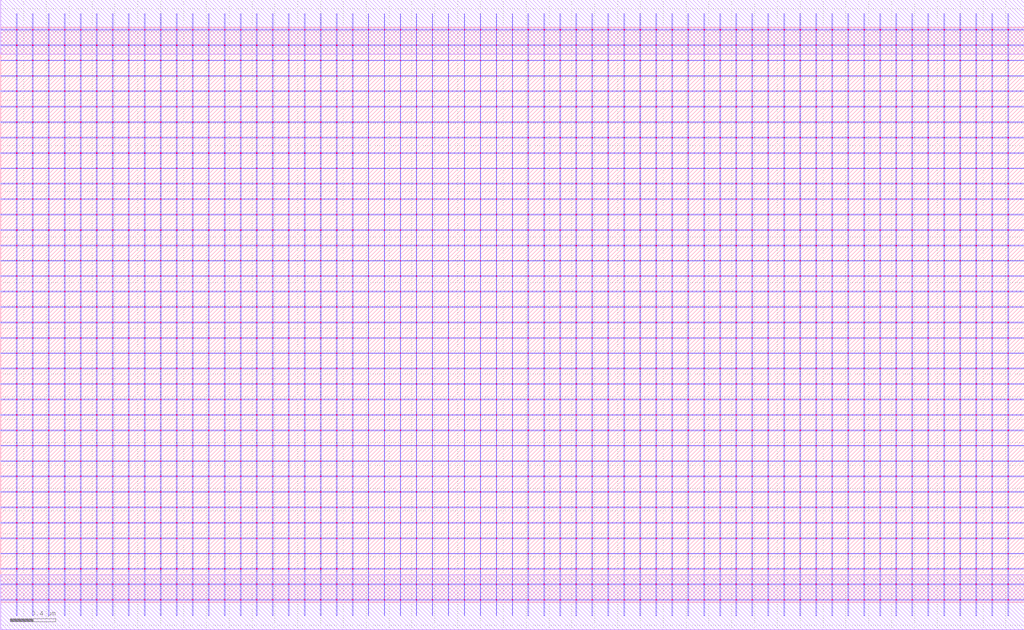
<source format=lef>
MACRO MUX3_DEBUG
 CLASS CORE ;
 FOREIGN MUX3_DEBUG 0 0 ;
 SIZE 8.96 BY 5.04 ;
 ORIGIN 0 0 ;
 SYMMETRY X Y R90 ;
 SITE unit ;

 OBS
    LAYER polycont ;
     RECT 1.11600000 2.58300000 1.12400000 2.59100000 ;
     RECT 2.23600000 2.58300000 2.24400000 2.59100000 ;
     RECT 3.35600000 2.58300000 3.36400000 2.59100000 ;
     RECT 4.47600000 2.58300000 4.48400000 2.59100000 ;
     RECT 5.59600000 2.58300000 5.60400000 2.59100000 ;
     RECT 6.71600000 2.58300000 6.72400000 2.59100000 ;
     RECT 7.83600000 2.58300000 7.84400000 2.59100000 ;
     RECT 1.11600000 2.98800000 1.12400000 2.99600000 ;
     RECT 2.23600000 2.98800000 2.24400000 2.99600000 ;
     RECT 3.35600000 2.98800000 3.36400000 2.99600000 ;
     RECT 4.47600000 2.98800000 4.48400000 2.99600000 ;
     RECT 5.59600000 2.98800000 5.60400000 2.99600000 ;
     RECT 6.71600000 2.98800000 6.72400000 2.99600000 ;
     RECT 7.83600000 2.98800000 7.84400000 2.99600000 ;

    LAYER pdiffc ;
     RECT 0.41600000 3.39300000 0.42400000 3.40100000 ;
     RECT 8.53600000 3.39300000 8.54400000 3.40100000 ;
     RECT 0.41600000 3.52800000 0.42400000 3.53600000 ;
     RECT 8.53600000 3.52800000 8.54400000 3.53600000 ;
     RECT 0.41600000 3.66300000 0.42400000 3.67100000 ;
     RECT 8.53600000 3.66300000 8.54400000 3.67100000 ;
     RECT 0.41600000 3.79800000 0.42400000 3.80600000 ;
     RECT 8.53600000 3.79800000 8.54400000 3.80600000 ;
     RECT 0.41600000 3.93300000 0.42400000 3.94100000 ;
     RECT 8.53600000 3.93300000 8.54400000 3.94100000 ;
     RECT 0.41600000 4.06800000 0.42400000 4.07600000 ;
     RECT 8.53600000 4.06800000 8.54400000 4.07600000 ;
     RECT 0.41600000 4.20300000 0.42400000 4.21100000 ;
     RECT 8.53600000 4.20300000 8.54400000 4.21100000 ;
     RECT 0.41600000 4.33800000 0.42400000 4.34600000 ;
     RECT 8.53600000 4.33800000 8.54400000 4.34600000 ;
     RECT 0.41600000 4.47300000 0.42400000 4.48100000 ;
     RECT 8.53600000 4.47300000 8.54400000 4.48100000 ;
     RECT 0.41600000 4.60800000 0.42400000 4.61600000 ;
     RECT 8.53600000 4.60800000 8.54400000 4.61600000 ;

    LAYER ndiffc ;
     RECT 5.03600000 0.42300000 5.04400000 0.43100000 ;
     RECT 6.15600000 0.42300000 6.16400000 0.43100000 ;
     RECT 7.27600000 0.42300000 7.28400000 0.43100000 ;
     RECT 8.39600000 0.42300000 8.40400000 0.43100000 ;
     RECT 8.53600000 0.42300000 8.54400000 0.43100000 ;
     RECT 5.03600000 0.55800000 5.04400000 0.56600000 ;
     RECT 6.15600000 0.55800000 6.16400000 0.56600000 ;
     RECT 7.27600000 0.55800000 7.28400000 0.56600000 ;
     RECT 8.39600000 0.55800000 8.40400000 0.56600000 ;
     RECT 8.53600000 0.55800000 8.54400000 0.56600000 ;
     RECT 5.03600000 0.69300000 5.04400000 0.70100000 ;
     RECT 6.15600000 0.69300000 6.16400000 0.70100000 ;
     RECT 7.27600000 0.69300000 7.28400000 0.70100000 ;
     RECT 8.39600000 0.69300000 8.40400000 0.70100000 ;
     RECT 8.53600000 0.69300000 8.54400000 0.70100000 ;
     RECT 5.03600000 0.82800000 5.04400000 0.83600000 ;
     RECT 6.15600000 0.82800000 6.16400000 0.83600000 ;
     RECT 7.27600000 0.82800000 7.28400000 0.83600000 ;
     RECT 8.39600000 0.82800000 8.40400000 0.83600000 ;
     RECT 8.53600000 0.82800000 8.54400000 0.83600000 ;
     RECT 5.03600000 0.96300000 5.04400000 0.97100000 ;
     RECT 6.15600000 0.96300000 6.16400000 0.97100000 ;
     RECT 7.27600000 0.96300000 7.28400000 0.97100000 ;
     RECT 8.39600000 0.96300000 8.40400000 0.97100000 ;
     RECT 8.53600000 0.96300000 8.54400000 0.97100000 ;
     RECT 5.03600000 1.09800000 5.04400000 1.10600000 ;
     RECT 6.15600000 1.09800000 6.16400000 1.10600000 ;
     RECT 7.27600000 1.09800000 7.28400000 1.10600000 ;
     RECT 8.39600000 1.09800000 8.40400000 1.10600000 ;
     RECT 8.53600000 1.09800000 8.54400000 1.10600000 ;
     RECT 5.03600000 1.23300000 5.04400000 1.24100000 ;
     RECT 6.15600000 1.23300000 6.16400000 1.24100000 ;
     RECT 7.27600000 1.23300000 7.28400000 1.24100000 ;
     RECT 8.39600000 1.23300000 8.40400000 1.24100000 ;
     RECT 8.53600000 1.23300000 8.54400000 1.24100000 ;
     RECT 5.03600000 1.36800000 5.04400000 1.37600000 ;
     RECT 6.15600000 1.36800000 6.16400000 1.37600000 ;
     RECT 7.27600000 1.36800000 7.28400000 1.37600000 ;
     RECT 8.39600000 1.36800000 8.40400000 1.37600000 ;
     RECT 8.53600000 1.36800000 8.54400000 1.37600000 ;
     RECT 5.03600000 1.50300000 5.04400000 1.51100000 ;
     RECT 6.15600000 1.50300000 6.16400000 1.51100000 ;
     RECT 7.27600000 1.50300000 7.28400000 1.51100000 ;
     RECT 8.39600000 1.50300000 8.40400000 1.51100000 ;
     RECT 8.53600000 1.50300000 8.54400000 1.51100000 ;
     RECT 5.03600000 1.63800000 5.04400000 1.64600000 ;
     RECT 6.15600000 1.63800000 6.16400000 1.64600000 ;
     RECT 7.27600000 1.63800000 7.28400000 1.64600000 ;
     RECT 8.39600000 1.63800000 8.40400000 1.64600000 ;
     RECT 8.53600000 1.63800000 8.54400000 1.64600000 ;
     RECT 5.03600000 1.77300000 5.04400000 1.78100000 ;
     RECT 6.15600000 1.77300000 6.16400000 1.78100000 ;
     RECT 7.27600000 1.77300000 7.28400000 1.78100000 ;
     RECT 8.39600000 1.77300000 8.40400000 1.78100000 ;
     RECT 8.53600000 1.77300000 8.54400000 1.78100000 ;
     RECT 5.03600000 1.90800000 5.04400000 1.91600000 ;
     RECT 6.15600000 1.90800000 6.16400000 1.91600000 ;
     RECT 7.27600000 1.90800000 7.28400000 1.91600000 ;
     RECT 8.39600000 1.90800000 8.40400000 1.91600000 ;
     RECT 8.53600000 1.90800000 8.54400000 1.91600000 ;
     RECT 5.03600000 2.04300000 5.04400000 2.05100000 ;
     RECT 6.15600000 2.04300000 6.16400000 2.05100000 ;
     RECT 7.27600000 2.04300000 7.28400000 2.05100000 ;
     RECT 8.39600000 2.04300000 8.40400000 2.05100000 ;
     RECT 8.53600000 2.04300000 8.54400000 2.05100000 ;
     RECT 0.41600000 0.82800000 0.42400000 0.83600000 ;
     RECT 0.55600000 0.82800000 0.56400000 0.83600000 ;
     RECT 1.67600000 0.82800000 1.68400000 0.83600000 ;
     RECT 2.79600000 0.82800000 2.80400000 0.83600000 ;
     RECT 3.91600000 0.82800000 3.92400000 0.83600000 ;
     RECT 0.41600000 1.36800000 0.42400000 1.37600000 ;
     RECT 0.55600000 1.36800000 0.56400000 1.37600000 ;
     RECT 1.67600000 1.36800000 1.68400000 1.37600000 ;
     RECT 2.79600000 1.36800000 2.80400000 1.37600000 ;
     RECT 3.91600000 1.36800000 3.92400000 1.37600000 ;
     RECT 0.41600000 0.42300000 0.42400000 0.43100000 ;
     RECT 0.55600000 0.42300000 0.56400000 0.43100000 ;
     RECT 1.67600000 0.42300000 1.68400000 0.43100000 ;
     RECT 2.79600000 0.42300000 2.80400000 0.43100000 ;
     RECT 3.91600000 0.42300000 3.92400000 0.43100000 ;
     RECT 0.41600000 1.50300000 0.42400000 1.51100000 ;
     RECT 0.55600000 1.50300000 0.56400000 1.51100000 ;
     RECT 1.67600000 1.50300000 1.68400000 1.51100000 ;
     RECT 2.79600000 1.50300000 2.80400000 1.51100000 ;
     RECT 3.91600000 1.50300000 3.92400000 1.51100000 ;
     RECT 0.41600000 0.96300000 0.42400000 0.97100000 ;
     RECT 0.55600000 0.96300000 0.56400000 0.97100000 ;
     RECT 1.67600000 0.96300000 1.68400000 0.97100000 ;
     RECT 2.79600000 0.96300000 2.80400000 0.97100000 ;
     RECT 3.91600000 0.96300000 3.92400000 0.97100000 ;
     RECT 0.41600000 1.63800000 0.42400000 1.64600000 ;
     RECT 0.55600000 1.63800000 0.56400000 1.64600000 ;
     RECT 1.67600000 1.63800000 1.68400000 1.64600000 ;
     RECT 2.79600000 1.63800000 2.80400000 1.64600000 ;
     RECT 3.91600000 1.63800000 3.92400000 1.64600000 ;
     RECT 0.41600000 0.69300000 0.42400000 0.70100000 ;
     RECT 0.55600000 0.69300000 0.56400000 0.70100000 ;
     RECT 1.67600000 0.69300000 1.68400000 0.70100000 ;
     RECT 2.79600000 0.69300000 2.80400000 0.70100000 ;
     RECT 3.91600000 0.69300000 3.92400000 0.70100000 ;
     RECT 0.41600000 1.77300000 0.42400000 1.78100000 ;
     RECT 0.55600000 1.77300000 0.56400000 1.78100000 ;
     RECT 1.67600000 1.77300000 1.68400000 1.78100000 ;
     RECT 2.79600000 1.77300000 2.80400000 1.78100000 ;
     RECT 3.91600000 1.77300000 3.92400000 1.78100000 ;
     RECT 0.41600000 1.09800000 0.42400000 1.10600000 ;
     RECT 0.55600000 1.09800000 0.56400000 1.10600000 ;
     RECT 1.67600000 1.09800000 1.68400000 1.10600000 ;
     RECT 2.79600000 1.09800000 2.80400000 1.10600000 ;
     RECT 3.91600000 1.09800000 3.92400000 1.10600000 ;
     RECT 0.41600000 1.90800000 0.42400000 1.91600000 ;
     RECT 0.55600000 1.90800000 0.56400000 1.91600000 ;
     RECT 1.67600000 1.90800000 1.68400000 1.91600000 ;
     RECT 2.79600000 1.90800000 2.80400000 1.91600000 ;
     RECT 3.91600000 1.90800000 3.92400000 1.91600000 ;
     RECT 0.41600000 0.55800000 0.42400000 0.56600000 ;
     RECT 0.55600000 0.55800000 0.56400000 0.56600000 ;
     RECT 1.67600000 0.55800000 1.68400000 0.56600000 ;
     RECT 2.79600000 0.55800000 2.80400000 0.56600000 ;
     RECT 3.91600000 0.55800000 3.92400000 0.56600000 ;
     RECT 0.41600000 2.04300000 0.42400000 2.05100000 ;
     RECT 0.55600000 2.04300000 0.56400000 2.05100000 ;
     RECT 1.67600000 2.04300000 1.68400000 2.05100000 ;
     RECT 2.79600000 2.04300000 2.80400000 2.05100000 ;
     RECT 3.91600000 2.04300000 3.92400000 2.05100000 ;
     RECT 0.41600000 1.23300000 0.42400000 1.24100000 ;
     RECT 0.55600000 1.23300000 0.56400000 1.24100000 ;
     RECT 1.67600000 1.23300000 1.68400000 1.24100000 ;
     RECT 2.79600000 1.23300000 2.80400000 1.24100000 ;
     RECT 3.91600000 1.23300000 3.92400000 1.24100000 ;

    LAYER met1 ;
     RECT 0.00000000 -0.24000000 8.96000000 0.24000000 ;
     RECT 4.47600000 0.24000000 4.48400000 0.28800000 ;
     RECT 0.02500000 0.28800000 8.93500000 0.29600000 ;
     RECT 4.47600000 0.29600000 4.48400000 0.42300000 ;
     RECT 0.02500000 0.42300000 8.93500000 0.43100000 ;
     RECT 4.47600000 0.43100000 4.48400000 0.55800000 ;
     RECT 0.02500000 0.55800000 8.93500000 0.56600000 ;
     RECT 4.47600000 0.56600000 4.48400000 0.69300000 ;
     RECT 0.02500000 0.69300000 8.93500000 0.70100000 ;
     RECT 4.47600000 0.70100000 4.48400000 0.82800000 ;
     RECT 0.02500000 0.82800000 8.93500000 0.83600000 ;
     RECT 4.47600000 0.83600000 4.48400000 0.96300000 ;
     RECT 0.02500000 0.96300000 8.93500000 0.97100000 ;
     RECT 4.47600000 0.97100000 4.48400000 1.09800000 ;
     RECT 0.02500000 1.09800000 8.93500000 1.10600000 ;
     RECT 4.47600000 1.10600000 4.48400000 1.23300000 ;
     RECT 0.02500000 1.23300000 8.93500000 1.24100000 ;
     RECT 4.47600000 1.24100000 4.48400000 1.36800000 ;
     RECT 0.02500000 1.36800000 8.93500000 1.37600000 ;
     RECT 4.47600000 1.37600000 4.48400000 1.50300000 ;
     RECT 0.02500000 1.50300000 8.93500000 1.51100000 ;
     RECT 4.47600000 1.51100000 4.48400000 1.63800000 ;
     RECT 0.02500000 1.63800000 8.93500000 1.64600000 ;
     RECT 4.47600000 1.64600000 4.48400000 1.77300000 ;
     RECT 0.02500000 1.77300000 8.93500000 1.78100000 ;
     RECT 4.47600000 1.78100000 4.48400000 1.90800000 ;
     RECT 0.02500000 1.90800000 8.93500000 1.91600000 ;
     RECT 4.47600000 1.91600000 4.48400000 2.04300000 ;
     RECT 0.02500000 2.04300000 8.93500000 2.05100000 ;
     RECT 4.47600000 2.05100000 4.48400000 2.17800000 ;
     RECT 0.02500000 2.17800000 8.93500000 2.18600000 ;
     RECT 4.47600000 2.18600000 4.48400000 2.31300000 ;
     RECT 0.02500000 2.31300000 8.93500000 2.32100000 ;
     RECT 4.47600000 2.32100000 4.48400000 2.44800000 ;
     RECT 0.02500000 2.44800000 8.93500000 2.45600000 ;
     RECT 0.13600000 2.45600000 0.14400000 2.58300000 ;
     RECT 0.27600000 2.45600000 0.28400000 2.58300000 ;
     RECT 0.41600000 2.45600000 0.42400000 2.58300000 ;
     RECT 0.55600000 2.45600000 0.56400000 2.58300000 ;
     RECT 0.69600000 2.45600000 0.70400000 2.58300000 ;
     RECT 0.83600000 2.45600000 0.84400000 2.58300000 ;
     RECT 0.97600000 2.45600000 0.98400000 2.58300000 ;
     RECT 1.11600000 2.45600000 1.12400000 2.58300000 ;
     RECT 1.25600000 2.45600000 1.26400000 2.58300000 ;
     RECT 1.39600000 2.45600000 1.40400000 2.58300000 ;
     RECT 1.53600000 2.45600000 1.54400000 2.58300000 ;
     RECT 1.67600000 2.45600000 1.68400000 2.58300000 ;
     RECT 1.81600000 2.45600000 1.82400000 2.58300000 ;
     RECT 1.95600000 2.45600000 1.96400000 2.58300000 ;
     RECT 2.09600000 2.45600000 2.10400000 2.58300000 ;
     RECT 2.23600000 2.45600000 2.24400000 2.58300000 ;
     RECT 2.37600000 2.45600000 2.38400000 2.58300000 ;
     RECT 2.51600000 2.45600000 2.52400000 2.58300000 ;
     RECT 2.65600000 2.45600000 2.66400000 2.58300000 ;
     RECT 2.79600000 2.45600000 2.80400000 2.58300000 ;
     RECT 2.93600000 2.45600000 2.94400000 2.58300000 ;
     RECT 3.07600000 2.45600000 3.08400000 2.58300000 ;
     RECT 3.21600000 2.45600000 3.22400000 2.58300000 ;
     RECT 3.35600000 2.45600000 3.36400000 2.58300000 ;
     RECT 3.49600000 2.45600000 3.50400000 2.58300000 ;
     RECT 3.63600000 2.45600000 3.64400000 2.58300000 ;
     RECT 3.77600000 2.45600000 3.78400000 2.58300000 ;
     RECT 3.91600000 2.45600000 3.92400000 2.58300000 ;
     RECT 4.05600000 2.45600000 4.06400000 2.58300000 ;
     RECT 4.19600000 2.45600000 4.20400000 2.58300000 ;
     RECT 4.33600000 2.45600000 4.34400000 2.58300000 ;
     RECT 4.47600000 2.45600000 4.48400000 2.58300000 ;
     RECT 4.61600000 2.45600000 4.62400000 2.58300000 ;
     RECT 4.75600000 2.45600000 4.76400000 2.58300000 ;
     RECT 4.89600000 2.45600000 4.90400000 2.58300000 ;
     RECT 5.03600000 2.45600000 5.04400000 2.58300000 ;
     RECT 5.17600000 2.45600000 5.18400000 2.58300000 ;
     RECT 5.31600000 2.45600000 5.32400000 2.58300000 ;
     RECT 5.45600000 2.45600000 5.46400000 2.58300000 ;
     RECT 5.59600000 2.45600000 5.60400000 2.58300000 ;
     RECT 5.73600000 2.45600000 5.74400000 2.58300000 ;
     RECT 5.87600000 2.45600000 5.88400000 2.58300000 ;
     RECT 6.01600000 2.45600000 6.02400000 2.58300000 ;
     RECT 6.15600000 2.45600000 6.16400000 2.58300000 ;
     RECT 6.29600000 2.45600000 6.30400000 2.58300000 ;
     RECT 6.43600000 2.45600000 6.44400000 2.58300000 ;
     RECT 6.57600000 2.45600000 6.58400000 2.58300000 ;
     RECT 6.71600000 2.45600000 6.72400000 2.58300000 ;
     RECT 6.85600000 2.45600000 6.86400000 2.58300000 ;
     RECT 6.99600000 2.45600000 7.00400000 2.58300000 ;
     RECT 7.13600000 2.45600000 7.14400000 2.58300000 ;
     RECT 7.27600000 2.45600000 7.28400000 2.58300000 ;
     RECT 7.41600000 2.45600000 7.42400000 2.58300000 ;
     RECT 7.55600000 2.45600000 7.56400000 2.58300000 ;
     RECT 7.69600000 2.45600000 7.70400000 2.58300000 ;
     RECT 7.83600000 2.45600000 7.84400000 2.58300000 ;
     RECT 7.97600000 2.45600000 7.98400000 2.58300000 ;
     RECT 8.11600000 2.45600000 8.12400000 2.58300000 ;
     RECT 8.25600000 2.45600000 8.26400000 2.58300000 ;
     RECT 8.39600000 2.45600000 8.40400000 2.58300000 ;
     RECT 8.53600000 2.45600000 8.54400000 2.58300000 ;
     RECT 8.67600000 2.45600000 8.68400000 2.58300000 ;
     RECT 8.81600000 2.45600000 8.82400000 2.58300000 ;
     RECT 0.02500000 2.58300000 8.93500000 2.59100000 ;
     RECT 4.47600000 2.59100000 4.48400000 2.71800000 ;
     RECT 0.02500000 2.71800000 8.93500000 2.72600000 ;
     RECT 4.47600000 2.72600000 4.48400000 2.85300000 ;
     RECT 0.02500000 2.85300000 8.93500000 2.86100000 ;
     RECT 4.47600000 2.86100000 4.48400000 2.98800000 ;
     RECT 0.02500000 2.98800000 8.93500000 2.99600000 ;
     RECT 4.47600000 2.99600000 4.48400000 3.12300000 ;
     RECT 0.02500000 3.12300000 8.93500000 3.13100000 ;
     RECT 4.47600000 3.13100000 4.48400000 3.25800000 ;
     RECT 0.02500000 3.25800000 8.93500000 3.26600000 ;
     RECT 4.47600000 3.26600000 4.48400000 3.39300000 ;
     RECT 0.02500000 3.39300000 8.93500000 3.40100000 ;
     RECT 4.47600000 3.40100000 4.48400000 3.52800000 ;
     RECT 0.02500000 3.52800000 8.93500000 3.53600000 ;
     RECT 4.47600000 3.53600000 4.48400000 3.66300000 ;
     RECT 0.02500000 3.66300000 8.93500000 3.67100000 ;
     RECT 4.47600000 3.67100000 4.48400000 3.79800000 ;
     RECT 0.02500000 3.79800000 8.93500000 3.80600000 ;
     RECT 4.47600000 3.80600000 4.48400000 3.93300000 ;
     RECT 0.02500000 3.93300000 8.93500000 3.94100000 ;
     RECT 4.47600000 3.94100000 4.48400000 4.06800000 ;
     RECT 0.02500000 4.06800000 8.93500000 4.07600000 ;
     RECT 4.47600000 4.07600000 4.48400000 4.20300000 ;
     RECT 0.02500000 4.20300000 8.93500000 4.21100000 ;
     RECT 4.47600000 4.21100000 4.48400000 4.33800000 ;
     RECT 0.02500000 4.33800000 8.93500000 4.34600000 ;
     RECT 4.47600000 4.34600000 4.48400000 4.47300000 ;
     RECT 0.02500000 4.47300000 8.93500000 4.48100000 ;
     RECT 4.47600000 4.48100000 4.48400000 4.60800000 ;
     RECT 0.02500000 4.60800000 8.93500000 4.61600000 ;
     RECT 4.47600000 4.61600000 4.48400000 4.74300000 ;
     RECT 0.02500000 4.74300000 8.93500000 4.75100000 ;
     RECT 4.47600000 4.75100000 4.48400000 4.80000000 ;
     RECT 0.00000000 4.80000000 8.96000000 5.28000000 ;
     RECT 6.71600000 2.72600000 6.72400000 2.85300000 ;
     RECT 6.71600000 2.86100000 6.72400000 2.98800000 ;
     RECT 6.71600000 2.99600000 6.72400000 3.12300000 ;
     RECT 6.71600000 3.13100000 6.72400000 3.25800000 ;
     RECT 6.71600000 3.26600000 6.72400000 3.39300000 ;
     RECT 6.71600000 3.40100000 6.72400000 3.52800000 ;
     RECT 6.71600000 3.53600000 6.72400000 3.66300000 ;
     RECT 6.71600000 2.59100000 6.72400000 2.71800000 ;
     RECT 6.71600000 3.67100000 6.72400000 3.79800000 ;
     RECT 4.61600000 3.80600000 4.62400000 3.93300000 ;
     RECT 4.75600000 3.80600000 4.76400000 3.93300000 ;
     RECT 4.89600000 3.80600000 4.90400000 3.93300000 ;
     RECT 5.03600000 3.80600000 5.04400000 3.93300000 ;
     RECT 5.17600000 3.80600000 5.18400000 3.93300000 ;
     RECT 5.31600000 3.80600000 5.32400000 3.93300000 ;
     RECT 5.45600000 3.80600000 5.46400000 3.93300000 ;
     RECT 5.59600000 3.80600000 5.60400000 3.93300000 ;
     RECT 5.73600000 3.80600000 5.74400000 3.93300000 ;
     RECT 5.87600000 3.80600000 5.88400000 3.93300000 ;
     RECT 6.01600000 3.80600000 6.02400000 3.93300000 ;
     RECT 6.15600000 3.80600000 6.16400000 3.93300000 ;
     RECT 6.29600000 3.80600000 6.30400000 3.93300000 ;
     RECT 6.43600000 3.80600000 6.44400000 3.93300000 ;
     RECT 6.57600000 3.80600000 6.58400000 3.93300000 ;
     RECT 6.71600000 3.80600000 6.72400000 3.93300000 ;
     RECT 6.85600000 3.80600000 6.86400000 3.93300000 ;
     RECT 6.99600000 3.80600000 7.00400000 3.93300000 ;
     RECT 7.13600000 3.80600000 7.14400000 3.93300000 ;
     RECT 7.27600000 3.80600000 7.28400000 3.93300000 ;
     RECT 7.41600000 3.80600000 7.42400000 3.93300000 ;
     RECT 7.55600000 3.80600000 7.56400000 3.93300000 ;
     RECT 7.69600000 3.80600000 7.70400000 3.93300000 ;
     RECT 7.83600000 3.80600000 7.84400000 3.93300000 ;
     RECT 7.97600000 3.80600000 7.98400000 3.93300000 ;
     RECT 8.11600000 3.80600000 8.12400000 3.93300000 ;
     RECT 8.25600000 3.80600000 8.26400000 3.93300000 ;
     RECT 8.39600000 3.80600000 8.40400000 3.93300000 ;
     RECT 8.53600000 3.80600000 8.54400000 3.93300000 ;
     RECT 8.67600000 3.80600000 8.68400000 3.93300000 ;
     RECT 8.81600000 3.80600000 8.82400000 3.93300000 ;
     RECT 6.71600000 3.94100000 6.72400000 4.06800000 ;
     RECT 6.71600000 4.07600000 6.72400000 4.20300000 ;
     RECT 6.71600000 4.21100000 6.72400000 4.33800000 ;
     RECT 6.71600000 4.34600000 6.72400000 4.47300000 ;
     RECT 6.71600000 4.48100000 6.72400000 4.60800000 ;
     RECT 6.71600000 4.61600000 6.72400000 4.74300000 ;
     RECT 6.71600000 4.75100000 6.72400000 4.80000000 ;
     RECT 7.83600000 3.94100000 7.84400000 4.06800000 ;
     RECT 7.83600000 4.07600000 7.84400000 4.20300000 ;
     RECT 7.83600000 4.21100000 7.84400000 4.33800000 ;
     RECT 7.83600000 4.34600000 7.84400000 4.47300000 ;
     RECT 6.85600000 4.48100000 6.86400000 4.60800000 ;
     RECT 6.99600000 4.48100000 7.00400000 4.60800000 ;
     RECT 7.13600000 4.48100000 7.14400000 4.60800000 ;
     RECT 7.27600000 4.48100000 7.28400000 4.60800000 ;
     RECT 7.41600000 4.48100000 7.42400000 4.60800000 ;
     RECT 7.55600000 4.48100000 7.56400000 4.60800000 ;
     RECT 7.69600000 4.48100000 7.70400000 4.60800000 ;
     RECT 7.83600000 4.48100000 7.84400000 4.60800000 ;
     RECT 7.97600000 4.48100000 7.98400000 4.60800000 ;
     RECT 8.11600000 4.48100000 8.12400000 4.60800000 ;
     RECT 8.25600000 4.48100000 8.26400000 4.60800000 ;
     RECT 8.39600000 4.48100000 8.40400000 4.60800000 ;
     RECT 8.53600000 4.48100000 8.54400000 4.60800000 ;
     RECT 8.67600000 4.48100000 8.68400000 4.60800000 ;
     RECT 8.81600000 4.48100000 8.82400000 4.60800000 ;
     RECT 7.83600000 4.61600000 7.84400000 4.74300000 ;
     RECT 7.83600000 4.75100000 7.84400000 4.80000000 ;
     RECT 8.11600000 4.61600000 8.12400000 4.74300000 ;
     RECT 8.25600000 4.61600000 8.26400000 4.74300000 ;
     RECT 8.39600000 4.61600000 8.40400000 4.74300000 ;
     RECT 8.53600000 4.61600000 8.54400000 4.74300000 ;
     RECT 8.67600000 4.61600000 8.68400000 4.74300000 ;
     RECT 8.81600000 4.61600000 8.82400000 4.74300000 ;
     RECT 7.97600000 4.61600000 7.98400000 4.74300000 ;
     RECT 7.97600000 4.75100000 7.98400000 4.80000000 ;
     RECT 8.11600000 4.75100000 8.12400000 4.80000000 ;
     RECT 8.25600000 4.75100000 8.26400000 4.80000000 ;
     RECT 8.39600000 4.75100000 8.40400000 4.80000000 ;
     RECT 8.53600000 4.75100000 8.54400000 4.80000000 ;
     RECT 8.67600000 4.75100000 8.68400000 4.80000000 ;
     RECT 8.81600000 4.75100000 8.82400000 4.80000000 ;
     RECT 6.99600000 4.75100000 7.00400000 4.80000000 ;
     RECT 7.13600000 4.75100000 7.14400000 4.80000000 ;
     RECT 7.27600000 4.75100000 7.28400000 4.80000000 ;
     RECT 7.41600000 4.75100000 7.42400000 4.80000000 ;
     RECT 7.55600000 4.75100000 7.56400000 4.80000000 ;
     RECT 7.69600000 4.75100000 7.70400000 4.80000000 ;
     RECT 6.99600000 4.61600000 7.00400000 4.74300000 ;
     RECT 7.13600000 4.61600000 7.14400000 4.74300000 ;
     RECT 7.27600000 4.61600000 7.28400000 4.74300000 ;
     RECT 7.41600000 4.61600000 7.42400000 4.74300000 ;
     RECT 7.55600000 4.61600000 7.56400000 4.74300000 ;
     RECT 7.69600000 4.61600000 7.70400000 4.74300000 ;
     RECT 6.85600000 4.61600000 6.86400000 4.74300000 ;
     RECT 6.85600000 4.75100000 6.86400000 4.80000000 ;
     RECT 6.99600000 4.34600000 7.00400000 4.47300000 ;
     RECT 7.13600000 4.34600000 7.14400000 4.47300000 ;
     RECT 7.27600000 4.34600000 7.28400000 4.47300000 ;
     RECT 7.41600000 4.34600000 7.42400000 4.47300000 ;
     RECT 7.55600000 4.34600000 7.56400000 4.47300000 ;
     RECT 7.69600000 4.34600000 7.70400000 4.47300000 ;
     RECT 6.85600000 4.07600000 6.86400000 4.20300000 ;
     RECT 7.27600000 3.94100000 7.28400000 4.06800000 ;
     RECT 6.99600000 4.07600000 7.00400000 4.20300000 ;
     RECT 7.13600000 4.07600000 7.14400000 4.20300000 ;
     RECT 7.27600000 4.07600000 7.28400000 4.20300000 ;
     RECT 7.41600000 4.07600000 7.42400000 4.20300000 ;
     RECT 7.55600000 3.94100000 7.56400000 4.06800000 ;
     RECT 7.55600000 4.07600000 7.56400000 4.20300000 ;
     RECT 7.69600000 4.07600000 7.70400000 4.20300000 ;
     RECT 7.69600000 3.94100000 7.70400000 4.06800000 ;
     RECT 6.99600000 3.94100000 7.00400000 4.06800000 ;
     RECT 6.85600000 4.21100000 6.86400000 4.33800000 ;
     RECT 6.99600000 4.21100000 7.00400000 4.33800000 ;
     RECT 7.13600000 4.21100000 7.14400000 4.33800000 ;
     RECT 7.27600000 4.21100000 7.28400000 4.33800000 ;
     RECT 7.41600000 4.21100000 7.42400000 4.33800000 ;
     RECT 7.55600000 4.21100000 7.56400000 4.33800000 ;
     RECT 7.69600000 4.21100000 7.70400000 4.33800000 ;
     RECT 7.41600000 3.94100000 7.42400000 4.06800000 ;
     RECT 6.85600000 3.94100000 6.86400000 4.06800000 ;
     RECT 7.13600000 3.94100000 7.14400000 4.06800000 ;
     RECT 6.85600000 4.34600000 6.86400000 4.47300000 ;
     RECT 8.67600000 3.94100000 8.68400000 4.06800000 ;
     RECT 7.97600000 4.34600000 7.98400000 4.47300000 ;
     RECT 8.11600000 4.34600000 8.12400000 4.47300000 ;
     RECT 8.25600000 4.34600000 8.26400000 4.47300000 ;
     RECT 8.39600000 4.34600000 8.40400000 4.47300000 ;
     RECT 8.53600000 4.34600000 8.54400000 4.47300000 ;
     RECT 8.67600000 4.34600000 8.68400000 4.47300000 ;
     RECT 8.81600000 4.34600000 8.82400000 4.47300000 ;
     RECT 8.81600000 3.94100000 8.82400000 4.06800000 ;
     RECT 7.97600000 3.94100000 7.98400000 4.06800000 ;
     RECT 8.11600000 3.94100000 8.12400000 4.06800000 ;
     RECT 7.97600000 4.07600000 7.98400000 4.20300000 ;
     RECT 8.11600000 4.07600000 8.12400000 4.20300000 ;
     RECT 7.97600000 4.21100000 7.98400000 4.33800000 ;
     RECT 8.11600000 4.21100000 8.12400000 4.33800000 ;
     RECT 8.25600000 4.21100000 8.26400000 4.33800000 ;
     RECT 8.39600000 4.21100000 8.40400000 4.33800000 ;
     RECT 8.53600000 4.21100000 8.54400000 4.33800000 ;
     RECT 8.67600000 4.21100000 8.68400000 4.33800000 ;
     RECT 8.81600000 4.21100000 8.82400000 4.33800000 ;
     RECT 8.25600000 4.07600000 8.26400000 4.20300000 ;
     RECT 8.39600000 4.07600000 8.40400000 4.20300000 ;
     RECT 8.53600000 4.07600000 8.54400000 4.20300000 ;
     RECT 8.67600000 4.07600000 8.68400000 4.20300000 ;
     RECT 8.81600000 4.07600000 8.82400000 4.20300000 ;
     RECT 8.25600000 3.94100000 8.26400000 4.06800000 ;
     RECT 8.39600000 3.94100000 8.40400000 4.06800000 ;
     RECT 8.53600000 3.94100000 8.54400000 4.06800000 ;
     RECT 5.59600000 3.94100000 5.60400000 4.06800000 ;
     RECT 4.61600000 4.48100000 4.62400000 4.60800000 ;
     RECT 4.75600000 4.48100000 4.76400000 4.60800000 ;
     RECT 4.89600000 4.48100000 4.90400000 4.60800000 ;
     RECT 5.03600000 4.48100000 5.04400000 4.60800000 ;
     RECT 5.17600000 4.48100000 5.18400000 4.60800000 ;
     RECT 5.31600000 4.48100000 5.32400000 4.60800000 ;
     RECT 5.45600000 4.48100000 5.46400000 4.60800000 ;
     RECT 5.59600000 4.48100000 5.60400000 4.60800000 ;
     RECT 5.73600000 4.48100000 5.74400000 4.60800000 ;
     RECT 5.87600000 4.48100000 5.88400000 4.60800000 ;
     RECT 6.01600000 4.48100000 6.02400000 4.60800000 ;
     RECT 6.15600000 4.48100000 6.16400000 4.60800000 ;
     RECT 6.29600000 4.48100000 6.30400000 4.60800000 ;
     RECT 6.43600000 4.48100000 6.44400000 4.60800000 ;
     RECT 6.57600000 4.48100000 6.58400000 4.60800000 ;
     RECT 5.59600000 4.21100000 5.60400000 4.33800000 ;
     RECT 5.59600000 4.61600000 5.60400000 4.74300000 ;
     RECT 5.59600000 4.07600000 5.60400000 4.20300000 ;
     RECT 5.59600000 4.75100000 5.60400000 4.80000000 ;
     RECT 5.59600000 4.34600000 5.60400000 4.47300000 ;
     RECT 6.15600000 4.61600000 6.16400000 4.74300000 ;
     RECT 6.29600000 4.61600000 6.30400000 4.74300000 ;
     RECT 6.43600000 4.61600000 6.44400000 4.74300000 ;
     RECT 6.57600000 4.61600000 6.58400000 4.74300000 ;
     RECT 5.73600000 4.61600000 5.74400000 4.74300000 ;
     RECT 5.87600000 4.61600000 5.88400000 4.74300000 ;
     RECT 5.73600000 4.75100000 5.74400000 4.80000000 ;
     RECT 5.87600000 4.75100000 5.88400000 4.80000000 ;
     RECT 6.01600000 4.75100000 6.02400000 4.80000000 ;
     RECT 6.15600000 4.75100000 6.16400000 4.80000000 ;
     RECT 6.29600000 4.75100000 6.30400000 4.80000000 ;
     RECT 6.43600000 4.75100000 6.44400000 4.80000000 ;
     RECT 6.57600000 4.75100000 6.58400000 4.80000000 ;
     RECT 6.01600000 4.61600000 6.02400000 4.74300000 ;
     RECT 4.89600000 4.75100000 4.90400000 4.80000000 ;
     RECT 5.03600000 4.75100000 5.04400000 4.80000000 ;
     RECT 5.17600000 4.75100000 5.18400000 4.80000000 ;
     RECT 5.31600000 4.75100000 5.32400000 4.80000000 ;
     RECT 5.45600000 4.75100000 5.46400000 4.80000000 ;
     RECT 4.89600000 4.61600000 4.90400000 4.74300000 ;
     RECT 5.03600000 4.61600000 5.04400000 4.74300000 ;
     RECT 5.17600000 4.61600000 5.18400000 4.74300000 ;
     RECT 5.31600000 4.61600000 5.32400000 4.74300000 ;
     RECT 5.45600000 4.61600000 5.46400000 4.74300000 ;
     RECT 4.61600000 4.61600000 4.62400000 4.74300000 ;
     RECT 4.75600000 4.61600000 4.76400000 4.74300000 ;
     RECT 4.61600000 4.75100000 4.62400000 4.80000000 ;
     RECT 4.75600000 4.75100000 4.76400000 4.80000000 ;
     RECT 4.89600000 3.94100000 4.90400000 4.06800000 ;
     RECT 4.61600000 4.34600000 4.62400000 4.47300000 ;
     RECT 4.75600000 4.34600000 4.76400000 4.47300000 ;
     RECT 4.89600000 4.34600000 4.90400000 4.47300000 ;
     RECT 5.03600000 4.21100000 5.04400000 4.33800000 ;
     RECT 5.17600000 4.21100000 5.18400000 4.33800000 ;
     RECT 5.31600000 4.21100000 5.32400000 4.33800000 ;
     RECT 5.45600000 4.21100000 5.46400000 4.33800000 ;
     RECT 4.75600000 4.21100000 4.76400000 4.33800000 ;
     RECT 4.75600000 4.07600000 4.76400000 4.20300000 ;
     RECT 4.89600000 4.07600000 4.90400000 4.20300000 ;
     RECT 5.03600000 4.07600000 5.04400000 4.20300000 ;
     RECT 4.61600000 3.94100000 4.62400000 4.06800000 ;
     RECT 4.61600000 4.07600000 4.62400000 4.20300000 ;
     RECT 4.61600000 4.21100000 4.62400000 4.33800000 ;
     RECT 5.17600000 4.07600000 5.18400000 4.20300000 ;
     RECT 5.31600000 4.07600000 5.32400000 4.20300000 ;
     RECT 5.45600000 4.07600000 5.46400000 4.20300000 ;
     RECT 4.89600000 4.21100000 4.90400000 4.33800000 ;
     RECT 5.03600000 4.34600000 5.04400000 4.47300000 ;
     RECT 5.17600000 4.34600000 5.18400000 4.47300000 ;
     RECT 5.31600000 4.34600000 5.32400000 4.47300000 ;
     RECT 5.45600000 4.34600000 5.46400000 4.47300000 ;
     RECT 4.75600000 3.94100000 4.76400000 4.06800000 ;
     RECT 5.03600000 3.94100000 5.04400000 4.06800000 ;
     RECT 5.17600000 3.94100000 5.18400000 4.06800000 ;
     RECT 5.31600000 3.94100000 5.32400000 4.06800000 ;
     RECT 5.45600000 3.94100000 5.46400000 4.06800000 ;
     RECT 6.57600000 3.94100000 6.58400000 4.06800000 ;
     RECT 5.73600000 3.94100000 5.74400000 4.06800000 ;
     RECT 5.87600000 3.94100000 5.88400000 4.06800000 ;
     RECT 6.01600000 3.94100000 6.02400000 4.06800000 ;
     RECT 6.15600000 3.94100000 6.16400000 4.06800000 ;
     RECT 5.73600000 4.21100000 5.74400000 4.33800000 ;
     RECT 5.73600000 4.07600000 5.74400000 4.20300000 ;
     RECT 5.87600000 4.07600000 5.88400000 4.20300000 ;
     RECT 6.01600000 4.07600000 6.02400000 4.20300000 ;
     RECT 6.15600000 4.07600000 6.16400000 4.20300000 ;
     RECT 6.29600000 4.07600000 6.30400000 4.20300000 ;
     RECT 6.43600000 4.07600000 6.44400000 4.20300000 ;
     RECT 6.57600000 4.07600000 6.58400000 4.20300000 ;
     RECT 5.87600000 4.21100000 5.88400000 4.33800000 ;
     RECT 6.01600000 4.21100000 6.02400000 4.33800000 ;
     RECT 6.15600000 4.21100000 6.16400000 4.33800000 ;
     RECT 6.29600000 4.21100000 6.30400000 4.33800000 ;
     RECT 5.73600000 4.34600000 5.74400000 4.47300000 ;
     RECT 5.87600000 4.34600000 5.88400000 4.47300000 ;
     RECT 6.01600000 4.34600000 6.02400000 4.47300000 ;
     RECT 6.15600000 4.34600000 6.16400000 4.47300000 ;
     RECT 6.29600000 4.34600000 6.30400000 4.47300000 ;
     RECT 6.43600000 4.34600000 6.44400000 4.47300000 ;
     RECT 6.57600000 4.34600000 6.58400000 4.47300000 ;
     RECT 6.43600000 4.21100000 6.44400000 4.33800000 ;
     RECT 6.57600000 4.21100000 6.58400000 4.33800000 ;
     RECT 6.29600000 3.94100000 6.30400000 4.06800000 ;
     RECT 6.43600000 3.94100000 6.44400000 4.06800000 ;
     RECT 5.59600000 2.72600000 5.60400000 2.85300000 ;
     RECT 5.59600000 3.67100000 5.60400000 3.79800000 ;
     RECT 5.59600000 2.86100000 5.60400000 2.98800000 ;
     RECT 5.59600000 2.99600000 5.60400000 3.12300000 ;
     RECT 5.59600000 2.59100000 5.60400000 2.71800000 ;
     RECT 4.61600000 3.13100000 4.62400000 3.25800000 ;
     RECT 4.75600000 3.13100000 4.76400000 3.25800000 ;
     RECT 4.89600000 3.13100000 4.90400000 3.25800000 ;
     RECT 5.03600000 3.13100000 5.04400000 3.25800000 ;
     RECT 5.17600000 3.13100000 5.18400000 3.25800000 ;
     RECT 5.31600000 3.13100000 5.32400000 3.25800000 ;
     RECT 5.45600000 3.13100000 5.46400000 3.25800000 ;
     RECT 5.59600000 3.13100000 5.60400000 3.25800000 ;
     RECT 5.73600000 3.13100000 5.74400000 3.25800000 ;
     RECT 5.87600000 3.13100000 5.88400000 3.25800000 ;
     RECT 6.01600000 3.13100000 6.02400000 3.25800000 ;
     RECT 6.15600000 3.13100000 6.16400000 3.25800000 ;
     RECT 6.29600000 3.13100000 6.30400000 3.25800000 ;
     RECT 6.43600000 3.13100000 6.44400000 3.25800000 ;
     RECT 6.57600000 3.13100000 6.58400000 3.25800000 ;
     RECT 5.59600000 3.26600000 5.60400000 3.39300000 ;
     RECT 5.59600000 3.40100000 5.60400000 3.52800000 ;
     RECT 5.59600000 3.53600000 5.60400000 3.66300000 ;
     RECT 5.73600000 3.67100000 5.74400000 3.79800000 ;
     RECT 5.87600000 3.67100000 5.88400000 3.79800000 ;
     RECT 6.01600000 3.67100000 6.02400000 3.79800000 ;
     RECT 6.15600000 3.67100000 6.16400000 3.79800000 ;
     RECT 6.29600000 3.67100000 6.30400000 3.79800000 ;
     RECT 5.73600000 3.26600000 5.74400000 3.39300000 ;
     RECT 5.87600000 3.26600000 5.88400000 3.39300000 ;
     RECT 6.01600000 3.26600000 6.02400000 3.39300000 ;
     RECT 6.15600000 3.26600000 6.16400000 3.39300000 ;
     RECT 6.29600000 3.26600000 6.30400000 3.39300000 ;
     RECT 6.43600000 3.26600000 6.44400000 3.39300000 ;
     RECT 6.57600000 3.26600000 6.58400000 3.39300000 ;
     RECT 6.43600000 3.67100000 6.44400000 3.79800000 ;
     RECT 5.73600000 3.40100000 5.74400000 3.52800000 ;
     RECT 5.87600000 3.40100000 5.88400000 3.52800000 ;
     RECT 6.01600000 3.40100000 6.02400000 3.52800000 ;
     RECT 6.15600000 3.40100000 6.16400000 3.52800000 ;
     RECT 6.29600000 3.40100000 6.30400000 3.52800000 ;
     RECT 6.43600000 3.40100000 6.44400000 3.52800000 ;
     RECT 6.57600000 3.40100000 6.58400000 3.52800000 ;
     RECT 6.57600000 3.67100000 6.58400000 3.79800000 ;
     RECT 5.73600000 3.53600000 5.74400000 3.66300000 ;
     RECT 5.87600000 3.53600000 5.88400000 3.66300000 ;
     RECT 6.01600000 3.53600000 6.02400000 3.66300000 ;
     RECT 6.15600000 3.53600000 6.16400000 3.66300000 ;
     RECT 6.29600000 3.53600000 6.30400000 3.66300000 ;
     RECT 6.43600000 3.53600000 6.44400000 3.66300000 ;
     RECT 6.57600000 3.53600000 6.58400000 3.66300000 ;
     RECT 4.89600000 3.40100000 4.90400000 3.52800000 ;
     RECT 5.03600000 3.40100000 5.04400000 3.52800000 ;
     RECT 5.17600000 3.40100000 5.18400000 3.52800000 ;
     RECT 5.31600000 3.40100000 5.32400000 3.52800000 ;
     RECT 5.45600000 3.40100000 5.46400000 3.52800000 ;
     RECT 4.75600000 3.26600000 4.76400000 3.39300000 ;
     RECT 4.89600000 3.26600000 4.90400000 3.39300000 ;
     RECT 5.03600000 3.26600000 5.04400000 3.39300000 ;
     RECT 5.17600000 3.26600000 5.18400000 3.39300000 ;
     RECT 5.31600000 3.26600000 5.32400000 3.39300000 ;
     RECT 5.45600000 3.26600000 5.46400000 3.39300000 ;
     RECT 5.31600000 3.67100000 5.32400000 3.79800000 ;
     RECT 5.45600000 3.67100000 5.46400000 3.79800000 ;
     RECT 4.61600000 3.53600000 4.62400000 3.66300000 ;
     RECT 4.75600000 3.53600000 4.76400000 3.66300000 ;
     RECT 4.89600000 3.53600000 4.90400000 3.66300000 ;
     RECT 5.03600000 3.53600000 5.04400000 3.66300000 ;
     RECT 5.17600000 3.53600000 5.18400000 3.66300000 ;
     RECT 5.31600000 3.53600000 5.32400000 3.66300000 ;
     RECT 5.45600000 3.53600000 5.46400000 3.66300000 ;
     RECT 4.61600000 3.67100000 4.62400000 3.79800000 ;
     RECT 4.75600000 3.67100000 4.76400000 3.79800000 ;
     RECT 4.89600000 3.67100000 4.90400000 3.79800000 ;
     RECT 5.03600000 3.67100000 5.04400000 3.79800000 ;
     RECT 5.17600000 3.67100000 5.18400000 3.79800000 ;
     RECT 4.61600000 3.26600000 4.62400000 3.39300000 ;
     RECT 4.61600000 3.40100000 4.62400000 3.52800000 ;
     RECT 4.75600000 3.40100000 4.76400000 3.52800000 ;
     RECT 4.89600000 2.99600000 4.90400000 3.12300000 ;
     RECT 5.03600000 2.99600000 5.04400000 3.12300000 ;
     RECT 5.03600000 2.72600000 5.04400000 2.85300000 ;
     RECT 5.17600000 2.99600000 5.18400000 3.12300000 ;
     RECT 5.31600000 2.99600000 5.32400000 3.12300000 ;
     RECT 5.45600000 2.99600000 5.46400000 3.12300000 ;
     RECT 4.89600000 2.59100000 4.90400000 2.71800000 ;
     RECT 4.89600000 2.72600000 4.90400000 2.85300000 ;
     RECT 5.45600000 2.59100000 5.46400000 2.71800000 ;
     RECT 5.03600000 2.59100000 5.04400000 2.71800000 ;
     RECT 5.31600000 2.72600000 5.32400000 2.85300000 ;
     RECT 4.61600000 2.86100000 4.62400000 2.98800000 ;
     RECT 4.75600000 2.86100000 4.76400000 2.98800000 ;
     RECT 4.89600000 2.86100000 4.90400000 2.98800000 ;
     RECT 5.03600000 2.86100000 5.04400000 2.98800000 ;
     RECT 5.17600000 2.86100000 5.18400000 2.98800000 ;
     RECT 5.31600000 2.86100000 5.32400000 2.98800000 ;
     RECT 5.45600000 2.86100000 5.46400000 2.98800000 ;
     RECT 4.61600000 2.72600000 4.62400000 2.85300000 ;
     RECT 5.17600000 2.72600000 5.18400000 2.85300000 ;
     RECT 4.75600000 2.72600000 4.76400000 2.85300000 ;
     RECT 5.17600000 2.59100000 5.18400000 2.71800000 ;
     RECT 5.31600000 2.59100000 5.32400000 2.71800000 ;
     RECT 4.61600000 2.59100000 4.62400000 2.71800000 ;
     RECT 4.61600000 2.99600000 4.62400000 3.12300000 ;
     RECT 4.75600000 2.99600000 4.76400000 3.12300000 ;
     RECT 5.45600000 2.72600000 5.46400000 2.85300000 ;
     RECT 4.75600000 2.59100000 4.76400000 2.71800000 ;
     RECT 6.29600000 2.99600000 6.30400000 3.12300000 ;
     RECT 6.43600000 2.99600000 6.44400000 3.12300000 ;
     RECT 6.57600000 2.99600000 6.58400000 3.12300000 ;
     RECT 6.15600000 2.86100000 6.16400000 2.98800000 ;
     RECT 6.29600000 2.86100000 6.30400000 2.98800000 ;
     RECT 6.43600000 2.86100000 6.44400000 2.98800000 ;
     RECT 6.57600000 2.86100000 6.58400000 2.98800000 ;
     RECT 6.01600000 2.72600000 6.02400000 2.85300000 ;
     RECT 6.15600000 2.72600000 6.16400000 2.85300000 ;
     RECT 6.29600000 2.59100000 6.30400000 2.71800000 ;
     RECT 6.43600000 2.59100000 6.44400000 2.71800000 ;
     RECT 6.29600000 2.72600000 6.30400000 2.85300000 ;
     RECT 6.43600000 2.72600000 6.44400000 2.85300000 ;
     RECT 6.57600000 2.72600000 6.58400000 2.85300000 ;
     RECT 6.57600000 2.59100000 6.58400000 2.71800000 ;
     RECT 5.73600000 2.72600000 5.74400000 2.85300000 ;
     RECT 5.87600000 2.72600000 5.88400000 2.85300000 ;
     RECT 5.73600000 2.86100000 5.74400000 2.98800000 ;
     RECT 6.01600000 2.59100000 6.02400000 2.71800000 ;
     RECT 6.15600000 2.59100000 6.16400000 2.71800000 ;
     RECT 5.87600000 2.86100000 5.88400000 2.98800000 ;
     RECT 6.01600000 2.86100000 6.02400000 2.98800000 ;
     RECT 5.73600000 2.99600000 5.74400000 3.12300000 ;
     RECT 5.87600000 2.99600000 5.88400000 3.12300000 ;
     RECT 6.01600000 2.99600000 6.02400000 3.12300000 ;
     RECT 6.15600000 2.99600000 6.16400000 3.12300000 ;
     RECT 5.73600000 2.59100000 5.74400000 2.71800000 ;
     RECT 5.87600000 2.59100000 5.88400000 2.71800000 ;
     RECT 7.83600000 3.26600000 7.84400000 3.39300000 ;
     RECT 7.83600000 2.99600000 7.84400000 3.12300000 ;
     RECT 7.83600000 2.86100000 7.84400000 2.98800000 ;
     RECT 7.83600000 3.40100000 7.84400000 3.52800000 ;
     RECT 7.83600000 2.72600000 7.84400000 2.85300000 ;
     RECT 6.85600000 3.13100000 6.86400000 3.25800000 ;
     RECT 6.99600000 3.13100000 7.00400000 3.25800000 ;
     RECT 7.13600000 3.13100000 7.14400000 3.25800000 ;
     RECT 7.27600000 3.13100000 7.28400000 3.25800000 ;
     RECT 7.41600000 3.13100000 7.42400000 3.25800000 ;
     RECT 7.55600000 3.13100000 7.56400000 3.25800000 ;
     RECT 7.69600000 3.13100000 7.70400000 3.25800000 ;
     RECT 7.83600000 3.13100000 7.84400000 3.25800000 ;
     RECT 7.97600000 3.13100000 7.98400000 3.25800000 ;
     RECT 7.83600000 3.53600000 7.84400000 3.66300000 ;
     RECT 8.11600000 3.13100000 8.12400000 3.25800000 ;
     RECT 8.25600000 3.13100000 8.26400000 3.25800000 ;
     RECT 8.39600000 3.13100000 8.40400000 3.25800000 ;
     RECT 8.53600000 3.13100000 8.54400000 3.25800000 ;
     RECT 8.67600000 3.13100000 8.68400000 3.25800000 ;
     RECT 8.81600000 3.13100000 8.82400000 3.25800000 ;
     RECT 7.83600000 2.59100000 7.84400000 2.71800000 ;
     RECT 7.83600000 3.67100000 7.84400000 3.79800000 ;
     RECT 8.11600000 3.26600000 8.12400000 3.39300000 ;
     RECT 8.25600000 3.26600000 8.26400000 3.39300000 ;
     RECT 7.97600000 3.40100000 7.98400000 3.52800000 ;
     RECT 8.11600000 3.40100000 8.12400000 3.52800000 ;
     RECT 8.25600000 3.40100000 8.26400000 3.52800000 ;
     RECT 8.39600000 3.40100000 8.40400000 3.52800000 ;
     RECT 7.97600000 3.53600000 7.98400000 3.66300000 ;
     RECT 8.11600000 3.53600000 8.12400000 3.66300000 ;
     RECT 8.25600000 3.53600000 8.26400000 3.66300000 ;
     RECT 8.39600000 3.53600000 8.40400000 3.66300000 ;
     RECT 8.53600000 3.53600000 8.54400000 3.66300000 ;
     RECT 8.67600000 3.53600000 8.68400000 3.66300000 ;
     RECT 8.81600000 3.53600000 8.82400000 3.66300000 ;
     RECT 8.53600000 3.40100000 8.54400000 3.52800000 ;
     RECT 8.67600000 3.40100000 8.68400000 3.52800000 ;
     RECT 8.81600000 3.40100000 8.82400000 3.52800000 ;
     RECT 8.39600000 3.26600000 8.40400000 3.39300000 ;
     RECT 8.53600000 3.26600000 8.54400000 3.39300000 ;
     RECT 8.67600000 3.26600000 8.68400000 3.39300000 ;
     RECT 8.81600000 3.26600000 8.82400000 3.39300000 ;
     RECT 7.97600000 3.26600000 7.98400000 3.39300000 ;
     RECT 7.97600000 3.67100000 7.98400000 3.79800000 ;
     RECT 8.11600000 3.67100000 8.12400000 3.79800000 ;
     RECT 8.25600000 3.67100000 8.26400000 3.79800000 ;
     RECT 8.39600000 3.67100000 8.40400000 3.79800000 ;
     RECT 8.53600000 3.67100000 8.54400000 3.79800000 ;
     RECT 8.67600000 3.67100000 8.68400000 3.79800000 ;
     RECT 8.81600000 3.67100000 8.82400000 3.79800000 ;
     RECT 7.13600000 3.26600000 7.14400000 3.39300000 ;
     RECT 6.85600000 3.40100000 6.86400000 3.52800000 ;
     RECT 6.99600000 3.40100000 7.00400000 3.52800000 ;
     RECT 7.13600000 3.40100000 7.14400000 3.52800000 ;
     RECT 7.27600000 3.40100000 7.28400000 3.52800000 ;
     RECT 7.41600000 3.40100000 7.42400000 3.52800000 ;
     RECT 7.55600000 3.40100000 7.56400000 3.52800000 ;
     RECT 7.69600000 3.40100000 7.70400000 3.52800000 ;
     RECT 7.27600000 3.26600000 7.28400000 3.39300000 ;
     RECT 7.41600000 3.26600000 7.42400000 3.39300000 ;
     RECT 7.55600000 3.26600000 7.56400000 3.39300000 ;
     RECT 7.69600000 3.26600000 7.70400000 3.39300000 ;
     RECT 6.85600000 3.53600000 6.86400000 3.66300000 ;
     RECT 6.85600000 3.67100000 6.86400000 3.79800000 ;
     RECT 6.99600000 3.67100000 7.00400000 3.79800000 ;
     RECT 7.13600000 3.67100000 7.14400000 3.79800000 ;
     RECT 7.27600000 3.67100000 7.28400000 3.79800000 ;
     RECT 7.41600000 3.67100000 7.42400000 3.79800000 ;
     RECT 7.55600000 3.67100000 7.56400000 3.79800000 ;
     RECT 7.69600000 3.67100000 7.70400000 3.79800000 ;
     RECT 6.99600000 3.53600000 7.00400000 3.66300000 ;
     RECT 7.13600000 3.53600000 7.14400000 3.66300000 ;
     RECT 7.27600000 3.53600000 7.28400000 3.66300000 ;
     RECT 7.41600000 3.53600000 7.42400000 3.66300000 ;
     RECT 7.55600000 3.53600000 7.56400000 3.66300000 ;
     RECT 7.69600000 3.53600000 7.70400000 3.66300000 ;
     RECT 6.85600000 3.26600000 6.86400000 3.39300000 ;
     RECT 6.99600000 3.26600000 7.00400000 3.39300000 ;
     RECT 7.69600000 2.86100000 7.70400000 2.98800000 ;
     RECT 7.41600000 2.99600000 7.42400000 3.12300000 ;
     RECT 7.55600000 2.99600000 7.56400000 3.12300000 ;
     RECT 7.69600000 2.59100000 7.70400000 2.71800000 ;
     RECT 6.85600000 2.99600000 6.86400000 3.12300000 ;
     RECT 6.85600000 2.72600000 6.86400000 2.85300000 ;
     RECT 6.99600000 2.72600000 7.00400000 2.85300000 ;
     RECT 7.13600000 2.72600000 7.14400000 2.85300000 ;
     RECT 6.85600000 2.86100000 6.86400000 2.98800000 ;
     RECT 6.99600000 2.86100000 7.00400000 2.98800000 ;
     RECT 7.13600000 2.86100000 7.14400000 2.98800000 ;
     RECT 7.27600000 2.72600000 7.28400000 2.85300000 ;
     RECT 7.41600000 2.72600000 7.42400000 2.85300000 ;
     RECT 7.55600000 2.72600000 7.56400000 2.85300000 ;
     RECT 7.69600000 2.72600000 7.70400000 2.85300000 ;
     RECT 6.99600000 2.99600000 7.00400000 3.12300000 ;
     RECT 7.41600000 2.59100000 7.42400000 2.71800000 ;
     RECT 7.55600000 2.59100000 7.56400000 2.71800000 ;
     RECT 7.13600000 2.99600000 7.14400000 3.12300000 ;
     RECT 7.69600000 2.99600000 7.70400000 3.12300000 ;
     RECT 7.27600000 2.99600000 7.28400000 3.12300000 ;
     RECT 7.27600000 2.86100000 7.28400000 2.98800000 ;
     RECT 7.13600000 2.59100000 7.14400000 2.71800000 ;
     RECT 7.27600000 2.59100000 7.28400000 2.71800000 ;
     RECT 7.41600000 2.86100000 7.42400000 2.98800000 ;
     RECT 7.55600000 2.86100000 7.56400000 2.98800000 ;
     RECT 6.85600000 2.59100000 6.86400000 2.71800000 ;
     RECT 6.99600000 2.59100000 7.00400000 2.71800000 ;
     RECT 8.25600000 2.72600000 8.26400000 2.85300000 ;
     RECT 8.39600000 2.72600000 8.40400000 2.85300000 ;
     RECT 8.53600000 2.72600000 8.54400000 2.85300000 ;
     RECT 8.67600000 2.72600000 8.68400000 2.85300000 ;
     RECT 8.81600000 2.72600000 8.82400000 2.85300000 ;
     RECT 8.67600000 2.99600000 8.68400000 3.12300000 ;
     RECT 8.81600000 2.99600000 8.82400000 3.12300000 ;
     RECT 8.11600000 2.59100000 8.12400000 2.71800000 ;
     RECT 7.97600000 2.59100000 7.98400000 2.71800000 ;
     RECT 7.97600000 2.99600000 7.98400000 3.12300000 ;
     RECT 8.53600000 2.59100000 8.54400000 2.71800000 ;
     RECT 8.67600000 2.59100000 8.68400000 2.71800000 ;
     RECT 8.25600000 2.59100000 8.26400000 2.71800000 ;
     RECT 8.39600000 2.59100000 8.40400000 2.71800000 ;
     RECT 7.97600000 2.72600000 7.98400000 2.85300000 ;
     RECT 8.11600000 2.99600000 8.12400000 3.12300000 ;
     RECT 8.25600000 2.99600000 8.26400000 3.12300000 ;
     RECT 8.39600000 2.99600000 8.40400000 3.12300000 ;
     RECT 8.53600000 2.99600000 8.54400000 3.12300000 ;
     RECT 7.97600000 2.86100000 7.98400000 2.98800000 ;
     RECT 8.11600000 2.86100000 8.12400000 2.98800000 ;
     RECT 8.25600000 2.86100000 8.26400000 2.98800000 ;
     RECT 8.81600000 2.59100000 8.82400000 2.71800000 ;
     RECT 8.39600000 2.86100000 8.40400000 2.98800000 ;
     RECT 8.53600000 2.86100000 8.54400000 2.98800000 ;
     RECT 8.67600000 2.86100000 8.68400000 2.98800000 ;
     RECT 8.81600000 2.86100000 8.82400000 2.98800000 ;
     RECT 8.11600000 2.72600000 8.12400000 2.85300000 ;
     RECT 0.13600000 3.80600000 0.14400000 3.93300000 ;
     RECT 0.27600000 3.80600000 0.28400000 3.93300000 ;
     RECT 0.41600000 3.80600000 0.42400000 3.93300000 ;
     RECT 0.55600000 3.80600000 0.56400000 3.93300000 ;
     RECT 0.69600000 3.80600000 0.70400000 3.93300000 ;
     RECT 0.83600000 3.80600000 0.84400000 3.93300000 ;
     RECT 0.97600000 3.80600000 0.98400000 3.93300000 ;
     RECT 1.11600000 3.80600000 1.12400000 3.93300000 ;
     RECT 1.25600000 3.80600000 1.26400000 3.93300000 ;
     RECT 1.39600000 3.80600000 1.40400000 3.93300000 ;
     RECT 1.53600000 3.80600000 1.54400000 3.93300000 ;
     RECT 1.67600000 3.80600000 1.68400000 3.93300000 ;
     RECT 1.81600000 3.80600000 1.82400000 3.93300000 ;
     RECT 1.95600000 3.80600000 1.96400000 3.93300000 ;
     RECT 2.09600000 3.80600000 2.10400000 3.93300000 ;
     RECT 2.23600000 3.80600000 2.24400000 3.93300000 ;
     RECT 2.37600000 3.80600000 2.38400000 3.93300000 ;
     RECT 2.51600000 3.80600000 2.52400000 3.93300000 ;
     RECT 2.65600000 3.80600000 2.66400000 3.93300000 ;
     RECT 2.79600000 3.80600000 2.80400000 3.93300000 ;
     RECT 2.93600000 3.80600000 2.94400000 3.93300000 ;
     RECT 3.07600000 3.80600000 3.08400000 3.93300000 ;
     RECT 3.21600000 3.80600000 3.22400000 3.93300000 ;
     RECT 3.35600000 3.80600000 3.36400000 3.93300000 ;
     RECT 3.49600000 3.80600000 3.50400000 3.93300000 ;
     RECT 3.63600000 3.80600000 3.64400000 3.93300000 ;
     RECT 3.77600000 3.80600000 3.78400000 3.93300000 ;
     RECT 3.91600000 3.80600000 3.92400000 3.93300000 ;
     RECT 4.05600000 3.80600000 4.06400000 3.93300000 ;
     RECT 4.19600000 3.80600000 4.20400000 3.93300000 ;
     RECT 4.33600000 3.80600000 4.34400000 3.93300000 ;
     RECT 2.23600000 2.86100000 2.24400000 2.98800000 ;
     RECT 2.23600000 3.94100000 2.24400000 4.06800000 ;
     RECT 2.23600000 3.26600000 2.24400000 3.39300000 ;
     RECT 2.23600000 2.72600000 2.24400000 2.85300000 ;
     RECT 2.23600000 4.07600000 2.24400000 4.20300000 ;
     RECT 2.23600000 4.21100000 2.24400000 4.33800000 ;
     RECT 2.23600000 3.40100000 2.24400000 3.52800000 ;
     RECT 2.23600000 2.99600000 2.24400000 3.12300000 ;
     RECT 2.23600000 4.34600000 2.24400000 4.47300000 ;
     RECT 2.23600000 4.48100000 2.24400000 4.60800000 ;
     RECT 2.23600000 3.53600000 2.24400000 3.66300000 ;
     RECT 2.23600000 2.59100000 2.24400000 2.71800000 ;
     RECT 2.23600000 4.61600000 2.24400000 4.74300000 ;
     RECT 2.23600000 3.67100000 2.24400000 3.79800000 ;
     RECT 2.23600000 4.75100000 2.24400000 4.80000000 ;
     RECT 2.23600000 3.13100000 2.24400000 3.25800000 ;
     RECT 3.35600000 4.07600000 3.36400000 4.20300000 ;
     RECT 3.35600000 4.21100000 3.36400000 4.33800000 ;
     RECT 3.35600000 4.34600000 3.36400000 4.47300000 ;
     RECT 3.35600000 3.94100000 3.36400000 4.06800000 ;
     RECT 2.37600000 4.48100000 2.38400000 4.60800000 ;
     RECT 2.51600000 4.48100000 2.52400000 4.60800000 ;
     RECT 2.65600000 4.48100000 2.66400000 4.60800000 ;
     RECT 2.79600000 4.48100000 2.80400000 4.60800000 ;
     RECT 2.93600000 4.48100000 2.94400000 4.60800000 ;
     RECT 3.07600000 4.48100000 3.08400000 4.60800000 ;
     RECT 3.21600000 4.48100000 3.22400000 4.60800000 ;
     RECT 3.35600000 4.48100000 3.36400000 4.60800000 ;
     RECT 3.49600000 4.48100000 3.50400000 4.60800000 ;
     RECT 3.63600000 4.48100000 3.64400000 4.60800000 ;
     RECT 3.77600000 4.48100000 3.78400000 4.60800000 ;
     RECT 3.91600000 4.48100000 3.92400000 4.60800000 ;
     RECT 4.05600000 4.48100000 4.06400000 4.60800000 ;
     RECT 4.19600000 4.48100000 4.20400000 4.60800000 ;
     RECT 4.33600000 4.48100000 4.34400000 4.60800000 ;
     RECT 3.35600000 4.61600000 3.36400000 4.74300000 ;
     RECT 3.35600000 4.75100000 3.36400000 4.80000000 ;
     RECT 3.63600000 4.61600000 3.64400000 4.74300000 ;
     RECT 3.77600000 4.61600000 3.78400000 4.74300000 ;
     RECT 3.91600000 4.61600000 3.92400000 4.74300000 ;
     RECT 4.05600000 4.61600000 4.06400000 4.74300000 ;
     RECT 4.19600000 4.61600000 4.20400000 4.74300000 ;
     RECT 4.33600000 4.61600000 4.34400000 4.74300000 ;
     RECT 3.49600000 4.61600000 3.50400000 4.74300000 ;
     RECT 3.49600000 4.75100000 3.50400000 4.80000000 ;
     RECT 3.63600000 4.75100000 3.64400000 4.80000000 ;
     RECT 3.77600000 4.75100000 3.78400000 4.80000000 ;
     RECT 3.91600000 4.75100000 3.92400000 4.80000000 ;
     RECT 4.05600000 4.75100000 4.06400000 4.80000000 ;
     RECT 4.19600000 4.75100000 4.20400000 4.80000000 ;
     RECT 4.33600000 4.75100000 4.34400000 4.80000000 ;
     RECT 2.51600000 4.75100000 2.52400000 4.80000000 ;
     RECT 2.65600000 4.75100000 2.66400000 4.80000000 ;
     RECT 2.79600000 4.75100000 2.80400000 4.80000000 ;
     RECT 2.93600000 4.75100000 2.94400000 4.80000000 ;
     RECT 3.07600000 4.75100000 3.08400000 4.80000000 ;
     RECT 3.21600000 4.75100000 3.22400000 4.80000000 ;
     RECT 2.51600000 4.61600000 2.52400000 4.74300000 ;
     RECT 2.65600000 4.61600000 2.66400000 4.74300000 ;
     RECT 2.79600000 4.61600000 2.80400000 4.74300000 ;
     RECT 2.93600000 4.61600000 2.94400000 4.74300000 ;
     RECT 3.07600000 4.61600000 3.08400000 4.74300000 ;
     RECT 3.21600000 4.61600000 3.22400000 4.74300000 ;
     RECT 2.37600000 4.61600000 2.38400000 4.74300000 ;
     RECT 2.37600000 4.75100000 2.38400000 4.80000000 ;
     RECT 3.07600000 3.94100000 3.08400000 4.06800000 ;
     RECT 3.21600000 3.94100000 3.22400000 4.06800000 ;
     RECT 2.37600000 4.34600000 2.38400000 4.47300000 ;
     RECT 2.51600000 4.34600000 2.52400000 4.47300000 ;
     RECT 2.65600000 4.34600000 2.66400000 4.47300000 ;
     RECT 2.79600000 4.34600000 2.80400000 4.47300000 ;
     RECT 2.93600000 4.34600000 2.94400000 4.47300000 ;
     RECT 3.07600000 4.34600000 3.08400000 4.47300000 ;
     RECT 3.21600000 4.34600000 3.22400000 4.47300000 ;
     RECT 2.65600000 3.94100000 2.66400000 4.06800000 ;
     RECT 2.37600000 4.07600000 2.38400000 4.20300000 ;
     RECT 2.51600000 4.07600000 2.52400000 4.20300000 ;
     RECT 2.65600000 4.07600000 2.66400000 4.20300000 ;
     RECT 2.79600000 4.07600000 2.80400000 4.20300000 ;
     RECT 2.93600000 4.07600000 2.94400000 4.20300000 ;
     RECT 3.07600000 4.07600000 3.08400000 4.20300000 ;
     RECT 3.21600000 4.07600000 3.22400000 4.20300000 ;
     RECT 2.37600000 3.94100000 2.38400000 4.06800000 ;
     RECT 2.79600000 3.94100000 2.80400000 4.06800000 ;
     RECT 2.37600000 4.21100000 2.38400000 4.33800000 ;
     RECT 2.51600000 4.21100000 2.52400000 4.33800000 ;
     RECT 2.65600000 4.21100000 2.66400000 4.33800000 ;
     RECT 2.79600000 4.21100000 2.80400000 4.33800000 ;
     RECT 2.93600000 4.21100000 2.94400000 4.33800000 ;
     RECT 3.07600000 4.21100000 3.08400000 4.33800000 ;
     RECT 3.21600000 4.21100000 3.22400000 4.33800000 ;
     RECT 2.51600000 3.94100000 2.52400000 4.06800000 ;
     RECT 2.93600000 3.94100000 2.94400000 4.06800000 ;
     RECT 4.33600000 4.34600000 4.34400000 4.47300000 ;
     RECT 3.91600000 4.21100000 3.92400000 4.33800000 ;
     RECT 4.05600000 4.21100000 4.06400000 4.33800000 ;
     RECT 4.19600000 4.21100000 4.20400000 4.33800000 ;
     RECT 4.33600000 4.21100000 4.34400000 4.33800000 ;
     RECT 3.49600000 4.07600000 3.50400000 4.20300000 ;
     RECT 3.63600000 4.07600000 3.64400000 4.20300000 ;
     RECT 3.77600000 4.07600000 3.78400000 4.20300000 ;
     RECT 3.91600000 4.07600000 3.92400000 4.20300000 ;
     RECT 4.05600000 4.07600000 4.06400000 4.20300000 ;
     RECT 3.91600000 3.94100000 3.92400000 4.06800000 ;
     RECT 4.05600000 3.94100000 4.06400000 4.06800000 ;
     RECT 4.19600000 4.07600000 4.20400000 4.20300000 ;
     RECT 4.33600000 4.07600000 4.34400000 4.20300000 ;
     RECT 4.33600000 3.94100000 4.34400000 4.06800000 ;
     RECT 3.49600000 4.21100000 3.50400000 4.33800000 ;
     RECT 3.63600000 4.21100000 3.64400000 4.33800000 ;
     RECT 3.77600000 4.21100000 3.78400000 4.33800000 ;
     RECT 3.49600000 4.34600000 3.50400000 4.47300000 ;
     RECT 3.49600000 3.94100000 3.50400000 4.06800000 ;
     RECT 3.63600000 3.94100000 3.64400000 4.06800000 ;
     RECT 3.77600000 3.94100000 3.78400000 4.06800000 ;
     RECT 3.63600000 4.34600000 3.64400000 4.47300000 ;
     RECT 3.77600000 4.34600000 3.78400000 4.47300000 ;
     RECT 3.91600000 4.34600000 3.92400000 4.47300000 ;
     RECT 4.05600000 4.34600000 4.06400000 4.47300000 ;
     RECT 4.19600000 4.34600000 4.20400000 4.47300000 ;
     RECT 4.19600000 3.94100000 4.20400000 4.06800000 ;
     RECT 0.13600000 4.48100000 0.14400000 4.60800000 ;
     RECT 0.27600000 4.48100000 0.28400000 4.60800000 ;
     RECT 0.41600000 4.48100000 0.42400000 4.60800000 ;
     RECT 0.55600000 4.48100000 0.56400000 4.60800000 ;
     RECT 0.69600000 4.48100000 0.70400000 4.60800000 ;
     RECT 0.83600000 4.48100000 0.84400000 4.60800000 ;
     RECT 0.97600000 4.48100000 0.98400000 4.60800000 ;
     RECT 1.11600000 4.48100000 1.12400000 4.60800000 ;
     RECT 1.25600000 4.48100000 1.26400000 4.60800000 ;
     RECT 1.39600000 4.48100000 1.40400000 4.60800000 ;
     RECT 1.53600000 4.48100000 1.54400000 4.60800000 ;
     RECT 1.67600000 4.48100000 1.68400000 4.60800000 ;
     RECT 1.81600000 4.48100000 1.82400000 4.60800000 ;
     RECT 1.95600000 4.48100000 1.96400000 4.60800000 ;
     RECT 2.09600000 4.48100000 2.10400000 4.60800000 ;
     RECT 1.11600000 4.21100000 1.12400000 4.33800000 ;
     RECT 1.11600000 4.07600000 1.12400000 4.20300000 ;
     RECT 1.11600000 4.61600000 1.12400000 4.74300000 ;
     RECT 1.11600000 4.75100000 1.12400000 4.80000000 ;
     RECT 1.11600000 4.34600000 1.12400000 4.47300000 ;
     RECT 1.11600000 3.94100000 1.12400000 4.06800000 ;
     RECT 1.67600000 4.61600000 1.68400000 4.74300000 ;
     RECT 1.81600000 4.61600000 1.82400000 4.74300000 ;
     RECT 1.95600000 4.61600000 1.96400000 4.74300000 ;
     RECT 2.09600000 4.61600000 2.10400000 4.74300000 ;
     RECT 1.25600000 4.61600000 1.26400000 4.74300000 ;
     RECT 1.25600000 4.75100000 1.26400000 4.80000000 ;
     RECT 1.39600000 4.75100000 1.40400000 4.80000000 ;
     RECT 1.53600000 4.75100000 1.54400000 4.80000000 ;
     RECT 1.67600000 4.75100000 1.68400000 4.80000000 ;
     RECT 1.81600000 4.75100000 1.82400000 4.80000000 ;
     RECT 1.95600000 4.75100000 1.96400000 4.80000000 ;
     RECT 2.09600000 4.75100000 2.10400000 4.80000000 ;
     RECT 1.39600000 4.61600000 1.40400000 4.74300000 ;
     RECT 1.53600000 4.61600000 1.54400000 4.74300000 ;
     RECT 0.55600000 4.75100000 0.56400000 4.80000000 ;
     RECT 0.69600000 4.75100000 0.70400000 4.80000000 ;
     RECT 0.83600000 4.75100000 0.84400000 4.80000000 ;
     RECT 0.97600000 4.75100000 0.98400000 4.80000000 ;
     RECT 0.27600000 4.61600000 0.28400000 4.74300000 ;
     RECT 0.41600000 4.61600000 0.42400000 4.74300000 ;
     RECT 0.55600000 4.61600000 0.56400000 4.74300000 ;
     RECT 0.69600000 4.61600000 0.70400000 4.74300000 ;
     RECT 0.83600000 4.61600000 0.84400000 4.74300000 ;
     RECT 0.97600000 4.61600000 0.98400000 4.74300000 ;
     RECT 0.13600000 4.61600000 0.14400000 4.74300000 ;
     RECT 0.13600000 4.75100000 0.14400000 4.80000000 ;
     RECT 0.27600000 4.75100000 0.28400000 4.80000000 ;
     RECT 0.41600000 4.75100000 0.42400000 4.80000000 ;
     RECT 0.55600000 3.94100000 0.56400000 4.06800000 ;
     RECT 0.69600000 3.94100000 0.70400000 4.06800000 ;
     RECT 0.83600000 3.94100000 0.84400000 4.06800000 ;
     RECT 0.97600000 3.94100000 0.98400000 4.06800000 ;
     RECT 0.13600000 4.34600000 0.14400000 4.47300000 ;
     RECT 0.27600000 4.34600000 0.28400000 4.47300000 ;
     RECT 0.41600000 4.34600000 0.42400000 4.47300000 ;
     RECT 0.55600000 4.34600000 0.56400000 4.47300000 ;
     RECT 0.69600000 4.34600000 0.70400000 4.47300000 ;
     RECT 0.83600000 4.34600000 0.84400000 4.47300000 ;
     RECT 0.97600000 4.07600000 0.98400000 4.20300000 ;
     RECT 0.13600000 3.94100000 0.14400000 4.06800000 ;
     RECT 0.27600000 3.94100000 0.28400000 4.06800000 ;
     RECT 0.41600000 3.94100000 0.42400000 4.06800000 ;
     RECT 0.13600000 4.07600000 0.14400000 4.20300000 ;
     RECT 0.13600000 4.21100000 0.14400000 4.33800000 ;
     RECT 0.27600000 4.21100000 0.28400000 4.33800000 ;
     RECT 0.41600000 4.21100000 0.42400000 4.33800000 ;
     RECT 0.69600000 4.21100000 0.70400000 4.33800000 ;
     RECT 0.83600000 4.21100000 0.84400000 4.33800000 ;
     RECT 0.97600000 4.21100000 0.98400000 4.33800000 ;
     RECT 0.55600000 4.21100000 0.56400000 4.33800000 ;
     RECT 0.27600000 4.07600000 0.28400000 4.20300000 ;
     RECT 0.41600000 4.07600000 0.42400000 4.20300000 ;
     RECT 0.55600000 4.07600000 0.56400000 4.20300000 ;
     RECT 0.97600000 4.34600000 0.98400000 4.47300000 ;
     RECT 0.69600000 4.07600000 0.70400000 4.20300000 ;
     RECT 0.83600000 4.07600000 0.84400000 4.20300000 ;
     RECT 1.39600000 4.21100000 1.40400000 4.33800000 ;
     RECT 1.53600000 4.21100000 1.54400000 4.33800000 ;
     RECT 1.67600000 4.21100000 1.68400000 4.33800000 ;
     RECT 1.81600000 4.21100000 1.82400000 4.33800000 ;
     RECT 1.95600000 4.21100000 1.96400000 4.33800000 ;
     RECT 2.09600000 4.21100000 2.10400000 4.33800000 ;
     RECT 1.25600000 4.21100000 1.26400000 4.33800000 ;
     RECT 1.25600000 4.07600000 1.26400000 4.20300000 ;
     RECT 1.39600000 4.07600000 1.40400000 4.20300000 ;
     RECT 1.53600000 4.07600000 1.54400000 4.20300000 ;
     RECT 1.67600000 4.07600000 1.68400000 4.20300000 ;
     RECT 1.81600000 4.07600000 1.82400000 4.20300000 ;
     RECT 1.95600000 4.07600000 1.96400000 4.20300000 ;
     RECT 1.25600000 4.34600000 1.26400000 4.47300000 ;
     RECT 1.39600000 4.34600000 1.40400000 4.47300000 ;
     RECT 1.53600000 4.34600000 1.54400000 4.47300000 ;
     RECT 1.67600000 4.34600000 1.68400000 4.47300000 ;
     RECT 1.81600000 4.34600000 1.82400000 4.47300000 ;
     RECT 1.95600000 4.34600000 1.96400000 4.47300000 ;
     RECT 2.09600000 4.34600000 2.10400000 4.47300000 ;
     RECT 2.09600000 4.07600000 2.10400000 4.20300000 ;
     RECT 1.25600000 3.94100000 1.26400000 4.06800000 ;
     RECT 1.39600000 3.94100000 1.40400000 4.06800000 ;
     RECT 1.53600000 3.94100000 1.54400000 4.06800000 ;
     RECT 1.67600000 3.94100000 1.68400000 4.06800000 ;
     RECT 1.81600000 3.94100000 1.82400000 4.06800000 ;
     RECT 1.95600000 3.94100000 1.96400000 4.06800000 ;
     RECT 2.09600000 3.94100000 2.10400000 4.06800000 ;
     RECT 1.11600000 2.72600000 1.12400000 2.85300000 ;
     RECT 1.11600000 3.26600000 1.12400000 3.39300000 ;
     RECT 1.11600000 2.86100000 1.12400000 2.98800000 ;
     RECT 1.11600000 2.99600000 1.12400000 3.12300000 ;
     RECT 0.13600000 3.13100000 0.14400000 3.25800000 ;
     RECT 0.27600000 3.13100000 0.28400000 3.25800000 ;
     RECT 0.41600000 3.13100000 0.42400000 3.25800000 ;
     RECT 0.55600000 3.13100000 0.56400000 3.25800000 ;
     RECT 0.69600000 3.13100000 0.70400000 3.25800000 ;
     RECT 0.83600000 3.13100000 0.84400000 3.25800000 ;
     RECT 0.97600000 3.13100000 0.98400000 3.25800000 ;
     RECT 1.11600000 3.13100000 1.12400000 3.25800000 ;
     RECT 1.11600000 3.67100000 1.12400000 3.79800000 ;
     RECT 1.11600000 3.40100000 1.12400000 3.52800000 ;
     RECT 1.11600000 2.59100000 1.12400000 2.71800000 ;
     RECT 1.11600000 3.53600000 1.12400000 3.66300000 ;
     RECT 1.25600000 3.13100000 1.26400000 3.25800000 ;
     RECT 1.39600000 3.13100000 1.40400000 3.25800000 ;
     RECT 1.53600000 3.13100000 1.54400000 3.25800000 ;
     RECT 1.67600000 3.13100000 1.68400000 3.25800000 ;
     RECT 1.81600000 3.13100000 1.82400000 3.25800000 ;
     RECT 1.95600000 3.13100000 1.96400000 3.25800000 ;
     RECT 2.09600000 3.13100000 2.10400000 3.25800000 ;
     RECT 1.81600000 3.26600000 1.82400000 3.39300000 ;
     RECT 1.25600000 3.67100000 1.26400000 3.79800000 ;
     RECT 1.39600000 3.67100000 1.40400000 3.79800000 ;
     RECT 1.53600000 3.67100000 1.54400000 3.79800000 ;
     RECT 1.67600000 3.67100000 1.68400000 3.79800000 ;
     RECT 1.81600000 3.67100000 1.82400000 3.79800000 ;
     RECT 1.95600000 3.67100000 1.96400000 3.79800000 ;
     RECT 2.09600000 3.67100000 2.10400000 3.79800000 ;
     RECT 1.95600000 3.26600000 1.96400000 3.39300000 ;
     RECT 1.25600000 3.40100000 1.26400000 3.52800000 ;
     RECT 1.39600000 3.40100000 1.40400000 3.52800000 ;
     RECT 1.53600000 3.40100000 1.54400000 3.52800000 ;
     RECT 1.67600000 3.40100000 1.68400000 3.52800000 ;
     RECT 2.09600000 3.26600000 2.10400000 3.39300000 ;
     RECT 1.25600000 3.26600000 1.26400000 3.39300000 ;
     RECT 1.25600000 3.53600000 1.26400000 3.66300000 ;
     RECT 1.39600000 3.53600000 1.40400000 3.66300000 ;
     RECT 1.53600000 3.53600000 1.54400000 3.66300000 ;
     RECT 1.67600000 3.53600000 1.68400000 3.66300000 ;
     RECT 1.81600000 3.53600000 1.82400000 3.66300000 ;
     RECT 1.95600000 3.53600000 1.96400000 3.66300000 ;
     RECT 1.81600000 3.40100000 1.82400000 3.52800000 ;
     RECT 1.95600000 3.40100000 1.96400000 3.52800000 ;
     RECT 2.09600000 3.40100000 2.10400000 3.52800000 ;
     RECT 2.09600000 3.53600000 2.10400000 3.66300000 ;
     RECT 1.39600000 3.26600000 1.40400000 3.39300000 ;
     RECT 1.53600000 3.26600000 1.54400000 3.39300000 ;
     RECT 1.67600000 3.26600000 1.68400000 3.39300000 ;
     RECT 0.97600000 3.40100000 0.98400000 3.52800000 ;
     RECT 0.55600000 3.26600000 0.56400000 3.39300000 ;
     RECT 0.69600000 3.26600000 0.70400000 3.39300000 ;
     RECT 0.83600000 3.26600000 0.84400000 3.39300000 ;
     RECT 0.97600000 3.26600000 0.98400000 3.39300000 ;
     RECT 0.13600000 3.40100000 0.14400000 3.52800000 ;
     RECT 0.13600000 3.67100000 0.14400000 3.79800000 ;
     RECT 0.13600000 3.53600000 0.14400000 3.66300000 ;
     RECT 0.27600000 3.53600000 0.28400000 3.66300000 ;
     RECT 0.41600000 3.53600000 0.42400000 3.66300000 ;
     RECT 0.55600000 3.53600000 0.56400000 3.66300000 ;
     RECT 0.69600000 3.53600000 0.70400000 3.66300000 ;
     RECT 0.83600000 3.53600000 0.84400000 3.66300000 ;
     RECT 0.97600000 3.53600000 0.98400000 3.66300000 ;
     RECT 0.27600000 3.67100000 0.28400000 3.79800000 ;
     RECT 0.41600000 3.67100000 0.42400000 3.79800000 ;
     RECT 0.55600000 3.67100000 0.56400000 3.79800000 ;
     RECT 0.69600000 3.67100000 0.70400000 3.79800000 ;
     RECT 0.83600000 3.67100000 0.84400000 3.79800000 ;
     RECT 0.97600000 3.67100000 0.98400000 3.79800000 ;
     RECT 0.27600000 3.40100000 0.28400000 3.52800000 ;
     RECT 0.41600000 3.40100000 0.42400000 3.52800000 ;
     RECT 0.55600000 3.40100000 0.56400000 3.52800000 ;
     RECT 0.69600000 3.40100000 0.70400000 3.52800000 ;
     RECT 0.83600000 3.40100000 0.84400000 3.52800000 ;
     RECT 0.13600000 3.26600000 0.14400000 3.39300000 ;
     RECT 0.27600000 3.26600000 0.28400000 3.39300000 ;
     RECT 0.41600000 3.26600000 0.42400000 3.39300000 ;
     RECT 0.27600000 2.86100000 0.28400000 2.98800000 ;
     RECT 0.41600000 2.86100000 0.42400000 2.98800000 ;
     RECT 0.55600000 2.86100000 0.56400000 2.98800000 ;
     RECT 0.69600000 2.72600000 0.70400000 2.85300000 ;
     RECT 0.83600000 2.72600000 0.84400000 2.85300000 ;
     RECT 0.97600000 2.59100000 0.98400000 2.71800000 ;
     RECT 0.97600000 2.72600000 0.98400000 2.85300000 ;
     RECT 0.41600000 2.59100000 0.42400000 2.71800000 ;
     RECT 0.55600000 2.59100000 0.56400000 2.71800000 ;
     RECT 0.69600000 2.59100000 0.70400000 2.71800000 ;
     RECT 0.83600000 2.59100000 0.84400000 2.71800000 ;
     RECT 0.13600000 2.99600000 0.14400000 3.12300000 ;
     RECT 0.27600000 2.99600000 0.28400000 3.12300000 ;
     RECT 0.41600000 2.99600000 0.42400000 3.12300000 ;
     RECT 0.55600000 2.99600000 0.56400000 3.12300000 ;
     RECT 0.69600000 2.99600000 0.70400000 3.12300000 ;
     RECT 0.83600000 2.99600000 0.84400000 3.12300000 ;
     RECT 0.69600000 2.86100000 0.70400000 2.98800000 ;
     RECT 0.83600000 2.86100000 0.84400000 2.98800000 ;
     RECT 0.97600000 2.99600000 0.98400000 3.12300000 ;
     RECT 0.41600000 2.72600000 0.42400000 2.85300000 ;
     RECT 0.55600000 2.72600000 0.56400000 2.85300000 ;
     RECT 0.97600000 2.86100000 0.98400000 2.98800000 ;
     RECT 0.13600000 2.59100000 0.14400000 2.71800000 ;
     RECT 0.27600000 2.59100000 0.28400000 2.71800000 ;
     RECT 0.13600000 2.72600000 0.14400000 2.85300000 ;
     RECT 0.27600000 2.72600000 0.28400000 2.85300000 ;
     RECT 0.13600000 2.86100000 0.14400000 2.98800000 ;
     RECT 1.39600000 2.59100000 1.40400000 2.71800000 ;
     RECT 1.53600000 2.59100000 1.54400000 2.71800000 ;
     RECT 1.67600000 2.59100000 1.68400000 2.71800000 ;
     RECT 1.81600000 2.59100000 1.82400000 2.71800000 ;
     RECT 1.95600000 2.59100000 1.96400000 2.71800000 ;
     RECT 1.39600000 2.99600000 1.40400000 3.12300000 ;
     RECT 1.53600000 2.99600000 1.54400000 3.12300000 ;
     RECT 1.67600000 2.99600000 1.68400000 3.12300000 ;
     RECT 1.81600000 2.99600000 1.82400000 3.12300000 ;
     RECT 1.95600000 2.99600000 1.96400000 3.12300000 ;
     RECT 2.09600000 2.99600000 2.10400000 3.12300000 ;
     RECT 1.39600000 2.86100000 1.40400000 2.98800000 ;
     RECT 1.67600000 2.86100000 1.68400000 2.98800000 ;
     RECT 1.81600000 2.86100000 1.82400000 2.98800000 ;
     RECT 1.95600000 2.86100000 1.96400000 2.98800000 ;
     RECT 1.95600000 2.72600000 1.96400000 2.85300000 ;
     RECT 1.25600000 2.86100000 1.26400000 2.98800000 ;
     RECT 1.53600000 2.86100000 1.54400000 2.98800000 ;
     RECT 2.09600000 2.59100000 2.10400000 2.71800000 ;
     RECT 1.67600000 2.72600000 1.68400000 2.85300000 ;
     RECT 2.09600000 2.86100000 2.10400000 2.98800000 ;
     RECT 1.25600000 2.72600000 1.26400000 2.85300000 ;
     RECT 1.39600000 2.72600000 1.40400000 2.85300000 ;
     RECT 1.53600000 2.72600000 1.54400000 2.85300000 ;
     RECT 2.09600000 2.72600000 2.10400000 2.85300000 ;
     RECT 1.25600000 2.99600000 1.26400000 3.12300000 ;
     RECT 1.25600000 2.59100000 1.26400000 2.71800000 ;
     RECT 1.81600000 2.72600000 1.82400000 2.85300000 ;
     RECT 3.35600000 2.59100000 3.36400000 2.71800000 ;
     RECT 3.35600000 2.72600000 3.36400000 2.85300000 ;
     RECT 3.35600000 2.99600000 3.36400000 3.12300000 ;
     RECT 4.19600000 3.13100000 4.20400000 3.25800000 ;
     RECT 3.35600000 3.40100000 3.36400000 3.52800000 ;
     RECT 4.33600000 3.13100000 4.34400000 3.25800000 ;
     RECT 3.77600000 3.13100000 3.78400000 3.25800000 ;
     RECT 3.91600000 3.13100000 3.92400000 3.25800000 ;
     RECT 4.05600000 3.13100000 4.06400000 3.25800000 ;
     RECT 3.35600000 2.86100000 3.36400000 2.98800000 ;
     RECT 3.35600000 3.26600000 3.36400000 3.39300000 ;
     RECT 3.35600000 3.53600000 3.36400000 3.66300000 ;
     RECT 3.35600000 3.67100000 3.36400000 3.79800000 ;
     RECT 2.37600000 3.13100000 2.38400000 3.25800000 ;
     RECT 2.51600000 3.13100000 2.52400000 3.25800000 ;
     RECT 2.65600000 3.13100000 2.66400000 3.25800000 ;
     RECT 2.79600000 3.13100000 2.80400000 3.25800000 ;
     RECT 2.93600000 3.13100000 2.94400000 3.25800000 ;
     RECT 3.07600000 3.13100000 3.08400000 3.25800000 ;
     RECT 3.21600000 3.13100000 3.22400000 3.25800000 ;
     RECT 3.35600000 3.13100000 3.36400000 3.25800000 ;
     RECT 3.49600000 3.13100000 3.50400000 3.25800000 ;
     RECT 3.63600000 3.13100000 3.64400000 3.25800000 ;
     RECT 4.19600000 3.26600000 4.20400000 3.39300000 ;
     RECT 4.33600000 3.40100000 4.34400000 3.52800000 ;
     RECT 3.49600000 3.53600000 3.50400000 3.66300000 ;
     RECT 3.63600000 3.53600000 3.64400000 3.66300000 ;
     RECT 3.77600000 3.53600000 3.78400000 3.66300000 ;
     RECT 3.91600000 3.53600000 3.92400000 3.66300000 ;
     RECT 4.05600000 3.53600000 4.06400000 3.66300000 ;
     RECT 4.19600000 3.53600000 4.20400000 3.66300000 ;
     RECT 4.33600000 3.53600000 4.34400000 3.66300000 ;
     RECT 4.33600000 3.26600000 4.34400000 3.39300000 ;
     RECT 3.49600000 3.40100000 3.50400000 3.52800000 ;
     RECT 3.49600000 3.67100000 3.50400000 3.79800000 ;
     RECT 3.63600000 3.67100000 3.64400000 3.79800000 ;
     RECT 3.77600000 3.67100000 3.78400000 3.79800000 ;
     RECT 3.91600000 3.67100000 3.92400000 3.79800000 ;
     RECT 4.05600000 3.67100000 4.06400000 3.79800000 ;
     RECT 4.19600000 3.67100000 4.20400000 3.79800000 ;
     RECT 4.33600000 3.67100000 4.34400000 3.79800000 ;
     RECT 3.63600000 3.40100000 3.64400000 3.52800000 ;
     RECT 3.77600000 3.40100000 3.78400000 3.52800000 ;
     RECT 3.91600000 3.40100000 3.92400000 3.52800000 ;
     RECT 4.05600000 3.40100000 4.06400000 3.52800000 ;
     RECT 4.19600000 3.40100000 4.20400000 3.52800000 ;
     RECT 3.49600000 3.26600000 3.50400000 3.39300000 ;
     RECT 3.63600000 3.26600000 3.64400000 3.39300000 ;
     RECT 3.77600000 3.26600000 3.78400000 3.39300000 ;
     RECT 3.91600000 3.26600000 3.92400000 3.39300000 ;
     RECT 4.05600000 3.26600000 4.06400000 3.39300000 ;
     RECT 3.21600000 3.26600000 3.22400000 3.39300000 ;
     RECT 3.21600000 3.40100000 3.22400000 3.52800000 ;
     RECT 2.37600000 3.40100000 2.38400000 3.52800000 ;
     RECT 2.37600000 3.67100000 2.38400000 3.79800000 ;
     RECT 2.51600000 3.67100000 2.52400000 3.79800000 ;
     RECT 2.65600000 3.67100000 2.66400000 3.79800000 ;
     RECT 2.79600000 3.67100000 2.80400000 3.79800000 ;
     RECT 2.93600000 3.67100000 2.94400000 3.79800000 ;
     RECT 3.07600000 3.67100000 3.08400000 3.79800000 ;
     RECT 3.21600000 3.67100000 3.22400000 3.79800000 ;
     RECT 2.51600000 3.40100000 2.52400000 3.52800000 ;
     RECT 2.65600000 3.40100000 2.66400000 3.52800000 ;
     RECT 2.79600000 3.40100000 2.80400000 3.52800000 ;
     RECT 2.93600000 3.40100000 2.94400000 3.52800000 ;
     RECT 3.07600000 3.40100000 3.08400000 3.52800000 ;
     RECT 2.37600000 3.53600000 2.38400000 3.66300000 ;
     RECT 2.51600000 3.53600000 2.52400000 3.66300000 ;
     RECT 2.65600000 3.53600000 2.66400000 3.66300000 ;
     RECT 2.79600000 3.53600000 2.80400000 3.66300000 ;
     RECT 2.93600000 3.53600000 2.94400000 3.66300000 ;
     RECT 3.07600000 3.53600000 3.08400000 3.66300000 ;
     RECT 3.21600000 3.53600000 3.22400000 3.66300000 ;
     RECT 2.37600000 3.26600000 2.38400000 3.39300000 ;
     RECT 2.51600000 3.26600000 2.52400000 3.39300000 ;
     RECT 2.65600000 3.26600000 2.66400000 3.39300000 ;
     RECT 2.79600000 3.26600000 2.80400000 3.39300000 ;
     RECT 2.93600000 3.26600000 2.94400000 3.39300000 ;
     RECT 3.07600000 3.26600000 3.08400000 3.39300000 ;
     RECT 2.93600000 2.86100000 2.94400000 2.98800000 ;
     RECT 2.37600000 2.99600000 2.38400000 3.12300000 ;
     RECT 2.51600000 2.99600000 2.52400000 3.12300000 ;
     RECT 2.65600000 2.99600000 2.66400000 3.12300000 ;
     RECT 2.79600000 2.99600000 2.80400000 3.12300000 ;
     RECT 3.07600000 2.86100000 3.08400000 2.98800000 ;
     RECT 3.21600000 2.86100000 3.22400000 2.98800000 ;
     RECT 2.93600000 2.99600000 2.94400000 3.12300000 ;
     RECT 3.07600000 2.99600000 3.08400000 3.12300000 ;
     RECT 3.21600000 2.99600000 3.22400000 3.12300000 ;
     RECT 3.07600000 2.72600000 3.08400000 2.85300000 ;
     RECT 2.37600000 2.59100000 2.38400000 2.71800000 ;
     RECT 2.51600000 2.59100000 2.52400000 2.71800000 ;
     RECT 2.65600000 2.59100000 2.66400000 2.71800000 ;
     RECT 2.79600000 2.59100000 2.80400000 2.71800000 ;
     RECT 2.93600000 2.59100000 2.94400000 2.71800000 ;
     RECT 3.07600000 2.59100000 3.08400000 2.71800000 ;
     RECT 3.21600000 2.59100000 3.22400000 2.71800000 ;
     RECT 3.21600000 2.72600000 3.22400000 2.85300000 ;
     RECT 2.79600000 2.72600000 2.80400000 2.85300000 ;
     RECT 2.37600000 2.72600000 2.38400000 2.85300000 ;
     RECT 2.51600000 2.72600000 2.52400000 2.85300000 ;
     RECT 2.65600000 2.72600000 2.66400000 2.85300000 ;
     RECT 2.93600000 2.72600000 2.94400000 2.85300000 ;
     RECT 2.37600000 2.86100000 2.38400000 2.98800000 ;
     RECT 2.51600000 2.86100000 2.52400000 2.98800000 ;
     RECT 2.65600000 2.86100000 2.66400000 2.98800000 ;
     RECT 2.79600000 2.86100000 2.80400000 2.98800000 ;
     RECT 3.91600000 2.99600000 3.92400000 3.12300000 ;
     RECT 4.05600000 2.99600000 4.06400000 3.12300000 ;
     RECT 4.19600000 2.99600000 4.20400000 3.12300000 ;
     RECT 4.33600000 2.99600000 4.34400000 3.12300000 ;
     RECT 4.19600000 2.72600000 4.20400000 2.85300000 ;
     RECT 4.33600000 2.72600000 4.34400000 2.85300000 ;
     RECT 4.05600000 2.86100000 4.06400000 2.98800000 ;
     RECT 4.19600000 2.86100000 4.20400000 2.98800000 ;
     RECT 4.33600000 2.86100000 4.34400000 2.98800000 ;
     RECT 3.91600000 2.86100000 3.92400000 2.98800000 ;
     RECT 3.49600000 2.86100000 3.50400000 2.98800000 ;
     RECT 3.49600000 2.59100000 3.50400000 2.71800000 ;
     RECT 3.63600000 2.59100000 3.64400000 2.71800000 ;
     RECT 4.33600000 2.59100000 4.34400000 2.71800000 ;
     RECT 3.77600000 2.59100000 3.78400000 2.71800000 ;
     RECT 3.91600000 2.59100000 3.92400000 2.71800000 ;
     RECT 3.49600000 2.72600000 3.50400000 2.85300000 ;
     RECT 3.63600000 2.72600000 3.64400000 2.85300000 ;
     RECT 3.77600000 2.72600000 3.78400000 2.85300000 ;
     RECT 3.91600000 2.72600000 3.92400000 2.85300000 ;
     RECT 4.05600000 2.72600000 4.06400000 2.85300000 ;
     RECT 4.05600000 2.59100000 4.06400000 2.71800000 ;
     RECT 4.19600000 2.59100000 4.20400000 2.71800000 ;
     RECT 3.63600000 2.86100000 3.64400000 2.98800000 ;
     RECT 3.77600000 2.86100000 3.78400000 2.98800000 ;
     RECT 3.49600000 2.99600000 3.50400000 3.12300000 ;
     RECT 3.63600000 2.99600000 3.64400000 3.12300000 ;
     RECT 3.77600000 2.99600000 3.78400000 3.12300000 ;
     RECT 2.23600000 0.70100000 2.24400000 0.82800000 ;
     RECT 2.23600000 0.83600000 2.24400000 0.96300000 ;
     RECT 2.23600000 0.97100000 2.24400000 1.09800000 ;
     RECT 0.13600000 1.10600000 0.14400000 1.23300000 ;
     RECT 0.27600000 1.10600000 0.28400000 1.23300000 ;
     RECT 0.41600000 1.10600000 0.42400000 1.23300000 ;
     RECT 0.55600000 1.10600000 0.56400000 1.23300000 ;
     RECT 0.69600000 1.10600000 0.70400000 1.23300000 ;
     RECT 0.83600000 1.10600000 0.84400000 1.23300000 ;
     RECT 0.97600000 1.10600000 0.98400000 1.23300000 ;
     RECT 1.11600000 1.10600000 1.12400000 1.23300000 ;
     RECT 1.25600000 1.10600000 1.26400000 1.23300000 ;
     RECT 1.39600000 1.10600000 1.40400000 1.23300000 ;
     RECT 1.53600000 1.10600000 1.54400000 1.23300000 ;
     RECT 1.67600000 1.10600000 1.68400000 1.23300000 ;
     RECT 1.81600000 1.10600000 1.82400000 1.23300000 ;
     RECT 1.95600000 1.10600000 1.96400000 1.23300000 ;
     RECT 2.09600000 1.10600000 2.10400000 1.23300000 ;
     RECT 2.23600000 1.10600000 2.24400000 1.23300000 ;
     RECT 2.37600000 1.10600000 2.38400000 1.23300000 ;
     RECT 2.51600000 1.10600000 2.52400000 1.23300000 ;
     RECT 2.65600000 1.10600000 2.66400000 1.23300000 ;
     RECT 2.79600000 1.10600000 2.80400000 1.23300000 ;
     RECT 2.93600000 1.10600000 2.94400000 1.23300000 ;
     RECT 3.07600000 1.10600000 3.08400000 1.23300000 ;
     RECT 3.21600000 1.10600000 3.22400000 1.23300000 ;
     RECT 3.35600000 1.10600000 3.36400000 1.23300000 ;
     RECT 3.49600000 1.10600000 3.50400000 1.23300000 ;
     RECT 3.63600000 1.10600000 3.64400000 1.23300000 ;
     RECT 3.77600000 1.10600000 3.78400000 1.23300000 ;
     RECT 3.91600000 1.10600000 3.92400000 1.23300000 ;
     RECT 4.05600000 1.10600000 4.06400000 1.23300000 ;
     RECT 4.19600000 1.10600000 4.20400000 1.23300000 ;
     RECT 4.33600000 1.10600000 4.34400000 1.23300000 ;
     RECT 2.23600000 0.24000000 2.24400000 0.28800000 ;
     RECT 2.23600000 1.24100000 2.24400000 1.36800000 ;
     RECT 2.23600000 1.37600000 2.24400000 1.50300000 ;
     RECT 2.23600000 1.51100000 2.24400000 1.63800000 ;
     RECT 2.23600000 1.64600000 2.24400000 1.77300000 ;
     RECT 2.23600000 1.78100000 2.24400000 1.90800000 ;
     RECT 2.23600000 1.91600000 2.24400000 2.04300000 ;
     RECT 2.23600000 2.05100000 2.24400000 2.17800000 ;
     RECT 2.23600000 2.18600000 2.24400000 2.31300000 ;
     RECT 2.23600000 2.32100000 2.24400000 2.44800000 ;
     RECT 2.23600000 0.29600000 2.24400000 0.42300000 ;
     RECT 2.23600000 0.43100000 2.24400000 0.55800000 ;
     RECT 2.23600000 0.56600000 2.24400000 0.69300000 ;
     RECT 3.35600000 1.37600000 3.36400000 1.50300000 ;
     RECT 3.35600000 1.51100000 3.36400000 1.63800000 ;
     RECT 3.35600000 1.64600000 3.36400000 1.77300000 ;
     RECT 2.37600000 1.78100000 2.38400000 1.90800000 ;
     RECT 2.51600000 1.78100000 2.52400000 1.90800000 ;
     RECT 2.65600000 1.78100000 2.66400000 1.90800000 ;
     RECT 2.79600000 1.78100000 2.80400000 1.90800000 ;
     RECT 2.93600000 1.78100000 2.94400000 1.90800000 ;
     RECT 3.07600000 1.78100000 3.08400000 1.90800000 ;
     RECT 3.21600000 1.78100000 3.22400000 1.90800000 ;
     RECT 3.35600000 1.78100000 3.36400000 1.90800000 ;
     RECT 3.49600000 1.78100000 3.50400000 1.90800000 ;
     RECT 3.63600000 1.78100000 3.64400000 1.90800000 ;
     RECT 3.77600000 1.78100000 3.78400000 1.90800000 ;
     RECT 3.91600000 1.78100000 3.92400000 1.90800000 ;
     RECT 4.05600000 1.78100000 4.06400000 1.90800000 ;
     RECT 4.19600000 1.78100000 4.20400000 1.90800000 ;
     RECT 4.33600000 1.78100000 4.34400000 1.90800000 ;
     RECT 3.35600000 1.91600000 3.36400000 2.04300000 ;
     RECT 3.35600000 2.05100000 3.36400000 2.17800000 ;
     RECT 3.35600000 2.18600000 3.36400000 2.31300000 ;
     RECT 3.35600000 1.24100000 3.36400000 1.36800000 ;
     RECT 3.35600000 2.32100000 3.36400000 2.44800000 ;
     RECT 4.05600000 1.91600000 4.06400000 2.04300000 ;
     RECT 4.19600000 1.91600000 4.20400000 2.04300000 ;
     RECT 4.33600000 1.91600000 4.34400000 2.04300000 ;
     RECT 3.49600000 1.91600000 3.50400000 2.04300000 ;
     RECT 3.49600000 2.05100000 3.50400000 2.17800000 ;
     RECT 3.63600000 2.05100000 3.64400000 2.17800000 ;
     RECT 3.77600000 2.05100000 3.78400000 2.17800000 ;
     RECT 3.91600000 2.05100000 3.92400000 2.17800000 ;
     RECT 4.05600000 2.05100000 4.06400000 2.17800000 ;
     RECT 4.19600000 2.05100000 4.20400000 2.17800000 ;
     RECT 4.33600000 2.05100000 4.34400000 2.17800000 ;
     RECT 3.63600000 1.91600000 3.64400000 2.04300000 ;
     RECT 3.49600000 2.18600000 3.50400000 2.31300000 ;
     RECT 3.63600000 2.18600000 3.64400000 2.31300000 ;
     RECT 3.77600000 2.18600000 3.78400000 2.31300000 ;
     RECT 3.91600000 2.18600000 3.92400000 2.31300000 ;
     RECT 4.05600000 2.18600000 4.06400000 2.31300000 ;
     RECT 4.19600000 2.18600000 4.20400000 2.31300000 ;
     RECT 4.33600000 2.18600000 4.34400000 2.31300000 ;
     RECT 3.77600000 1.91600000 3.78400000 2.04300000 ;
     RECT 3.91600000 1.91600000 3.92400000 2.04300000 ;
     RECT 3.49600000 2.32100000 3.50400000 2.44800000 ;
     RECT 3.63600000 2.32100000 3.64400000 2.44800000 ;
     RECT 3.77600000 2.32100000 3.78400000 2.44800000 ;
     RECT 3.91600000 2.32100000 3.92400000 2.44800000 ;
     RECT 4.05600000 2.32100000 4.06400000 2.44800000 ;
     RECT 4.19600000 2.32100000 4.20400000 2.44800000 ;
     RECT 4.33600000 2.32100000 4.34400000 2.44800000 ;
     RECT 2.79600000 2.18600000 2.80400000 2.31300000 ;
     RECT 2.93600000 2.18600000 2.94400000 2.31300000 ;
     RECT 3.07600000 2.18600000 3.08400000 2.31300000 ;
     RECT 3.21600000 2.18600000 3.22400000 2.31300000 ;
     RECT 2.51600000 2.05100000 2.52400000 2.17800000 ;
     RECT 2.65600000 2.05100000 2.66400000 2.17800000 ;
     RECT 2.79600000 2.05100000 2.80400000 2.17800000 ;
     RECT 2.93600000 2.05100000 2.94400000 2.17800000 ;
     RECT 3.07600000 2.05100000 3.08400000 2.17800000 ;
     RECT 3.21600000 2.05100000 3.22400000 2.17800000 ;
     RECT 2.51600000 1.91600000 2.52400000 2.04300000 ;
     RECT 2.65600000 1.91600000 2.66400000 2.04300000 ;
     RECT 2.79600000 1.91600000 2.80400000 2.04300000 ;
     RECT 2.37600000 2.32100000 2.38400000 2.44800000 ;
     RECT 2.51600000 2.32100000 2.52400000 2.44800000 ;
     RECT 2.65600000 2.32100000 2.66400000 2.44800000 ;
     RECT 2.79600000 2.32100000 2.80400000 2.44800000 ;
     RECT 2.93600000 2.32100000 2.94400000 2.44800000 ;
     RECT 3.07600000 2.32100000 3.08400000 2.44800000 ;
     RECT 3.21600000 2.32100000 3.22400000 2.44800000 ;
     RECT 2.93600000 1.91600000 2.94400000 2.04300000 ;
     RECT 3.07600000 1.91600000 3.08400000 2.04300000 ;
     RECT 3.21600000 1.91600000 3.22400000 2.04300000 ;
     RECT 2.37600000 1.91600000 2.38400000 2.04300000 ;
     RECT 2.37600000 2.05100000 2.38400000 2.17800000 ;
     RECT 2.37600000 2.18600000 2.38400000 2.31300000 ;
     RECT 2.51600000 2.18600000 2.52400000 2.31300000 ;
     RECT 2.65600000 2.18600000 2.66400000 2.31300000 ;
     RECT 3.21600000 1.64600000 3.22400000 1.77300000 ;
     RECT 2.51600000 1.37600000 2.52400000 1.50300000 ;
     RECT 2.79600000 1.24100000 2.80400000 1.36800000 ;
     RECT 2.65600000 1.37600000 2.66400000 1.50300000 ;
     RECT 2.79600000 1.37600000 2.80400000 1.50300000 ;
     RECT 2.93600000 1.37600000 2.94400000 1.50300000 ;
     RECT 3.07600000 1.37600000 3.08400000 1.50300000 ;
     RECT 3.21600000 1.37600000 3.22400000 1.50300000 ;
     RECT 3.07600000 1.24100000 3.08400000 1.36800000 ;
     RECT 2.37600000 1.24100000 2.38400000 1.36800000 ;
     RECT 2.51600000 1.24100000 2.52400000 1.36800000 ;
     RECT 2.37600000 1.51100000 2.38400000 1.63800000 ;
     RECT 2.51600000 1.51100000 2.52400000 1.63800000 ;
     RECT 2.65600000 1.51100000 2.66400000 1.63800000 ;
     RECT 2.79600000 1.51100000 2.80400000 1.63800000 ;
     RECT 2.93600000 1.51100000 2.94400000 1.63800000 ;
     RECT 3.07600000 1.51100000 3.08400000 1.63800000 ;
     RECT 3.21600000 1.51100000 3.22400000 1.63800000 ;
     RECT 2.37600000 1.37600000 2.38400000 1.50300000 ;
     RECT 2.93600000 1.24100000 2.94400000 1.36800000 ;
     RECT 2.65600000 1.24100000 2.66400000 1.36800000 ;
     RECT 2.37600000 1.64600000 2.38400000 1.77300000 ;
     RECT 2.51600000 1.64600000 2.52400000 1.77300000 ;
     RECT 2.65600000 1.64600000 2.66400000 1.77300000 ;
     RECT 3.21600000 1.24100000 3.22400000 1.36800000 ;
     RECT 2.79600000 1.64600000 2.80400000 1.77300000 ;
     RECT 2.93600000 1.64600000 2.94400000 1.77300000 ;
     RECT 3.07600000 1.64600000 3.08400000 1.77300000 ;
     RECT 3.91600000 1.51100000 3.92400000 1.63800000 ;
     RECT 4.05600000 1.51100000 4.06400000 1.63800000 ;
     RECT 4.19600000 1.51100000 4.20400000 1.63800000 ;
     RECT 4.33600000 1.51100000 4.34400000 1.63800000 ;
     RECT 4.19600000 1.37600000 4.20400000 1.50300000 ;
     RECT 4.33600000 1.37600000 4.34400000 1.50300000 ;
     RECT 4.05600000 1.24100000 4.06400000 1.36800000 ;
     RECT 4.19600000 1.24100000 4.20400000 1.36800000 ;
     RECT 4.33600000 1.24100000 4.34400000 1.36800000 ;
     RECT 3.91600000 1.24100000 3.92400000 1.36800000 ;
     RECT 3.49600000 1.37600000 3.50400000 1.50300000 ;
     RECT 3.63600000 1.37600000 3.64400000 1.50300000 ;
     RECT 3.77600000 1.37600000 3.78400000 1.50300000 ;
     RECT 3.49600000 1.64600000 3.50400000 1.77300000 ;
     RECT 3.63600000 1.64600000 3.64400000 1.77300000 ;
     RECT 3.77600000 1.64600000 3.78400000 1.77300000 ;
     RECT 3.91600000 1.64600000 3.92400000 1.77300000 ;
     RECT 4.05600000 1.64600000 4.06400000 1.77300000 ;
     RECT 4.19600000 1.64600000 4.20400000 1.77300000 ;
     RECT 4.33600000 1.64600000 4.34400000 1.77300000 ;
     RECT 3.91600000 1.37600000 3.92400000 1.50300000 ;
     RECT 4.05600000 1.37600000 4.06400000 1.50300000 ;
     RECT 3.49600000 1.51100000 3.50400000 1.63800000 ;
     RECT 3.63600000 1.51100000 3.64400000 1.63800000 ;
     RECT 3.77600000 1.51100000 3.78400000 1.63800000 ;
     RECT 3.49600000 1.24100000 3.50400000 1.36800000 ;
     RECT 3.63600000 1.24100000 3.64400000 1.36800000 ;
     RECT 3.77600000 1.24100000 3.78400000 1.36800000 ;
     RECT 1.11600000 1.91600000 1.12400000 2.04300000 ;
     RECT 1.11600000 1.37600000 1.12400000 1.50300000 ;
     RECT 1.11600000 2.05100000 1.12400000 2.17800000 ;
     RECT 1.11600000 1.64600000 1.12400000 1.77300000 ;
     RECT 1.11600000 2.18600000 1.12400000 2.31300000 ;
     RECT 1.11600000 1.24100000 1.12400000 1.36800000 ;
     RECT 0.13600000 1.78100000 0.14400000 1.90800000 ;
     RECT 0.27600000 1.78100000 0.28400000 1.90800000 ;
     RECT 0.41600000 1.78100000 0.42400000 1.90800000 ;
     RECT 0.55600000 1.78100000 0.56400000 1.90800000 ;
     RECT 1.11600000 2.32100000 1.12400000 2.44800000 ;
     RECT 0.69600000 1.78100000 0.70400000 1.90800000 ;
     RECT 0.83600000 1.78100000 0.84400000 1.90800000 ;
     RECT 0.97600000 1.78100000 0.98400000 1.90800000 ;
     RECT 1.11600000 1.78100000 1.12400000 1.90800000 ;
     RECT 1.25600000 1.78100000 1.26400000 1.90800000 ;
     RECT 1.39600000 1.78100000 1.40400000 1.90800000 ;
     RECT 1.53600000 1.78100000 1.54400000 1.90800000 ;
     RECT 1.67600000 1.78100000 1.68400000 1.90800000 ;
     RECT 1.81600000 1.78100000 1.82400000 1.90800000 ;
     RECT 1.95600000 1.78100000 1.96400000 1.90800000 ;
     RECT 2.09600000 1.78100000 2.10400000 1.90800000 ;
     RECT 1.11600000 1.51100000 1.12400000 1.63800000 ;
     RECT 1.81600000 2.18600000 1.82400000 2.31300000 ;
     RECT 1.95600000 2.18600000 1.96400000 2.31300000 ;
     RECT 2.09600000 2.18600000 2.10400000 2.31300000 ;
     RECT 1.81600000 1.91600000 1.82400000 2.04300000 ;
     RECT 1.95600000 1.91600000 1.96400000 2.04300000 ;
     RECT 2.09600000 1.91600000 2.10400000 2.04300000 ;
     RECT 1.25600000 1.91600000 1.26400000 2.04300000 ;
     RECT 1.39600000 1.91600000 1.40400000 2.04300000 ;
     RECT 1.25600000 2.05100000 1.26400000 2.17800000 ;
     RECT 1.25600000 2.32100000 1.26400000 2.44800000 ;
     RECT 1.39600000 2.32100000 1.40400000 2.44800000 ;
     RECT 1.53600000 2.32100000 1.54400000 2.44800000 ;
     RECT 1.67600000 2.32100000 1.68400000 2.44800000 ;
     RECT 1.81600000 2.32100000 1.82400000 2.44800000 ;
     RECT 1.95600000 2.32100000 1.96400000 2.44800000 ;
     RECT 2.09600000 2.32100000 2.10400000 2.44800000 ;
     RECT 1.39600000 2.05100000 1.40400000 2.17800000 ;
     RECT 1.53600000 2.05100000 1.54400000 2.17800000 ;
     RECT 1.67600000 2.05100000 1.68400000 2.17800000 ;
     RECT 1.81600000 2.05100000 1.82400000 2.17800000 ;
     RECT 1.95600000 2.05100000 1.96400000 2.17800000 ;
     RECT 2.09600000 2.05100000 2.10400000 2.17800000 ;
     RECT 1.53600000 1.91600000 1.54400000 2.04300000 ;
     RECT 1.67600000 1.91600000 1.68400000 2.04300000 ;
     RECT 1.25600000 2.18600000 1.26400000 2.31300000 ;
     RECT 1.39600000 2.18600000 1.40400000 2.31300000 ;
     RECT 1.53600000 2.18600000 1.54400000 2.31300000 ;
     RECT 1.67600000 2.18600000 1.68400000 2.31300000 ;
     RECT 0.13600000 2.05100000 0.14400000 2.17800000 ;
     RECT 0.13600000 2.32100000 0.14400000 2.44800000 ;
     RECT 0.27600000 2.32100000 0.28400000 2.44800000 ;
     RECT 0.41600000 2.32100000 0.42400000 2.44800000 ;
     RECT 0.55600000 2.32100000 0.56400000 2.44800000 ;
     RECT 0.69600000 2.32100000 0.70400000 2.44800000 ;
     RECT 0.83600000 2.32100000 0.84400000 2.44800000 ;
     RECT 0.97600000 2.32100000 0.98400000 2.44800000 ;
     RECT 0.27600000 2.05100000 0.28400000 2.17800000 ;
     RECT 0.13600000 2.18600000 0.14400000 2.31300000 ;
     RECT 0.27600000 2.18600000 0.28400000 2.31300000 ;
     RECT 0.41600000 2.18600000 0.42400000 2.31300000 ;
     RECT 0.55600000 2.18600000 0.56400000 2.31300000 ;
     RECT 0.69600000 2.18600000 0.70400000 2.31300000 ;
     RECT 0.83600000 2.18600000 0.84400000 2.31300000 ;
     RECT 0.97600000 2.18600000 0.98400000 2.31300000 ;
     RECT 0.41600000 2.05100000 0.42400000 2.17800000 ;
     RECT 0.55600000 2.05100000 0.56400000 2.17800000 ;
     RECT 0.69600000 2.05100000 0.70400000 2.17800000 ;
     RECT 0.83600000 2.05100000 0.84400000 2.17800000 ;
     RECT 0.97600000 2.05100000 0.98400000 2.17800000 ;
     RECT 0.41600000 1.91600000 0.42400000 2.04300000 ;
     RECT 0.55600000 1.91600000 0.56400000 2.04300000 ;
     RECT 0.69600000 1.91600000 0.70400000 2.04300000 ;
     RECT 0.83600000 1.91600000 0.84400000 2.04300000 ;
     RECT 0.97600000 1.91600000 0.98400000 2.04300000 ;
     RECT 0.13600000 1.91600000 0.14400000 2.04300000 ;
     RECT 0.27600000 1.91600000 0.28400000 2.04300000 ;
     RECT 0.41600000 1.64600000 0.42400000 1.77300000 ;
     RECT 0.41600000 1.37600000 0.42400000 1.50300000 ;
     RECT 0.55600000 1.37600000 0.56400000 1.50300000 ;
     RECT 0.69600000 1.37600000 0.70400000 1.50300000 ;
     RECT 0.83600000 1.37600000 0.84400000 1.50300000 ;
     RECT 0.55600000 1.64600000 0.56400000 1.77300000 ;
     RECT 0.69600000 1.64600000 0.70400000 1.77300000 ;
     RECT 0.83600000 1.64600000 0.84400000 1.77300000 ;
     RECT 0.97600000 1.64600000 0.98400000 1.77300000 ;
     RECT 0.97600000 1.37600000 0.98400000 1.50300000 ;
     RECT 0.55600000 1.24100000 0.56400000 1.36800000 ;
     RECT 0.13600000 1.24100000 0.14400000 1.36800000 ;
     RECT 0.13600000 1.37600000 0.14400000 1.50300000 ;
     RECT 0.13600000 1.51100000 0.14400000 1.63800000 ;
     RECT 0.27600000 1.51100000 0.28400000 1.63800000 ;
     RECT 0.69600000 1.24100000 0.70400000 1.36800000 ;
     RECT 0.83600000 1.24100000 0.84400000 1.36800000 ;
     RECT 0.97600000 1.24100000 0.98400000 1.36800000 ;
     RECT 0.27600000 1.37600000 0.28400000 1.50300000 ;
     RECT 0.27600000 1.24100000 0.28400000 1.36800000 ;
     RECT 0.41600000 1.24100000 0.42400000 1.36800000 ;
     RECT 0.13600000 1.64600000 0.14400000 1.77300000 ;
     RECT 0.41600000 1.51100000 0.42400000 1.63800000 ;
     RECT 0.55600000 1.51100000 0.56400000 1.63800000 ;
     RECT 0.69600000 1.51100000 0.70400000 1.63800000 ;
     RECT 0.83600000 1.51100000 0.84400000 1.63800000 ;
     RECT 0.97600000 1.51100000 0.98400000 1.63800000 ;
     RECT 0.27600000 1.64600000 0.28400000 1.77300000 ;
     RECT 1.67600000 1.64600000 1.68400000 1.77300000 ;
     RECT 1.81600000 1.64600000 1.82400000 1.77300000 ;
     RECT 1.95600000 1.64600000 1.96400000 1.77300000 ;
     RECT 2.09600000 1.64600000 2.10400000 1.77300000 ;
     RECT 1.95600000 1.51100000 1.96400000 1.63800000 ;
     RECT 1.25600000 1.24100000 1.26400000 1.36800000 ;
     RECT 1.39600000 1.24100000 1.40400000 1.36800000 ;
     RECT 1.53600000 1.24100000 1.54400000 1.36800000 ;
     RECT 1.67600000 1.24100000 1.68400000 1.36800000 ;
     RECT 1.81600000 1.24100000 1.82400000 1.36800000 ;
     RECT 1.95600000 1.24100000 1.96400000 1.36800000 ;
     RECT 2.09600000 1.24100000 2.10400000 1.36800000 ;
     RECT 2.09600000 1.51100000 2.10400000 1.63800000 ;
     RECT 1.53600000 1.51100000 1.54400000 1.63800000 ;
     RECT 1.67600000 1.51100000 1.68400000 1.63800000 ;
     RECT 1.25600000 1.37600000 1.26400000 1.50300000 ;
     RECT 1.39600000 1.37600000 1.40400000 1.50300000 ;
     RECT 1.53600000 1.37600000 1.54400000 1.50300000 ;
     RECT 1.67600000 1.37600000 1.68400000 1.50300000 ;
     RECT 1.81600000 1.37600000 1.82400000 1.50300000 ;
     RECT 1.95600000 1.37600000 1.96400000 1.50300000 ;
     RECT 2.09600000 1.37600000 2.10400000 1.50300000 ;
     RECT 1.81600000 1.51100000 1.82400000 1.63800000 ;
     RECT 1.25600000 1.64600000 1.26400000 1.77300000 ;
     RECT 1.39600000 1.64600000 1.40400000 1.77300000 ;
     RECT 1.53600000 1.64600000 1.54400000 1.77300000 ;
     RECT 1.25600000 1.51100000 1.26400000 1.63800000 ;
     RECT 1.39600000 1.51100000 1.40400000 1.63800000 ;
     RECT 1.11600000 0.70100000 1.12400000 0.82800000 ;
     RECT 1.11600000 0.83600000 1.12400000 0.96300000 ;
     RECT 1.11600000 0.97100000 1.12400000 1.09800000 ;
     RECT 1.11600000 0.29600000 1.12400000 0.42300000 ;
     RECT 0.13600000 0.43100000 0.14400000 0.55800000 ;
     RECT 0.27600000 0.43100000 0.28400000 0.55800000 ;
     RECT 0.41600000 0.43100000 0.42400000 0.55800000 ;
     RECT 0.55600000 0.43100000 0.56400000 0.55800000 ;
     RECT 0.69600000 0.43100000 0.70400000 0.55800000 ;
     RECT 0.83600000 0.43100000 0.84400000 0.55800000 ;
     RECT 0.97600000 0.43100000 0.98400000 0.55800000 ;
     RECT 1.11600000 0.43100000 1.12400000 0.55800000 ;
     RECT 1.25600000 0.43100000 1.26400000 0.55800000 ;
     RECT 1.39600000 0.43100000 1.40400000 0.55800000 ;
     RECT 1.53600000 0.43100000 1.54400000 0.55800000 ;
     RECT 1.67600000 0.43100000 1.68400000 0.55800000 ;
     RECT 1.81600000 0.43100000 1.82400000 0.55800000 ;
     RECT 1.95600000 0.43100000 1.96400000 0.55800000 ;
     RECT 2.09600000 0.43100000 2.10400000 0.55800000 ;
     RECT 1.11600000 0.56600000 1.12400000 0.69300000 ;
     RECT 1.11600000 0.24000000 1.12400000 0.28800000 ;
     RECT 1.81600000 0.97100000 1.82400000 1.09800000 ;
     RECT 1.95600000 0.97100000 1.96400000 1.09800000 ;
     RECT 2.09600000 0.97100000 2.10400000 1.09800000 ;
     RECT 1.53600000 0.70100000 1.54400000 0.82800000 ;
     RECT 1.67600000 0.70100000 1.68400000 0.82800000 ;
     RECT 1.81600000 0.70100000 1.82400000 0.82800000 ;
     RECT 1.95600000 0.70100000 1.96400000 0.82800000 ;
     RECT 2.09600000 0.70100000 2.10400000 0.82800000 ;
     RECT 1.25600000 0.70100000 1.26400000 0.82800000 ;
     RECT 1.25600000 0.83600000 1.26400000 0.96300000 ;
     RECT 1.39600000 0.83600000 1.40400000 0.96300000 ;
     RECT 1.53600000 0.83600000 1.54400000 0.96300000 ;
     RECT 1.67600000 0.83600000 1.68400000 0.96300000 ;
     RECT 1.81600000 0.83600000 1.82400000 0.96300000 ;
     RECT 1.95600000 0.83600000 1.96400000 0.96300000 ;
     RECT 2.09600000 0.83600000 2.10400000 0.96300000 ;
     RECT 1.39600000 0.70100000 1.40400000 0.82800000 ;
     RECT 1.25600000 0.97100000 1.26400000 1.09800000 ;
     RECT 1.39600000 0.97100000 1.40400000 1.09800000 ;
     RECT 1.53600000 0.97100000 1.54400000 1.09800000 ;
     RECT 1.25600000 0.56600000 1.26400000 0.69300000 ;
     RECT 1.39600000 0.56600000 1.40400000 0.69300000 ;
     RECT 1.53600000 0.56600000 1.54400000 0.69300000 ;
     RECT 1.67600000 0.56600000 1.68400000 0.69300000 ;
     RECT 1.81600000 0.56600000 1.82400000 0.69300000 ;
     RECT 1.95600000 0.56600000 1.96400000 0.69300000 ;
     RECT 2.09600000 0.56600000 2.10400000 0.69300000 ;
     RECT 1.67600000 0.97100000 1.68400000 1.09800000 ;
     RECT 0.69600000 0.97100000 0.70400000 1.09800000 ;
     RECT 0.83600000 0.97100000 0.84400000 1.09800000 ;
     RECT 0.97600000 0.97100000 0.98400000 1.09800000 ;
     RECT 0.97600000 0.83600000 0.98400000 0.96300000 ;
     RECT 0.97600000 0.70100000 0.98400000 0.82800000 ;
     RECT 0.13600000 0.70100000 0.14400000 0.82800000 ;
     RECT 0.13600000 0.83600000 0.14400000 0.96300000 ;
     RECT 0.27600000 0.83600000 0.28400000 0.96300000 ;
     RECT 0.41600000 0.83600000 0.42400000 0.96300000 ;
     RECT 0.55600000 0.83600000 0.56400000 0.96300000 ;
     RECT 0.69600000 0.70100000 0.70400000 0.82800000 ;
     RECT 0.13600000 0.56600000 0.14400000 0.69300000 ;
     RECT 0.27600000 0.56600000 0.28400000 0.69300000 ;
     RECT 0.41600000 0.56600000 0.42400000 0.69300000 ;
     RECT 0.55600000 0.56600000 0.56400000 0.69300000 ;
     RECT 0.69600000 0.56600000 0.70400000 0.69300000 ;
     RECT 0.83600000 0.56600000 0.84400000 0.69300000 ;
     RECT 0.97600000 0.56600000 0.98400000 0.69300000 ;
     RECT 0.69600000 0.83600000 0.70400000 0.96300000 ;
     RECT 0.41600000 0.70100000 0.42400000 0.82800000 ;
     RECT 0.83600000 0.83600000 0.84400000 0.96300000 ;
     RECT 0.55600000 0.70100000 0.56400000 0.82800000 ;
     RECT 0.27600000 0.70100000 0.28400000 0.82800000 ;
     RECT 0.13600000 0.97100000 0.14400000 1.09800000 ;
     RECT 0.27600000 0.97100000 0.28400000 1.09800000 ;
     RECT 0.41600000 0.97100000 0.42400000 1.09800000 ;
     RECT 0.83600000 0.70100000 0.84400000 0.82800000 ;
     RECT 0.55600000 0.97100000 0.56400000 1.09800000 ;
     RECT 0.41600000 0.24000000 0.42400000 0.28800000 ;
     RECT 0.55600000 0.24000000 0.56400000 0.28800000 ;
     RECT 0.13600000 0.29600000 0.14400000 0.42300000 ;
     RECT 0.27600000 0.29600000 0.28400000 0.42300000 ;
     RECT 0.41600000 0.29600000 0.42400000 0.42300000 ;
     RECT 0.55600000 0.29600000 0.56400000 0.42300000 ;
     RECT 0.69600000 0.29600000 0.70400000 0.42300000 ;
     RECT 0.69600000 0.24000000 0.70400000 0.28800000 ;
     RECT 0.83600000 0.24000000 0.84400000 0.28800000 ;
     RECT 0.83600000 0.29600000 0.84400000 0.42300000 ;
     RECT 0.97600000 0.29600000 0.98400000 0.42300000 ;
     RECT 0.13600000 0.24000000 0.14400000 0.28800000 ;
     RECT 0.97600000 0.24000000 0.98400000 0.28800000 ;
     RECT 0.27600000 0.24000000 0.28400000 0.28800000 ;
     RECT 1.81600000 0.29600000 1.82400000 0.42300000 ;
     RECT 1.95600000 0.29600000 1.96400000 0.42300000 ;
     RECT 2.09600000 0.29600000 2.10400000 0.42300000 ;
     RECT 1.53600000 0.24000000 1.54400000 0.28800000 ;
     RECT 1.67600000 0.24000000 1.68400000 0.28800000 ;
     RECT 1.39600000 0.24000000 1.40400000 0.28800000 ;
     RECT 1.81600000 0.24000000 1.82400000 0.28800000 ;
     RECT 1.95600000 0.24000000 1.96400000 0.28800000 ;
     RECT 1.25600000 0.24000000 1.26400000 0.28800000 ;
     RECT 2.09600000 0.24000000 2.10400000 0.28800000 ;
     RECT 1.25600000 0.29600000 1.26400000 0.42300000 ;
     RECT 1.39600000 0.29600000 1.40400000 0.42300000 ;
     RECT 1.53600000 0.29600000 1.54400000 0.42300000 ;
     RECT 1.67600000 0.29600000 1.68400000 0.42300000 ;
     RECT 3.35600000 0.70100000 3.36400000 0.82800000 ;
     RECT 3.35600000 0.24000000 3.36400000 0.28800000 ;
     RECT 3.35600000 0.29600000 3.36400000 0.42300000 ;
     RECT 2.37600000 0.43100000 2.38400000 0.55800000 ;
     RECT 2.51600000 0.43100000 2.52400000 0.55800000 ;
     RECT 2.65600000 0.43100000 2.66400000 0.55800000 ;
     RECT 2.79600000 0.43100000 2.80400000 0.55800000 ;
     RECT 2.93600000 0.43100000 2.94400000 0.55800000 ;
     RECT 3.07600000 0.43100000 3.08400000 0.55800000 ;
     RECT 3.21600000 0.43100000 3.22400000 0.55800000 ;
     RECT 3.35600000 0.43100000 3.36400000 0.55800000 ;
     RECT 3.49600000 0.43100000 3.50400000 0.55800000 ;
     RECT 3.63600000 0.43100000 3.64400000 0.55800000 ;
     RECT 3.77600000 0.43100000 3.78400000 0.55800000 ;
     RECT 3.91600000 0.43100000 3.92400000 0.55800000 ;
     RECT 4.05600000 0.43100000 4.06400000 0.55800000 ;
     RECT 4.19600000 0.43100000 4.20400000 0.55800000 ;
     RECT 4.33600000 0.43100000 4.34400000 0.55800000 ;
     RECT 3.35600000 0.97100000 3.36400000 1.09800000 ;
     RECT 3.35600000 0.83600000 3.36400000 0.96300000 ;
     RECT 3.35600000 0.56600000 3.36400000 0.69300000 ;
     RECT 3.91600000 0.83600000 3.92400000 0.96300000 ;
     RECT 3.91600000 0.70100000 3.92400000 0.82800000 ;
     RECT 4.05600000 0.70100000 4.06400000 0.82800000 ;
     RECT 4.19600000 0.70100000 4.20400000 0.82800000 ;
     RECT 4.33600000 0.70100000 4.34400000 0.82800000 ;
     RECT 4.05600000 0.83600000 4.06400000 0.96300000 ;
     RECT 4.19600000 0.83600000 4.20400000 0.96300000 ;
     RECT 4.33600000 0.83600000 4.34400000 0.96300000 ;
     RECT 3.77600000 0.83600000 3.78400000 0.96300000 ;
     RECT 3.49600000 0.70100000 3.50400000 0.82800000 ;
     RECT 3.49600000 0.97100000 3.50400000 1.09800000 ;
     RECT 3.63600000 0.97100000 3.64400000 1.09800000 ;
     RECT 3.77600000 0.97100000 3.78400000 1.09800000 ;
     RECT 3.91600000 0.97100000 3.92400000 1.09800000 ;
     RECT 4.05600000 0.97100000 4.06400000 1.09800000 ;
     RECT 4.19600000 0.97100000 4.20400000 1.09800000 ;
     RECT 4.33600000 0.97100000 4.34400000 1.09800000 ;
     RECT 3.63600000 0.70100000 3.64400000 0.82800000 ;
     RECT 3.49600000 0.83600000 3.50400000 0.96300000 ;
     RECT 3.63600000 0.83600000 3.64400000 0.96300000 ;
     RECT 3.77600000 0.70100000 3.78400000 0.82800000 ;
     RECT 3.49600000 0.56600000 3.50400000 0.69300000 ;
     RECT 3.63600000 0.56600000 3.64400000 0.69300000 ;
     RECT 3.77600000 0.56600000 3.78400000 0.69300000 ;
     RECT 3.91600000 0.56600000 3.92400000 0.69300000 ;
     RECT 4.05600000 0.56600000 4.06400000 0.69300000 ;
     RECT 4.19600000 0.56600000 4.20400000 0.69300000 ;
     RECT 4.33600000 0.56600000 4.34400000 0.69300000 ;
     RECT 3.07600000 0.70100000 3.08400000 0.82800000 ;
     RECT 3.21600000 0.70100000 3.22400000 0.82800000 ;
     RECT 2.79600000 0.70100000 2.80400000 0.82800000 ;
     RECT 2.93600000 0.70100000 2.94400000 0.82800000 ;
     RECT 2.37600000 0.70100000 2.38400000 0.82800000 ;
     RECT 2.51600000 0.70100000 2.52400000 0.82800000 ;
     RECT 2.79600000 0.83600000 2.80400000 0.96300000 ;
     RECT 2.93600000 0.83600000 2.94400000 0.96300000 ;
     RECT 3.07600000 0.83600000 3.08400000 0.96300000 ;
     RECT 3.21600000 0.83600000 3.22400000 0.96300000 ;
     RECT 2.65600000 0.70100000 2.66400000 0.82800000 ;
     RECT 2.37600000 0.83600000 2.38400000 0.96300000 ;
     RECT 2.51600000 0.83600000 2.52400000 0.96300000 ;
     RECT 2.37600000 0.56600000 2.38400000 0.69300000 ;
     RECT 2.51600000 0.56600000 2.52400000 0.69300000 ;
     RECT 2.65600000 0.56600000 2.66400000 0.69300000 ;
     RECT 2.79600000 0.56600000 2.80400000 0.69300000 ;
     RECT 2.93600000 0.56600000 2.94400000 0.69300000 ;
     RECT 3.07600000 0.56600000 3.08400000 0.69300000 ;
     RECT 3.21600000 0.56600000 3.22400000 0.69300000 ;
     RECT 2.65600000 0.83600000 2.66400000 0.96300000 ;
     RECT 2.37600000 0.97100000 2.38400000 1.09800000 ;
     RECT 2.51600000 0.97100000 2.52400000 1.09800000 ;
     RECT 2.65600000 0.97100000 2.66400000 1.09800000 ;
     RECT 2.79600000 0.97100000 2.80400000 1.09800000 ;
     RECT 2.93600000 0.97100000 2.94400000 1.09800000 ;
     RECT 3.07600000 0.97100000 3.08400000 1.09800000 ;
     RECT 3.21600000 0.97100000 3.22400000 1.09800000 ;
     RECT 2.51600000 0.24000000 2.52400000 0.28800000 ;
     RECT 2.93600000 0.24000000 2.94400000 0.28800000 ;
     RECT 3.07600000 0.24000000 3.08400000 0.28800000 ;
     RECT 2.37600000 0.29600000 2.38400000 0.42300000 ;
     RECT 2.51600000 0.29600000 2.52400000 0.42300000 ;
     RECT 2.65600000 0.29600000 2.66400000 0.42300000 ;
     RECT 2.79600000 0.29600000 2.80400000 0.42300000 ;
     RECT 2.93600000 0.29600000 2.94400000 0.42300000 ;
     RECT 3.07600000 0.29600000 3.08400000 0.42300000 ;
     RECT 3.21600000 0.29600000 3.22400000 0.42300000 ;
     RECT 2.65600000 0.24000000 2.66400000 0.28800000 ;
     RECT 3.21600000 0.24000000 3.22400000 0.28800000 ;
     RECT 2.37600000 0.24000000 2.38400000 0.28800000 ;
     RECT 2.79600000 0.24000000 2.80400000 0.28800000 ;
     RECT 4.19600000 0.29600000 4.20400000 0.42300000 ;
     RECT 4.33600000 0.29600000 4.34400000 0.42300000 ;
     RECT 3.49600000 0.24000000 3.50400000 0.28800000 ;
     RECT 3.63600000 0.24000000 3.64400000 0.28800000 ;
     RECT 4.33600000 0.24000000 4.34400000 0.28800000 ;
     RECT 4.19600000 0.24000000 4.20400000 0.28800000 ;
     RECT 3.49600000 0.29600000 3.50400000 0.42300000 ;
     RECT 3.63600000 0.29600000 3.64400000 0.42300000 ;
     RECT 3.77600000 0.24000000 3.78400000 0.28800000 ;
     RECT 3.91600000 0.24000000 3.92400000 0.28800000 ;
     RECT 3.77600000 0.29600000 3.78400000 0.42300000 ;
     RECT 3.91600000 0.29600000 3.92400000 0.42300000 ;
     RECT 4.05600000 0.29600000 4.06400000 0.42300000 ;
     RECT 4.05600000 0.24000000 4.06400000 0.28800000 ;
     RECT 6.71600000 1.51100000 6.72400000 1.63800000 ;
     RECT 6.71600000 0.83600000 6.72400000 0.96300000 ;
     RECT 6.71600000 0.29600000 6.72400000 0.42300000 ;
     RECT 6.71600000 1.64600000 6.72400000 1.77300000 ;
     RECT 6.71600000 1.78100000 6.72400000 1.90800000 ;
     RECT 6.71600000 0.97100000 6.72400000 1.09800000 ;
     RECT 6.71600000 0.56600000 6.72400000 0.69300000 ;
     RECT 6.71600000 1.91600000 6.72400000 2.04300000 ;
     RECT 4.61600000 1.10600000 4.62400000 1.23300000 ;
     RECT 4.75600000 1.10600000 4.76400000 1.23300000 ;
     RECT 4.89600000 1.10600000 4.90400000 1.23300000 ;
     RECT 5.03600000 1.10600000 5.04400000 1.23300000 ;
     RECT 5.17600000 1.10600000 5.18400000 1.23300000 ;
     RECT 5.31600000 1.10600000 5.32400000 1.23300000 ;
     RECT 5.45600000 1.10600000 5.46400000 1.23300000 ;
     RECT 5.59600000 1.10600000 5.60400000 1.23300000 ;
     RECT 5.73600000 1.10600000 5.74400000 1.23300000 ;
     RECT 5.87600000 1.10600000 5.88400000 1.23300000 ;
     RECT 6.01600000 1.10600000 6.02400000 1.23300000 ;
     RECT 6.15600000 1.10600000 6.16400000 1.23300000 ;
     RECT 6.29600000 1.10600000 6.30400000 1.23300000 ;
     RECT 6.43600000 1.10600000 6.44400000 1.23300000 ;
     RECT 6.71600000 2.05100000 6.72400000 2.17800000 ;
     RECT 6.57600000 1.10600000 6.58400000 1.23300000 ;
     RECT 6.71600000 1.10600000 6.72400000 1.23300000 ;
     RECT 6.85600000 1.10600000 6.86400000 1.23300000 ;
     RECT 6.99600000 1.10600000 7.00400000 1.23300000 ;
     RECT 7.13600000 1.10600000 7.14400000 1.23300000 ;
     RECT 7.27600000 1.10600000 7.28400000 1.23300000 ;
     RECT 7.41600000 1.10600000 7.42400000 1.23300000 ;
     RECT 7.55600000 1.10600000 7.56400000 1.23300000 ;
     RECT 7.69600000 1.10600000 7.70400000 1.23300000 ;
     RECT 7.83600000 1.10600000 7.84400000 1.23300000 ;
     RECT 7.97600000 1.10600000 7.98400000 1.23300000 ;
     RECT 8.11600000 1.10600000 8.12400000 1.23300000 ;
     RECT 8.25600000 1.10600000 8.26400000 1.23300000 ;
     RECT 8.39600000 1.10600000 8.40400000 1.23300000 ;
     RECT 8.53600000 1.10600000 8.54400000 1.23300000 ;
     RECT 8.67600000 1.10600000 8.68400000 1.23300000 ;
     RECT 8.81600000 1.10600000 8.82400000 1.23300000 ;
     RECT 6.71600000 0.24000000 6.72400000 0.28800000 ;
     RECT 6.71600000 2.18600000 6.72400000 2.31300000 ;
     RECT 6.71600000 1.24100000 6.72400000 1.36800000 ;
     RECT 6.71600000 2.32100000 6.72400000 2.44800000 ;
     RECT 6.71600000 0.70100000 6.72400000 0.82800000 ;
     RECT 6.71600000 1.37600000 6.72400000 1.50300000 ;
     RECT 6.71600000 0.43100000 6.72400000 0.55800000 ;
     RECT 8.53600000 1.78100000 8.54400000 1.90800000 ;
     RECT 8.67600000 1.78100000 8.68400000 1.90800000 ;
     RECT 8.81600000 1.78100000 8.82400000 1.90800000 ;
     RECT 7.83600000 1.91600000 7.84400000 2.04300000 ;
     RECT 7.83600000 1.51100000 7.84400000 1.63800000 ;
     RECT 7.83600000 2.05100000 7.84400000 2.17800000 ;
     RECT 7.83600000 1.64600000 7.84400000 1.77300000 ;
     RECT 6.85600000 1.78100000 6.86400000 1.90800000 ;
     RECT 6.99600000 1.78100000 7.00400000 1.90800000 ;
     RECT 7.13600000 1.78100000 7.14400000 1.90800000 ;
     RECT 7.27600000 1.78100000 7.28400000 1.90800000 ;
     RECT 7.41600000 1.78100000 7.42400000 1.90800000 ;
     RECT 7.55600000 1.78100000 7.56400000 1.90800000 ;
     RECT 7.69600000 1.78100000 7.70400000 1.90800000 ;
     RECT 7.83600000 2.18600000 7.84400000 2.31300000 ;
     RECT 7.83600000 1.78100000 7.84400000 1.90800000 ;
     RECT 7.97600000 1.78100000 7.98400000 1.90800000 ;
     RECT 7.83600000 2.32100000 7.84400000 2.44800000 ;
     RECT 7.83600000 1.24100000 7.84400000 1.36800000 ;
     RECT 8.11600000 1.78100000 8.12400000 1.90800000 ;
     RECT 8.25600000 1.78100000 8.26400000 1.90800000 ;
     RECT 7.83600000 1.37600000 7.84400000 1.50300000 ;
     RECT 8.39600000 1.78100000 8.40400000 1.90800000 ;
     RECT 8.67600000 1.91600000 8.68400000 2.04300000 ;
     RECT 8.81600000 1.91600000 8.82400000 2.04300000 ;
     RECT 7.97600000 1.91600000 7.98400000 2.04300000 ;
     RECT 8.11600000 1.91600000 8.12400000 2.04300000 ;
     RECT 7.97600000 2.05100000 7.98400000 2.17800000 ;
     RECT 8.11600000 2.05100000 8.12400000 2.17800000 ;
     RECT 7.97600000 2.18600000 7.98400000 2.31300000 ;
     RECT 8.11600000 2.18600000 8.12400000 2.31300000 ;
     RECT 8.25600000 2.18600000 8.26400000 2.31300000 ;
     RECT 8.39600000 2.18600000 8.40400000 2.31300000 ;
     RECT 8.53600000 2.18600000 8.54400000 2.31300000 ;
     RECT 8.67600000 2.18600000 8.68400000 2.31300000 ;
     RECT 8.81600000 2.18600000 8.82400000 2.31300000 ;
     RECT 8.25600000 2.05100000 8.26400000 2.17800000 ;
     RECT 8.39600000 2.05100000 8.40400000 2.17800000 ;
     RECT 8.53600000 2.05100000 8.54400000 2.17800000 ;
     RECT 7.97600000 2.32100000 7.98400000 2.44800000 ;
     RECT 8.11600000 2.32100000 8.12400000 2.44800000 ;
     RECT 8.25600000 2.32100000 8.26400000 2.44800000 ;
     RECT 8.39600000 2.32100000 8.40400000 2.44800000 ;
     RECT 8.53600000 2.32100000 8.54400000 2.44800000 ;
     RECT 8.67600000 2.32100000 8.68400000 2.44800000 ;
     RECT 8.81600000 2.32100000 8.82400000 2.44800000 ;
     RECT 8.67600000 2.05100000 8.68400000 2.17800000 ;
     RECT 8.81600000 2.05100000 8.82400000 2.17800000 ;
     RECT 8.25600000 1.91600000 8.26400000 2.04300000 ;
     RECT 8.39600000 1.91600000 8.40400000 2.04300000 ;
     RECT 8.53600000 1.91600000 8.54400000 2.04300000 ;
     RECT 7.69600000 1.91600000 7.70400000 2.04300000 ;
     RECT 6.85600000 1.91600000 6.86400000 2.04300000 ;
     RECT 6.99600000 1.91600000 7.00400000 2.04300000 ;
     RECT 6.85600000 2.05100000 6.86400000 2.17800000 ;
     RECT 6.99600000 2.05100000 7.00400000 2.17800000 ;
     RECT 7.13600000 2.05100000 7.14400000 2.17800000 ;
     RECT 7.27600000 2.05100000 7.28400000 2.17800000 ;
     RECT 7.41600000 2.05100000 7.42400000 2.17800000 ;
     RECT 6.85600000 2.32100000 6.86400000 2.44800000 ;
     RECT 6.99600000 2.32100000 7.00400000 2.44800000 ;
     RECT 7.13600000 2.32100000 7.14400000 2.44800000 ;
     RECT 7.27600000 2.32100000 7.28400000 2.44800000 ;
     RECT 7.41600000 2.32100000 7.42400000 2.44800000 ;
     RECT 7.55600000 2.32100000 7.56400000 2.44800000 ;
     RECT 7.69600000 2.32100000 7.70400000 2.44800000 ;
     RECT 7.55600000 2.05100000 7.56400000 2.17800000 ;
     RECT 7.69600000 2.05100000 7.70400000 2.17800000 ;
     RECT 7.13600000 1.91600000 7.14400000 2.04300000 ;
     RECT 7.27600000 1.91600000 7.28400000 2.04300000 ;
     RECT 6.85600000 2.18600000 6.86400000 2.31300000 ;
     RECT 6.99600000 2.18600000 7.00400000 2.31300000 ;
     RECT 7.13600000 2.18600000 7.14400000 2.31300000 ;
     RECT 7.27600000 2.18600000 7.28400000 2.31300000 ;
     RECT 7.41600000 2.18600000 7.42400000 2.31300000 ;
     RECT 7.55600000 2.18600000 7.56400000 2.31300000 ;
     RECT 7.69600000 2.18600000 7.70400000 2.31300000 ;
     RECT 7.41600000 1.91600000 7.42400000 2.04300000 ;
     RECT 7.55600000 1.91600000 7.56400000 2.04300000 ;
     RECT 7.13600000 1.64600000 7.14400000 1.77300000 ;
     RECT 7.27600000 1.64600000 7.28400000 1.77300000 ;
     RECT 7.55600000 1.51100000 7.56400000 1.63800000 ;
     RECT 7.69600000 1.51100000 7.70400000 1.63800000 ;
     RECT 7.41600000 1.51100000 7.42400000 1.63800000 ;
     RECT 6.85600000 1.51100000 6.86400000 1.63800000 ;
     RECT 6.99600000 1.51100000 7.00400000 1.63800000 ;
     RECT 7.41600000 1.64600000 7.42400000 1.77300000 ;
     RECT 7.55600000 1.64600000 7.56400000 1.77300000 ;
     RECT 6.85600000 1.24100000 6.86400000 1.36800000 ;
     RECT 6.99600000 1.24100000 7.00400000 1.36800000 ;
     RECT 7.13600000 1.24100000 7.14400000 1.36800000 ;
     RECT 7.27600000 1.24100000 7.28400000 1.36800000 ;
     RECT 7.41600000 1.24100000 7.42400000 1.36800000 ;
     RECT 7.55600000 1.24100000 7.56400000 1.36800000 ;
     RECT 7.69600000 1.24100000 7.70400000 1.36800000 ;
     RECT 7.69600000 1.64600000 7.70400000 1.77300000 ;
     RECT 7.13600000 1.51100000 7.14400000 1.63800000 ;
     RECT 7.27600000 1.51100000 7.28400000 1.63800000 ;
     RECT 6.85600000 1.37600000 6.86400000 1.50300000 ;
     RECT 6.99600000 1.37600000 7.00400000 1.50300000 ;
     RECT 7.13600000 1.37600000 7.14400000 1.50300000 ;
     RECT 7.27600000 1.37600000 7.28400000 1.50300000 ;
     RECT 7.41600000 1.37600000 7.42400000 1.50300000 ;
     RECT 7.55600000 1.37600000 7.56400000 1.50300000 ;
     RECT 7.69600000 1.37600000 7.70400000 1.50300000 ;
     RECT 6.85600000 1.64600000 6.86400000 1.77300000 ;
     RECT 6.99600000 1.64600000 7.00400000 1.77300000 ;
     RECT 8.11600000 1.51100000 8.12400000 1.63800000 ;
     RECT 8.25600000 1.51100000 8.26400000 1.63800000 ;
     RECT 8.39600000 1.51100000 8.40400000 1.63800000 ;
     RECT 7.97600000 1.24100000 7.98400000 1.36800000 ;
     RECT 8.11600000 1.24100000 8.12400000 1.36800000 ;
     RECT 8.25600000 1.24100000 8.26400000 1.36800000 ;
     RECT 8.39600000 1.24100000 8.40400000 1.36800000 ;
     RECT 8.53600000 1.24100000 8.54400000 1.36800000 ;
     RECT 8.67600000 1.24100000 8.68400000 1.36800000 ;
     RECT 8.81600000 1.24100000 8.82400000 1.36800000 ;
     RECT 8.53600000 1.51100000 8.54400000 1.63800000 ;
     RECT 7.97600000 1.64600000 7.98400000 1.77300000 ;
     RECT 8.11600000 1.64600000 8.12400000 1.77300000 ;
     RECT 8.25600000 1.64600000 8.26400000 1.77300000 ;
     RECT 8.39600000 1.64600000 8.40400000 1.77300000 ;
     RECT 8.53600000 1.64600000 8.54400000 1.77300000 ;
     RECT 8.67600000 1.64600000 8.68400000 1.77300000 ;
     RECT 8.81600000 1.64600000 8.82400000 1.77300000 ;
     RECT 8.67600000 1.51100000 8.68400000 1.63800000 ;
     RECT 8.81600000 1.51100000 8.82400000 1.63800000 ;
     RECT 7.97600000 1.37600000 7.98400000 1.50300000 ;
     RECT 8.11600000 1.37600000 8.12400000 1.50300000 ;
     RECT 8.25600000 1.37600000 8.26400000 1.50300000 ;
     RECT 8.39600000 1.37600000 8.40400000 1.50300000 ;
     RECT 8.53600000 1.37600000 8.54400000 1.50300000 ;
     RECT 8.67600000 1.37600000 8.68400000 1.50300000 ;
     RECT 8.81600000 1.37600000 8.82400000 1.50300000 ;
     RECT 7.97600000 1.51100000 7.98400000 1.63800000 ;
     RECT 5.59600000 1.51100000 5.60400000 1.63800000 ;
     RECT 5.59600000 2.18600000 5.60400000 2.31300000 ;
     RECT 4.61600000 1.78100000 4.62400000 1.90800000 ;
     RECT 4.75600000 1.78100000 4.76400000 1.90800000 ;
     RECT 4.89600000 1.78100000 4.90400000 1.90800000 ;
     RECT 5.03600000 1.78100000 5.04400000 1.90800000 ;
     RECT 5.17600000 1.78100000 5.18400000 1.90800000 ;
     RECT 5.31600000 1.78100000 5.32400000 1.90800000 ;
     RECT 5.45600000 1.78100000 5.46400000 1.90800000 ;
     RECT 5.59600000 1.78100000 5.60400000 1.90800000 ;
     RECT 5.59600000 1.24100000 5.60400000 1.36800000 ;
     RECT 5.73600000 1.78100000 5.74400000 1.90800000 ;
     RECT 5.59600000 2.32100000 5.60400000 2.44800000 ;
     RECT 5.87600000 1.78100000 5.88400000 1.90800000 ;
     RECT 6.01600000 1.78100000 6.02400000 1.90800000 ;
     RECT 6.15600000 1.78100000 6.16400000 1.90800000 ;
     RECT 6.29600000 1.78100000 6.30400000 1.90800000 ;
     RECT 6.43600000 1.78100000 6.44400000 1.90800000 ;
     RECT 6.57600000 1.78100000 6.58400000 1.90800000 ;
     RECT 5.59600000 2.05100000 5.60400000 2.17800000 ;
     RECT 5.59600000 1.64600000 5.60400000 1.77300000 ;
     RECT 5.59600000 1.37600000 5.60400000 1.50300000 ;
     RECT 5.59600000 1.91600000 5.60400000 2.04300000 ;
     RECT 6.29600000 2.18600000 6.30400000 2.31300000 ;
     RECT 6.43600000 2.18600000 6.44400000 2.31300000 ;
     RECT 5.73600000 2.32100000 5.74400000 2.44800000 ;
     RECT 5.87600000 2.32100000 5.88400000 2.44800000 ;
     RECT 6.01600000 2.32100000 6.02400000 2.44800000 ;
     RECT 6.15600000 2.32100000 6.16400000 2.44800000 ;
     RECT 6.29600000 2.32100000 6.30400000 2.44800000 ;
     RECT 6.43600000 2.32100000 6.44400000 2.44800000 ;
     RECT 6.57600000 2.32100000 6.58400000 2.44800000 ;
     RECT 6.57600000 2.18600000 6.58400000 2.31300000 ;
     RECT 6.29600000 1.91600000 6.30400000 2.04300000 ;
     RECT 6.43600000 1.91600000 6.44400000 2.04300000 ;
     RECT 6.57600000 1.91600000 6.58400000 2.04300000 ;
     RECT 6.01600000 1.91600000 6.02400000 2.04300000 ;
     RECT 6.15600000 1.91600000 6.16400000 2.04300000 ;
     RECT 5.73600000 2.18600000 5.74400000 2.31300000 ;
     RECT 5.73600000 2.05100000 5.74400000 2.17800000 ;
     RECT 5.87600000 2.05100000 5.88400000 2.17800000 ;
     RECT 6.01600000 2.05100000 6.02400000 2.17800000 ;
     RECT 6.15600000 2.05100000 6.16400000 2.17800000 ;
     RECT 6.29600000 2.05100000 6.30400000 2.17800000 ;
     RECT 6.43600000 2.05100000 6.44400000 2.17800000 ;
     RECT 6.57600000 2.05100000 6.58400000 2.17800000 ;
     RECT 5.87600000 2.18600000 5.88400000 2.31300000 ;
     RECT 6.01600000 2.18600000 6.02400000 2.31300000 ;
     RECT 6.15600000 2.18600000 6.16400000 2.31300000 ;
     RECT 5.73600000 1.91600000 5.74400000 2.04300000 ;
     RECT 5.87600000 1.91600000 5.88400000 2.04300000 ;
     RECT 5.45600000 2.32100000 5.46400000 2.44800000 ;
     RECT 4.61600000 2.05100000 4.62400000 2.17800000 ;
     RECT 4.75600000 2.05100000 4.76400000 2.17800000 ;
     RECT 4.89600000 2.05100000 4.90400000 2.17800000 ;
     RECT 5.03600000 2.05100000 5.04400000 2.17800000 ;
     RECT 5.17600000 2.05100000 5.18400000 2.17800000 ;
     RECT 5.31600000 2.05100000 5.32400000 2.17800000 ;
     RECT 5.45600000 2.05100000 5.46400000 2.17800000 ;
     RECT 5.17600000 2.18600000 5.18400000 2.31300000 ;
     RECT 5.31600000 2.18600000 5.32400000 2.31300000 ;
     RECT 5.45600000 2.18600000 5.46400000 2.31300000 ;
     RECT 4.61600000 2.18600000 4.62400000 2.31300000 ;
     RECT 4.75600000 2.18600000 4.76400000 2.31300000 ;
     RECT 4.89600000 2.18600000 4.90400000 2.31300000 ;
     RECT 5.03600000 2.18600000 5.04400000 2.31300000 ;
     RECT 4.61600000 2.32100000 4.62400000 2.44800000 ;
     RECT 4.75600000 2.32100000 4.76400000 2.44800000 ;
     RECT 4.89600000 2.32100000 4.90400000 2.44800000 ;
     RECT 4.61600000 1.91600000 4.62400000 2.04300000 ;
     RECT 4.75600000 1.91600000 4.76400000 2.04300000 ;
     RECT 4.89600000 1.91600000 4.90400000 2.04300000 ;
     RECT 5.03600000 1.91600000 5.04400000 2.04300000 ;
     RECT 5.17600000 1.91600000 5.18400000 2.04300000 ;
     RECT 5.31600000 1.91600000 5.32400000 2.04300000 ;
     RECT 5.45600000 1.91600000 5.46400000 2.04300000 ;
     RECT 5.03600000 2.32100000 5.04400000 2.44800000 ;
     RECT 5.17600000 2.32100000 5.18400000 2.44800000 ;
     RECT 5.31600000 2.32100000 5.32400000 2.44800000 ;
     RECT 5.03600000 1.64600000 5.04400000 1.77300000 ;
     RECT 4.75600000 1.51100000 4.76400000 1.63800000 ;
     RECT 5.17600000 1.64600000 5.18400000 1.77300000 ;
     RECT 5.31600000 1.64600000 5.32400000 1.77300000 ;
     RECT 5.45600000 1.64600000 5.46400000 1.77300000 ;
     RECT 4.89600000 1.51100000 4.90400000 1.63800000 ;
     RECT 4.61600000 1.37600000 4.62400000 1.50300000 ;
     RECT 4.75600000 1.37600000 4.76400000 1.50300000 ;
     RECT 4.89600000 1.37600000 4.90400000 1.50300000 ;
     RECT 5.03600000 1.37600000 5.04400000 1.50300000 ;
     RECT 5.17600000 1.37600000 5.18400000 1.50300000 ;
     RECT 5.31600000 1.37600000 5.32400000 1.50300000 ;
     RECT 5.45600000 1.37600000 5.46400000 1.50300000 ;
     RECT 4.61600000 1.64600000 4.62400000 1.77300000 ;
     RECT 5.03600000 1.51100000 5.04400000 1.63800000 ;
     RECT 5.17600000 1.51100000 5.18400000 1.63800000 ;
     RECT 5.31600000 1.51100000 5.32400000 1.63800000 ;
     RECT 5.45600000 1.51100000 5.46400000 1.63800000 ;
     RECT 4.61600000 1.24100000 4.62400000 1.36800000 ;
     RECT 4.75600000 1.24100000 4.76400000 1.36800000 ;
     RECT 4.89600000 1.24100000 4.90400000 1.36800000 ;
     RECT 5.03600000 1.24100000 5.04400000 1.36800000 ;
     RECT 5.17600000 1.24100000 5.18400000 1.36800000 ;
     RECT 5.31600000 1.24100000 5.32400000 1.36800000 ;
     RECT 5.45600000 1.24100000 5.46400000 1.36800000 ;
     RECT 4.61600000 1.51100000 4.62400000 1.63800000 ;
     RECT 4.75600000 1.64600000 4.76400000 1.77300000 ;
     RECT 4.89600000 1.64600000 4.90400000 1.77300000 ;
     RECT 6.43600000 1.51100000 6.44400000 1.63800000 ;
     RECT 5.73600000 1.24100000 5.74400000 1.36800000 ;
     RECT 5.87600000 1.24100000 5.88400000 1.36800000 ;
     RECT 6.01600000 1.24100000 6.02400000 1.36800000 ;
     RECT 5.73600000 1.37600000 5.74400000 1.50300000 ;
     RECT 5.87600000 1.37600000 5.88400000 1.50300000 ;
     RECT 6.01600000 1.37600000 6.02400000 1.50300000 ;
     RECT 6.15600000 1.37600000 6.16400000 1.50300000 ;
     RECT 6.29600000 1.37600000 6.30400000 1.50300000 ;
     RECT 6.43600000 1.37600000 6.44400000 1.50300000 ;
     RECT 6.57600000 1.37600000 6.58400000 1.50300000 ;
     RECT 6.29600000 1.64600000 6.30400000 1.77300000 ;
     RECT 6.43600000 1.64600000 6.44400000 1.77300000 ;
     RECT 6.57600000 1.64600000 6.58400000 1.77300000 ;
     RECT 6.15600000 1.24100000 6.16400000 1.36800000 ;
     RECT 6.29600000 1.24100000 6.30400000 1.36800000 ;
     RECT 6.43600000 1.24100000 6.44400000 1.36800000 ;
     RECT 6.57600000 1.24100000 6.58400000 1.36800000 ;
     RECT 6.57600000 1.51100000 6.58400000 1.63800000 ;
     RECT 5.73600000 1.51100000 5.74400000 1.63800000 ;
     RECT 5.73600000 1.64600000 5.74400000 1.77300000 ;
     RECT 5.87600000 1.64600000 5.88400000 1.77300000 ;
     RECT 6.01600000 1.64600000 6.02400000 1.77300000 ;
     RECT 6.15600000 1.64600000 6.16400000 1.77300000 ;
     RECT 5.87600000 1.51100000 5.88400000 1.63800000 ;
     RECT 6.01600000 1.51100000 6.02400000 1.63800000 ;
     RECT 6.15600000 1.51100000 6.16400000 1.63800000 ;
     RECT 6.29600000 1.51100000 6.30400000 1.63800000 ;
     RECT 5.59600000 0.29600000 5.60400000 0.42300000 ;
     RECT 5.59600000 0.24000000 5.60400000 0.28800000 ;
     RECT 5.59600000 0.83600000 5.60400000 0.96300000 ;
     RECT 5.59600000 0.56600000 5.60400000 0.69300000 ;
     RECT 5.17600000 0.43100000 5.18400000 0.55800000 ;
     RECT 5.31600000 0.43100000 5.32400000 0.55800000 ;
     RECT 5.45600000 0.43100000 5.46400000 0.55800000 ;
     RECT 5.59600000 0.43100000 5.60400000 0.55800000 ;
     RECT 5.73600000 0.43100000 5.74400000 0.55800000 ;
     RECT 5.87600000 0.43100000 5.88400000 0.55800000 ;
     RECT 6.01600000 0.43100000 6.02400000 0.55800000 ;
     RECT 6.15600000 0.43100000 6.16400000 0.55800000 ;
     RECT 6.29600000 0.43100000 6.30400000 0.55800000 ;
     RECT 6.43600000 0.43100000 6.44400000 0.55800000 ;
     RECT 4.61600000 0.43100000 4.62400000 0.55800000 ;
     RECT 4.75600000 0.43100000 4.76400000 0.55800000 ;
     RECT 4.89600000 0.43100000 4.90400000 0.55800000 ;
     RECT 5.03600000 0.43100000 5.04400000 0.55800000 ;
     RECT 5.59600000 0.70100000 5.60400000 0.82800000 ;
     RECT 6.57600000 0.43100000 6.58400000 0.55800000 ;
     RECT 5.59600000 0.97100000 5.60400000 1.09800000 ;
     RECT 6.01600000 0.70100000 6.02400000 0.82800000 ;
     RECT 6.15600000 0.70100000 6.16400000 0.82800000 ;
     RECT 6.29600000 0.70100000 6.30400000 0.82800000 ;
     RECT 6.43600000 0.70100000 6.44400000 0.82800000 ;
     RECT 6.57600000 0.70100000 6.58400000 0.82800000 ;
     RECT 5.87600000 0.56600000 5.88400000 0.69300000 ;
     RECT 5.73600000 0.97100000 5.74400000 1.09800000 ;
     RECT 6.01600000 0.83600000 6.02400000 0.96300000 ;
     RECT 6.15600000 0.83600000 6.16400000 0.96300000 ;
     RECT 6.29600000 0.83600000 6.30400000 0.96300000 ;
     RECT 6.43600000 0.83600000 6.44400000 0.96300000 ;
     RECT 6.57600000 0.83600000 6.58400000 0.96300000 ;
     RECT 5.87600000 0.97100000 5.88400000 1.09800000 ;
     RECT 6.01600000 0.97100000 6.02400000 1.09800000 ;
     RECT 5.73600000 0.83600000 5.74400000 0.96300000 ;
     RECT 5.87600000 0.83600000 5.88400000 0.96300000 ;
     RECT 6.01600000 0.56600000 6.02400000 0.69300000 ;
     RECT 6.15600000 0.56600000 6.16400000 0.69300000 ;
     RECT 6.29600000 0.56600000 6.30400000 0.69300000 ;
     RECT 6.43600000 0.56600000 6.44400000 0.69300000 ;
     RECT 6.57600000 0.56600000 6.58400000 0.69300000 ;
     RECT 6.29600000 0.97100000 6.30400000 1.09800000 ;
     RECT 6.43600000 0.97100000 6.44400000 1.09800000 ;
     RECT 6.57600000 0.97100000 6.58400000 1.09800000 ;
     RECT 6.15600000 0.97100000 6.16400000 1.09800000 ;
     RECT 5.73600000 0.56600000 5.74400000 0.69300000 ;
     RECT 5.73600000 0.70100000 5.74400000 0.82800000 ;
     RECT 5.87600000 0.70100000 5.88400000 0.82800000 ;
     RECT 5.45600000 0.56600000 5.46400000 0.69300000 ;
     RECT 5.45600000 0.83600000 5.46400000 0.96300000 ;
     RECT 4.61600000 0.83600000 4.62400000 0.96300000 ;
     RECT 4.89600000 0.83600000 4.90400000 0.96300000 ;
     RECT 4.75600000 0.83600000 4.76400000 0.96300000 ;
     RECT 4.61600000 0.56600000 4.62400000 0.69300000 ;
     RECT 4.75600000 0.56600000 4.76400000 0.69300000 ;
     RECT 5.03600000 0.83600000 5.04400000 0.96300000 ;
     RECT 4.61600000 0.70100000 4.62400000 0.82800000 ;
     RECT 4.75600000 0.70100000 4.76400000 0.82800000 ;
     RECT 4.89600000 0.70100000 4.90400000 0.82800000 ;
     RECT 5.03600000 0.70100000 5.04400000 0.82800000 ;
     RECT 5.17600000 0.70100000 5.18400000 0.82800000 ;
     RECT 5.31600000 0.70100000 5.32400000 0.82800000 ;
     RECT 5.45600000 0.70100000 5.46400000 0.82800000 ;
     RECT 5.17600000 0.83600000 5.18400000 0.96300000 ;
     RECT 5.03600000 0.56600000 5.04400000 0.69300000 ;
     RECT 5.17600000 0.56600000 5.18400000 0.69300000 ;
     RECT 5.31600000 0.56600000 5.32400000 0.69300000 ;
     RECT 4.61600000 0.97100000 4.62400000 1.09800000 ;
     RECT 4.75600000 0.97100000 4.76400000 1.09800000 ;
     RECT 4.89600000 0.97100000 4.90400000 1.09800000 ;
     RECT 5.03600000 0.97100000 5.04400000 1.09800000 ;
     RECT 5.17600000 0.97100000 5.18400000 1.09800000 ;
     RECT 5.31600000 0.97100000 5.32400000 1.09800000 ;
     RECT 5.45600000 0.97100000 5.46400000 1.09800000 ;
     RECT 5.31600000 0.83600000 5.32400000 0.96300000 ;
     RECT 4.89600000 0.56600000 4.90400000 0.69300000 ;
     RECT 5.31600000 0.24000000 5.32400000 0.28800000 ;
     RECT 5.45600000 0.24000000 5.46400000 0.28800000 ;
     RECT 5.45600000 0.29600000 5.46400000 0.42300000 ;
     RECT 5.31600000 0.29600000 5.32400000 0.42300000 ;
     RECT 4.89600000 0.24000000 4.90400000 0.28800000 ;
     RECT 4.61600000 0.24000000 4.62400000 0.28800000 ;
     RECT 4.75600000 0.24000000 4.76400000 0.28800000 ;
     RECT 4.61600000 0.29600000 4.62400000 0.42300000 ;
     RECT 4.75600000 0.29600000 4.76400000 0.42300000 ;
     RECT 5.03600000 0.24000000 5.04400000 0.28800000 ;
     RECT 5.17600000 0.24000000 5.18400000 0.28800000 ;
     RECT 4.89600000 0.29600000 4.90400000 0.42300000 ;
     RECT 5.03600000 0.29600000 5.04400000 0.42300000 ;
     RECT 5.17600000 0.29600000 5.18400000 0.42300000 ;
     RECT 5.73600000 0.29600000 5.74400000 0.42300000 ;
     RECT 5.87600000 0.29600000 5.88400000 0.42300000 ;
     RECT 5.73600000 0.24000000 5.74400000 0.28800000 ;
     RECT 6.57600000 0.24000000 6.58400000 0.28800000 ;
     RECT 5.87600000 0.24000000 5.88400000 0.28800000 ;
     RECT 6.01600000 0.24000000 6.02400000 0.28800000 ;
     RECT 6.15600000 0.24000000 6.16400000 0.28800000 ;
     RECT 6.29600000 0.24000000 6.30400000 0.28800000 ;
     RECT 6.43600000 0.24000000 6.44400000 0.28800000 ;
     RECT 6.57600000 0.29600000 6.58400000 0.42300000 ;
     RECT 6.01600000 0.29600000 6.02400000 0.42300000 ;
     RECT 6.15600000 0.29600000 6.16400000 0.42300000 ;
     RECT 6.29600000 0.29600000 6.30400000 0.42300000 ;
     RECT 6.43600000 0.29600000 6.44400000 0.42300000 ;
     RECT 7.83600000 0.29600000 7.84400000 0.42300000 ;
     RECT 7.83600000 0.97100000 7.84400000 1.09800000 ;
     RECT 7.83600000 0.56600000 7.84400000 0.69300000 ;
     RECT 7.83600000 0.70100000 7.84400000 0.82800000 ;
     RECT 7.83600000 0.83600000 7.84400000 0.96300000 ;
     RECT 7.83600000 0.24000000 7.84400000 0.28800000 ;
     RECT 6.85600000 0.43100000 6.86400000 0.55800000 ;
     RECT 6.99600000 0.43100000 7.00400000 0.55800000 ;
     RECT 7.13600000 0.43100000 7.14400000 0.55800000 ;
     RECT 7.27600000 0.43100000 7.28400000 0.55800000 ;
     RECT 7.41600000 0.43100000 7.42400000 0.55800000 ;
     RECT 7.55600000 0.43100000 7.56400000 0.55800000 ;
     RECT 7.69600000 0.43100000 7.70400000 0.55800000 ;
     RECT 7.83600000 0.43100000 7.84400000 0.55800000 ;
     RECT 7.97600000 0.43100000 7.98400000 0.55800000 ;
     RECT 8.11600000 0.43100000 8.12400000 0.55800000 ;
     RECT 8.25600000 0.43100000 8.26400000 0.55800000 ;
     RECT 8.39600000 0.43100000 8.40400000 0.55800000 ;
     RECT 8.53600000 0.43100000 8.54400000 0.55800000 ;
     RECT 8.67600000 0.43100000 8.68400000 0.55800000 ;
     RECT 8.81600000 0.43100000 8.82400000 0.55800000 ;
     RECT 8.39600000 0.97100000 8.40400000 1.09800000 ;
     RECT 8.53600000 0.97100000 8.54400000 1.09800000 ;
     RECT 8.67600000 0.97100000 8.68400000 1.09800000 ;
     RECT 8.81600000 0.97100000 8.82400000 1.09800000 ;
     RECT 8.25600000 0.97100000 8.26400000 1.09800000 ;
     RECT 7.97600000 0.97100000 7.98400000 1.09800000 ;
     RECT 7.97600000 0.83600000 7.98400000 0.96300000 ;
     RECT 8.11600000 0.83600000 8.12400000 0.96300000 ;
     RECT 8.25600000 0.83600000 8.26400000 0.96300000 ;
     RECT 8.39600000 0.83600000 8.40400000 0.96300000 ;
     RECT 8.53600000 0.83600000 8.54400000 0.96300000 ;
     RECT 7.97600000 0.56600000 7.98400000 0.69300000 ;
     RECT 8.11600000 0.97100000 8.12400000 1.09800000 ;
     RECT 7.97600000 0.70100000 7.98400000 0.82800000 ;
     RECT 8.11600000 0.70100000 8.12400000 0.82800000 ;
     RECT 8.25600000 0.70100000 8.26400000 0.82800000 ;
     RECT 8.39600000 0.70100000 8.40400000 0.82800000 ;
     RECT 8.53600000 0.70100000 8.54400000 0.82800000 ;
     RECT 8.67600000 0.70100000 8.68400000 0.82800000 ;
     RECT 8.81600000 0.70100000 8.82400000 0.82800000 ;
     RECT 8.11600000 0.56600000 8.12400000 0.69300000 ;
     RECT 8.25600000 0.56600000 8.26400000 0.69300000 ;
     RECT 8.39600000 0.56600000 8.40400000 0.69300000 ;
     RECT 8.53600000 0.56600000 8.54400000 0.69300000 ;
     RECT 8.67600000 0.56600000 8.68400000 0.69300000 ;
     RECT 8.81600000 0.56600000 8.82400000 0.69300000 ;
     RECT 8.67600000 0.83600000 8.68400000 0.96300000 ;
     RECT 8.81600000 0.83600000 8.82400000 0.96300000 ;
     RECT 7.55600000 0.70100000 7.56400000 0.82800000 ;
     RECT 6.85600000 0.56600000 6.86400000 0.69300000 ;
     RECT 6.99600000 0.56600000 7.00400000 0.69300000 ;
     RECT 7.13600000 0.56600000 7.14400000 0.69300000 ;
     RECT 7.27600000 0.56600000 7.28400000 0.69300000 ;
     RECT 7.69600000 0.70100000 7.70400000 0.82800000 ;
     RECT 7.13600000 0.97100000 7.14400000 1.09800000 ;
     RECT 7.27600000 0.97100000 7.28400000 1.09800000 ;
     RECT 7.41600000 0.97100000 7.42400000 1.09800000 ;
     RECT 7.55600000 0.97100000 7.56400000 1.09800000 ;
     RECT 7.69600000 0.97100000 7.70400000 1.09800000 ;
     RECT 7.13600000 0.83600000 7.14400000 0.96300000 ;
     RECT 7.27600000 0.83600000 7.28400000 0.96300000 ;
     RECT 7.41600000 0.83600000 7.42400000 0.96300000 ;
     RECT 6.99600000 0.83600000 7.00400000 0.96300000 ;
     RECT 7.41600000 0.56600000 7.42400000 0.69300000 ;
     RECT 7.55600000 0.56600000 7.56400000 0.69300000 ;
     RECT 7.69600000 0.56600000 7.70400000 0.69300000 ;
     RECT 6.85600000 0.97100000 6.86400000 1.09800000 ;
     RECT 6.99600000 0.97100000 7.00400000 1.09800000 ;
     RECT 6.85600000 0.70100000 6.86400000 0.82800000 ;
     RECT 6.99600000 0.70100000 7.00400000 0.82800000 ;
     RECT 7.13600000 0.70100000 7.14400000 0.82800000 ;
     RECT 7.27600000 0.70100000 7.28400000 0.82800000 ;
     RECT 7.55600000 0.83600000 7.56400000 0.96300000 ;
     RECT 7.69600000 0.83600000 7.70400000 0.96300000 ;
     RECT 7.41600000 0.70100000 7.42400000 0.82800000 ;
     RECT 6.85600000 0.83600000 6.86400000 0.96300000 ;
     RECT 7.27600000 0.29600000 7.28400000 0.42300000 ;
     RECT 7.55600000 0.29600000 7.56400000 0.42300000 ;
     RECT 7.69600000 0.29600000 7.70400000 0.42300000 ;
     RECT 6.85600000 0.29600000 6.86400000 0.42300000 ;
     RECT 6.99600000 0.29600000 7.00400000 0.42300000 ;
     RECT 6.85600000 0.24000000 6.86400000 0.28800000 ;
     RECT 6.99600000 0.24000000 7.00400000 0.28800000 ;
     RECT 7.13600000 0.24000000 7.14400000 0.28800000 ;
     RECT 7.27600000 0.24000000 7.28400000 0.28800000 ;
     RECT 7.41600000 0.24000000 7.42400000 0.28800000 ;
     RECT 7.55600000 0.24000000 7.56400000 0.28800000 ;
     RECT 7.69600000 0.24000000 7.70400000 0.28800000 ;
     RECT 7.41600000 0.29600000 7.42400000 0.42300000 ;
     RECT 7.13600000 0.29600000 7.14400000 0.42300000 ;
     RECT 8.67600000 0.29600000 8.68400000 0.42300000 ;
     RECT 8.81600000 0.29600000 8.82400000 0.42300000 ;
     RECT 8.25600000 0.29600000 8.26400000 0.42300000 ;
     RECT 8.39600000 0.29600000 8.40400000 0.42300000 ;
     RECT 7.97600000 0.29600000 7.98400000 0.42300000 ;
     RECT 8.81600000 0.24000000 8.82400000 0.28800000 ;
     RECT 8.11600000 0.29600000 8.12400000 0.42300000 ;
     RECT 7.97600000 0.24000000 7.98400000 0.28800000 ;
     RECT 8.11600000 0.24000000 8.12400000 0.28800000 ;
     RECT 8.25600000 0.24000000 8.26400000 0.28800000 ;
     RECT 8.39600000 0.24000000 8.40400000 0.28800000 ;
     RECT 8.53600000 0.24000000 8.54400000 0.28800000 ;
     RECT 8.67600000 0.24000000 8.68400000 0.28800000 ;
     RECT 8.53600000 0.29600000 8.54400000 0.42300000 ;

    LAYER via1 ;
     RECT 4.47600000 0.01800000 4.48400000 0.02600000 ;
     RECT 4.47600000 0.15300000 4.48400000 0.16100000 ;
     RECT 4.47600000 0.28800000 4.48400000 0.29600000 ;
     RECT 4.47600000 0.42300000 4.48400000 0.43100000 ;
     RECT 4.47600000 0.55800000 4.48400000 0.56600000 ;
     RECT 4.47600000 0.69300000 4.48400000 0.70100000 ;
     RECT 4.47600000 0.82800000 4.48400000 0.83600000 ;
     RECT 4.47600000 0.96300000 4.48400000 0.97100000 ;
     RECT 4.47600000 1.09800000 4.48400000 1.10600000 ;
     RECT 4.47600000 1.23300000 4.48400000 1.24100000 ;
     RECT 4.47600000 1.36800000 4.48400000 1.37600000 ;
     RECT 4.47600000 1.50300000 4.48400000 1.51100000 ;
     RECT 4.47600000 1.63800000 4.48400000 1.64600000 ;
     RECT 4.47600000 1.77300000 4.48400000 1.78100000 ;
     RECT 4.47600000 1.90800000 4.48400000 1.91600000 ;
     RECT 4.47600000 2.04300000 4.48400000 2.05100000 ;
     RECT 4.47600000 2.17800000 4.48400000 2.18600000 ;
     RECT 4.47600000 2.31300000 4.48400000 2.32100000 ;
     RECT 4.47600000 2.44800000 4.48400000 2.45600000 ;
     RECT 4.47600000 2.58300000 4.48400000 2.59100000 ;
     RECT 4.47600000 2.71800000 4.48400000 2.72600000 ;
     RECT 4.47600000 2.85300000 4.48400000 2.86100000 ;
     RECT 4.47600000 2.98800000 4.48400000 2.99600000 ;
     RECT 4.47600000 3.12300000 4.48400000 3.13100000 ;
     RECT 4.47600000 3.25800000 4.48400000 3.26600000 ;
     RECT 4.47600000 3.39300000 4.48400000 3.40100000 ;
     RECT 4.47600000 3.52800000 4.48400000 3.53600000 ;
     RECT 4.47600000 3.66300000 4.48400000 3.67100000 ;
     RECT 4.47600000 3.79800000 4.48400000 3.80600000 ;
     RECT 4.47600000 3.93300000 4.48400000 3.94100000 ;
     RECT 4.47600000 4.06800000 4.48400000 4.07600000 ;
     RECT 4.47600000 4.20300000 4.48400000 4.21100000 ;
     RECT 4.47600000 4.33800000 4.48400000 4.34600000 ;
     RECT 4.47600000 4.47300000 4.48400000 4.48100000 ;
     RECT 4.47600000 4.60800000 4.48400000 4.61600000 ;
     RECT 4.47600000 4.74300000 4.48400000 4.75100000 ;
     RECT 4.47600000 4.87800000 4.48400000 4.88600000 ;
     RECT 4.47600000 5.01300000 4.48400000 5.02100000 ;
     RECT 7.83600000 4.47300000 7.84400000 4.48100000 ;
     RECT 7.97600000 4.47300000 7.98400000 4.48100000 ;
     RECT 8.11600000 4.47300000 8.12400000 4.48100000 ;
     RECT 8.25600000 4.47300000 8.26400000 4.48100000 ;
     RECT 8.39600000 4.47300000 8.40400000 4.48100000 ;
     RECT 8.53600000 4.47300000 8.54400000 4.48100000 ;
     RECT 8.67600000 4.47300000 8.68400000 4.48100000 ;
     RECT 8.81600000 4.47300000 8.82400000 4.48100000 ;
     RECT 7.83600000 4.60800000 7.84400000 4.61600000 ;
     RECT 7.97600000 4.60800000 7.98400000 4.61600000 ;
     RECT 8.11600000 4.60800000 8.12400000 4.61600000 ;
     RECT 8.25600000 4.60800000 8.26400000 4.61600000 ;
     RECT 8.39600000 4.60800000 8.40400000 4.61600000 ;
     RECT 8.53600000 4.60800000 8.54400000 4.61600000 ;
     RECT 8.67600000 4.60800000 8.68400000 4.61600000 ;
     RECT 8.81600000 4.60800000 8.82400000 4.61600000 ;
     RECT 7.83600000 4.74300000 7.84400000 4.75100000 ;
     RECT 7.97600000 4.74300000 7.98400000 4.75100000 ;
     RECT 8.11600000 4.74300000 8.12400000 4.75100000 ;
     RECT 8.25600000 4.74300000 8.26400000 4.75100000 ;
     RECT 8.39600000 4.74300000 8.40400000 4.75100000 ;
     RECT 8.53600000 4.74300000 8.54400000 4.75100000 ;
     RECT 8.67600000 4.74300000 8.68400000 4.75100000 ;
     RECT 8.81600000 4.74300000 8.82400000 4.75100000 ;
     RECT 7.83600000 4.87800000 7.84400000 4.88600000 ;
     RECT 7.97600000 4.87800000 7.98400000 4.88600000 ;
     RECT 8.11600000 4.87800000 8.12400000 4.88600000 ;
     RECT 8.25600000 4.87800000 8.26400000 4.88600000 ;
     RECT 8.39600000 4.87800000 8.40400000 4.88600000 ;
     RECT 8.53600000 4.87800000 8.54400000 4.88600000 ;
     RECT 8.67600000 4.87800000 8.68400000 4.88600000 ;
     RECT 8.81600000 4.87800000 8.82400000 4.88600000 ;
     RECT 7.83600000 5.01300000 7.84400000 5.02100000 ;
     RECT 7.97600000 5.01300000 7.98400000 5.02100000 ;
     RECT 8.11600000 5.01300000 8.12400000 5.02100000 ;
     RECT 8.25600000 5.01300000 8.26400000 5.02100000 ;
     RECT 8.39600000 5.01300000 8.40400000 5.02100000 ;
     RECT 8.53600000 5.01300000 8.54400000 5.02100000 ;
     RECT 8.67600000 5.01300000 8.68400000 5.02100000 ;
     RECT 8.81600000 5.01300000 8.82400000 5.02100000 ;
     RECT 6.71600000 4.60800000 6.72400000 4.61600000 ;
     RECT 6.85600000 4.60800000 6.86400000 4.61600000 ;
     RECT 6.99600000 4.60800000 7.00400000 4.61600000 ;
     RECT 7.13600000 4.60800000 7.14400000 4.61600000 ;
     RECT 7.27600000 4.60800000 7.28400000 4.61600000 ;
     RECT 7.41600000 4.60800000 7.42400000 4.61600000 ;
     RECT 7.55600000 4.60800000 7.56400000 4.61600000 ;
     RECT 7.69600000 4.60800000 7.70400000 4.61600000 ;
     RECT 6.71600000 4.87800000 6.72400000 4.88600000 ;
     RECT 6.85600000 4.87800000 6.86400000 4.88600000 ;
     RECT 6.99600000 4.87800000 7.00400000 4.88600000 ;
     RECT 7.13600000 4.87800000 7.14400000 4.88600000 ;
     RECT 7.27600000 4.87800000 7.28400000 4.88600000 ;
     RECT 7.41600000 4.87800000 7.42400000 4.88600000 ;
     RECT 7.55600000 4.87800000 7.56400000 4.88600000 ;
     RECT 7.69600000 4.87800000 7.70400000 4.88600000 ;
     RECT 6.71600000 4.47300000 6.72400000 4.48100000 ;
     RECT 6.85600000 4.47300000 6.86400000 4.48100000 ;
     RECT 6.99600000 4.47300000 7.00400000 4.48100000 ;
     RECT 7.13600000 4.47300000 7.14400000 4.48100000 ;
     RECT 7.27600000 4.47300000 7.28400000 4.48100000 ;
     RECT 7.41600000 4.47300000 7.42400000 4.48100000 ;
     RECT 7.55600000 4.47300000 7.56400000 4.48100000 ;
     RECT 7.69600000 4.47300000 7.70400000 4.48100000 ;
     RECT 6.71600000 5.01300000 6.72400000 5.02100000 ;
     RECT 6.85600000 5.01300000 6.86400000 5.02100000 ;
     RECT 6.99600000 5.01300000 7.00400000 5.02100000 ;
     RECT 7.13600000 5.01300000 7.14400000 5.02100000 ;
     RECT 7.27600000 5.01300000 7.28400000 5.02100000 ;
     RECT 7.41600000 5.01300000 7.42400000 5.02100000 ;
     RECT 7.55600000 5.01300000 7.56400000 5.02100000 ;
     RECT 7.69600000 5.01300000 7.70400000 5.02100000 ;
     RECT 6.71600000 4.74300000 6.72400000 4.75100000 ;
     RECT 6.85600000 4.74300000 6.86400000 4.75100000 ;
     RECT 6.99600000 4.74300000 7.00400000 4.75100000 ;
     RECT 7.13600000 4.74300000 7.14400000 4.75100000 ;
     RECT 7.27600000 4.74300000 7.28400000 4.75100000 ;
     RECT 7.41600000 4.74300000 7.42400000 4.75100000 ;
     RECT 7.55600000 4.74300000 7.56400000 4.75100000 ;
     RECT 7.69600000 4.74300000 7.70400000 4.75100000 ;
     RECT 6.71600000 3.79800000 6.72400000 3.80600000 ;
     RECT 6.85600000 3.79800000 6.86400000 3.80600000 ;
     RECT 6.99600000 3.79800000 7.00400000 3.80600000 ;
     RECT 7.13600000 3.79800000 7.14400000 3.80600000 ;
     RECT 7.27600000 3.79800000 7.28400000 3.80600000 ;
     RECT 7.41600000 3.79800000 7.42400000 3.80600000 ;
     RECT 7.55600000 3.79800000 7.56400000 3.80600000 ;
     RECT 7.69600000 3.79800000 7.70400000 3.80600000 ;
     RECT 6.71600000 3.93300000 6.72400000 3.94100000 ;
     RECT 6.85600000 3.93300000 6.86400000 3.94100000 ;
     RECT 6.99600000 3.93300000 7.00400000 3.94100000 ;
     RECT 7.13600000 3.93300000 7.14400000 3.94100000 ;
     RECT 7.27600000 3.93300000 7.28400000 3.94100000 ;
     RECT 7.41600000 3.93300000 7.42400000 3.94100000 ;
     RECT 7.55600000 3.93300000 7.56400000 3.94100000 ;
     RECT 7.69600000 3.93300000 7.70400000 3.94100000 ;
     RECT 6.71600000 4.06800000 6.72400000 4.07600000 ;
     RECT 6.85600000 4.06800000 6.86400000 4.07600000 ;
     RECT 6.99600000 4.06800000 7.00400000 4.07600000 ;
     RECT 7.13600000 4.06800000 7.14400000 4.07600000 ;
     RECT 7.27600000 4.06800000 7.28400000 4.07600000 ;
     RECT 7.41600000 4.06800000 7.42400000 4.07600000 ;
     RECT 7.55600000 4.06800000 7.56400000 4.07600000 ;
     RECT 7.69600000 4.06800000 7.70400000 4.07600000 ;
     RECT 6.71600000 4.20300000 6.72400000 4.21100000 ;
     RECT 6.85600000 4.20300000 6.86400000 4.21100000 ;
     RECT 6.99600000 4.20300000 7.00400000 4.21100000 ;
     RECT 7.13600000 4.20300000 7.14400000 4.21100000 ;
     RECT 7.27600000 4.20300000 7.28400000 4.21100000 ;
     RECT 7.41600000 4.20300000 7.42400000 4.21100000 ;
     RECT 7.55600000 4.20300000 7.56400000 4.21100000 ;
     RECT 7.69600000 4.20300000 7.70400000 4.21100000 ;
     RECT 6.71600000 4.33800000 6.72400000 4.34600000 ;
     RECT 6.85600000 4.33800000 6.86400000 4.34600000 ;
     RECT 6.99600000 4.33800000 7.00400000 4.34600000 ;
     RECT 7.13600000 4.33800000 7.14400000 4.34600000 ;
     RECT 7.27600000 4.33800000 7.28400000 4.34600000 ;
     RECT 7.41600000 4.33800000 7.42400000 4.34600000 ;
     RECT 7.55600000 4.33800000 7.56400000 4.34600000 ;
     RECT 7.69600000 4.33800000 7.70400000 4.34600000 ;
     RECT 7.83600000 4.06800000 7.84400000 4.07600000 ;
     RECT 7.97600000 4.06800000 7.98400000 4.07600000 ;
     RECT 8.11600000 4.06800000 8.12400000 4.07600000 ;
     RECT 8.25600000 4.06800000 8.26400000 4.07600000 ;
     RECT 8.39600000 4.06800000 8.40400000 4.07600000 ;
     RECT 8.53600000 4.06800000 8.54400000 4.07600000 ;
     RECT 8.67600000 4.06800000 8.68400000 4.07600000 ;
     RECT 8.81600000 4.06800000 8.82400000 4.07600000 ;
     RECT 7.83600000 3.93300000 7.84400000 3.94100000 ;
     RECT 7.97600000 3.93300000 7.98400000 3.94100000 ;
     RECT 8.11600000 3.93300000 8.12400000 3.94100000 ;
     RECT 8.25600000 3.93300000 8.26400000 3.94100000 ;
     RECT 8.39600000 3.93300000 8.40400000 3.94100000 ;
     RECT 8.53600000 3.93300000 8.54400000 3.94100000 ;
     RECT 8.67600000 3.93300000 8.68400000 3.94100000 ;
     RECT 8.81600000 3.93300000 8.82400000 3.94100000 ;
     RECT 7.83600000 4.20300000 7.84400000 4.21100000 ;
     RECT 7.97600000 4.20300000 7.98400000 4.21100000 ;
     RECT 8.11600000 4.20300000 8.12400000 4.21100000 ;
     RECT 8.25600000 4.20300000 8.26400000 4.21100000 ;
     RECT 8.39600000 4.20300000 8.40400000 4.21100000 ;
     RECT 8.53600000 4.20300000 8.54400000 4.21100000 ;
     RECT 8.67600000 4.20300000 8.68400000 4.21100000 ;
     RECT 8.81600000 4.20300000 8.82400000 4.21100000 ;
     RECT 7.83600000 3.79800000 7.84400000 3.80600000 ;
     RECT 7.97600000 3.79800000 7.98400000 3.80600000 ;
     RECT 8.11600000 3.79800000 8.12400000 3.80600000 ;
     RECT 8.25600000 3.79800000 8.26400000 3.80600000 ;
     RECT 8.39600000 3.79800000 8.40400000 3.80600000 ;
     RECT 8.53600000 3.79800000 8.54400000 3.80600000 ;
     RECT 8.67600000 3.79800000 8.68400000 3.80600000 ;
     RECT 8.81600000 3.79800000 8.82400000 3.80600000 ;
     RECT 7.83600000 4.33800000 7.84400000 4.34600000 ;
     RECT 7.97600000 4.33800000 7.98400000 4.34600000 ;
     RECT 8.11600000 4.33800000 8.12400000 4.34600000 ;
     RECT 8.25600000 4.33800000 8.26400000 4.34600000 ;
     RECT 8.39600000 4.33800000 8.40400000 4.34600000 ;
     RECT 8.53600000 4.33800000 8.54400000 4.34600000 ;
     RECT 8.67600000 4.33800000 8.68400000 4.34600000 ;
     RECT 8.81600000 4.33800000 8.82400000 4.34600000 ;
     RECT 5.59600000 4.47300000 5.60400000 4.48100000 ;
     RECT 5.73600000 4.47300000 5.74400000 4.48100000 ;
     RECT 5.87600000 4.47300000 5.88400000 4.48100000 ;
     RECT 6.01600000 4.47300000 6.02400000 4.48100000 ;
     RECT 6.15600000 4.47300000 6.16400000 4.48100000 ;
     RECT 6.29600000 4.47300000 6.30400000 4.48100000 ;
     RECT 6.43600000 4.47300000 6.44400000 4.48100000 ;
     RECT 6.57600000 4.47300000 6.58400000 4.48100000 ;
     RECT 5.59600000 4.60800000 5.60400000 4.61600000 ;
     RECT 5.73600000 4.60800000 5.74400000 4.61600000 ;
     RECT 5.87600000 4.60800000 5.88400000 4.61600000 ;
     RECT 6.01600000 4.60800000 6.02400000 4.61600000 ;
     RECT 6.15600000 4.60800000 6.16400000 4.61600000 ;
     RECT 6.29600000 4.60800000 6.30400000 4.61600000 ;
     RECT 6.43600000 4.60800000 6.44400000 4.61600000 ;
     RECT 6.57600000 4.60800000 6.58400000 4.61600000 ;
     RECT 5.59600000 4.74300000 5.60400000 4.75100000 ;
     RECT 5.73600000 4.74300000 5.74400000 4.75100000 ;
     RECT 5.87600000 4.74300000 5.88400000 4.75100000 ;
     RECT 6.01600000 4.74300000 6.02400000 4.75100000 ;
     RECT 6.15600000 4.74300000 6.16400000 4.75100000 ;
     RECT 6.29600000 4.74300000 6.30400000 4.75100000 ;
     RECT 6.43600000 4.74300000 6.44400000 4.75100000 ;
     RECT 6.57600000 4.74300000 6.58400000 4.75100000 ;
     RECT 5.59600000 4.87800000 5.60400000 4.88600000 ;
     RECT 5.73600000 4.87800000 5.74400000 4.88600000 ;
     RECT 5.87600000 4.87800000 5.88400000 4.88600000 ;
     RECT 6.01600000 4.87800000 6.02400000 4.88600000 ;
     RECT 6.15600000 4.87800000 6.16400000 4.88600000 ;
     RECT 6.29600000 4.87800000 6.30400000 4.88600000 ;
     RECT 6.43600000 4.87800000 6.44400000 4.88600000 ;
     RECT 6.57600000 4.87800000 6.58400000 4.88600000 ;
     RECT 5.59600000 5.01300000 5.60400000 5.02100000 ;
     RECT 5.73600000 5.01300000 5.74400000 5.02100000 ;
     RECT 5.87600000 5.01300000 5.88400000 5.02100000 ;
     RECT 6.01600000 5.01300000 6.02400000 5.02100000 ;
     RECT 6.15600000 5.01300000 6.16400000 5.02100000 ;
     RECT 6.29600000 5.01300000 6.30400000 5.02100000 ;
     RECT 6.43600000 5.01300000 6.44400000 5.02100000 ;
     RECT 6.57600000 5.01300000 6.58400000 5.02100000 ;
     RECT 4.61600000 4.87800000 4.62400000 4.88600000 ;
     RECT 4.75600000 4.87800000 4.76400000 4.88600000 ;
     RECT 4.89600000 4.87800000 4.90400000 4.88600000 ;
     RECT 5.03600000 4.87800000 5.04400000 4.88600000 ;
     RECT 5.17600000 4.87800000 5.18400000 4.88600000 ;
     RECT 5.31600000 4.87800000 5.32400000 4.88600000 ;
     RECT 5.45600000 4.87800000 5.46400000 4.88600000 ;
     RECT 5.31600000 4.60800000 5.32400000 4.61600000 ;
     RECT 4.61600000 4.74300000 4.62400000 4.75100000 ;
     RECT 4.75600000 4.74300000 4.76400000 4.75100000 ;
     RECT 4.89600000 4.74300000 4.90400000 4.75100000 ;
     RECT 5.03600000 4.74300000 5.04400000 4.75100000 ;
     RECT 5.17600000 4.74300000 5.18400000 4.75100000 ;
     RECT 5.31600000 4.74300000 5.32400000 4.75100000 ;
     RECT 5.45600000 4.74300000 5.46400000 4.75100000 ;
     RECT 4.61600000 5.01300000 4.62400000 5.02100000 ;
     RECT 4.75600000 5.01300000 4.76400000 5.02100000 ;
     RECT 4.89600000 5.01300000 4.90400000 5.02100000 ;
     RECT 5.03600000 5.01300000 5.04400000 5.02100000 ;
     RECT 5.17600000 5.01300000 5.18400000 5.02100000 ;
     RECT 5.31600000 5.01300000 5.32400000 5.02100000 ;
     RECT 5.45600000 5.01300000 5.46400000 5.02100000 ;
     RECT 5.45600000 4.60800000 5.46400000 4.61600000 ;
     RECT 5.31600000 4.47300000 5.32400000 4.48100000 ;
     RECT 5.45600000 4.47300000 5.46400000 4.48100000 ;
     RECT 4.61600000 4.60800000 4.62400000 4.61600000 ;
     RECT 4.75600000 4.60800000 4.76400000 4.61600000 ;
     RECT 4.89600000 4.60800000 4.90400000 4.61600000 ;
     RECT 5.03600000 4.60800000 5.04400000 4.61600000 ;
     RECT 5.17600000 4.60800000 5.18400000 4.61600000 ;
     RECT 4.61600000 4.47300000 4.62400000 4.48100000 ;
     RECT 4.75600000 4.47300000 4.76400000 4.48100000 ;
     RECT 4.89600000 4.47300000 4.90400000 4.48100000 ;
     RECT 5.03600000 4.47300000 5.04400000 4.48100000 ;
     RECT 5.17600000 4.47300000 5.18400000 4.48100000 ;
     RECT 5.31600000 4.20300000 5.32400000 4.21100000 ;
     RECT 5.45600000 4.20300000 5.46400000 4.21100000 ;
     RECT 5.03600000 3.79800000 5.04400000 3.80600000 ;
     RECT 5.17600000 3.79800000 5.18400000 3.80600000 ;
     RECT 5.17600000 4.33800000 5.18400000 4.34600000 ;
     RECT 5.31600000 4.33800000 5.32400000 4.34600000 ;
     RECT 5.45600000 4.33800000 5.46400000 4.34600000 ;
     RECT 4.89600000 4.06800000 4.90400000 4.07600000 ;
     RECT 5.03600000 4.06800000 5.04400000 4.07600000 ;
     RECT 5.17600000 4.06800000 5.18400000 4.07600000 ;
     RECT 5.31600000 4.06800000 5.32400000 4.07600000 ;
     RECT 5.45600000 4.06800000 5.46400000 4.07600000 ;
     RECT 5.31600000 3.79800000 5.32400000 3.80600000 ;
     RECT 4.61600000 3.79800000 4.62400000 3.80600000 ;
     RECT 4.61600000 3.93300000 4.62400000 3.94100000 ;
     RECT 4.61600000 4.06800000 4.62400000 4.07600000 ;
     RECT 4.75600000 4.06800000 4.76400000 4.07600000 ;
     RECT 4.61600000 4.33800000 4.62400000 4.34600000 ;
     RECT 4.75600000 4.33800000 4.76400000 4.34600000 ;
     RECT 4.89600000 4.33800000 4.90400000 4.34600000 ;
     RECT 5.03600000 4.33800000 5.04400000 4.34600000 ;
     RECT 5.45600000 3.79800000 5.46400000 3.80600000 ;
     RECT 4.89600000 4.20300000 4.90400000 4.21100000 ;
     RECT 5.17600000 3.93300000 5.18400000 3.94100000 ;
     RECT 5.31600000 3.93300000 5.32400000 3.94100000 ;
     RECT 5.45600000 3.93300000 5.46400000 3.94100000 ;
     RECT 4.75600000 3.79800000 4.76400000 3.80600000 ;
     RECT 4.75600000 3.93300000 4.76400000 3.94100000 ;
     RECT 4.89600000 3.93300000 4.90400000 3.94100000 ;
     RECT 5.03600000 3.93300000 5.04400000 3.94100000 ;
     RECT 4.89600000 3.79800000 4.90400000 3.80600000 ;
     RECT 4.61600000 4.20300000 4.62400000 4.21100000 ;
     RECT 4.75600000 4.20300000 4.76400000 4.21100000 ;
     RECT 5.03600000 4.20300000 5.04400000 4.21100000 ;
     RECT 5.17600000 4.20300000 5.18400000 4.21100000 ;
     RECT 6.15600000 4.33800000 6.16400000 4.34600000 ;
     RECT 6.29600000 4.33800000 6.30400000 4.34600000 ;
     RECT 6.43600000 4.33800000 6.44400000 4.34600000 ;
     RECT 6.57600000 4.33800000 6.58400000 4.34600000 ;
     RECT 6.29600000 3.93300000 6.30400000 3.94100000 ;
     RECT 6.43600000 3.93300000 6.44400000 3.94100000 ;
     RECT 6.57600000 3.93300000 6.58400000 3.94100000 ;
     RECT 5.59600000 4.20300000 5.60400000 4.21100000 ;
     RECT 5.73600000 4.20300000 5.74400000 4.21100000 ;
     RECT 5.87600000 4.20300000 5.88400000 4.21100000 ;
     RECT 6.01600000 4.20300000 6.02400000 4.21100000 ;
     RECT 6.15600000 4.20300000 6.16400000 4.21100000 ;
     RECT 6.29600000 4.20300000 6.30400000 4.21100000 ;
     RECT 6.43600000 4.20300000 6.44400000 4.21100000 ;
     RECT 6.57600000 4.20300000 6.58400000 4.21100000 ;
     RECT 5.59600000 3.93300000 5.60400000 3.94100000 ;
     RECT 5.73600000 3.93300000 5.74400000 3.94100000 ;
     RECT 5.87600000 3.93300000 5.88400000 3.94100000 ;
     RECT 5.59600000 3.79800000 5.60400000 3.80600000 ;
     RECT 5.73600000 3.79800000 5.74400000 3.80600000 ;
     RECT 5.87600000 3.79800000 5.88400000 3.80600000 ;
     RECT 6.01600000 3.79800000 6.02400000 3.80600000 ;
     RECT 6.15600000 3.79800000 6.16400000 3.80600000 ;
     RECT 6.29600000 3.79800000 6.30400000 3.80600000 ;
     RECT 5.59600000 4.06800000 5.60400000 4.07600000 ;
     RECT 5.73600000 4.06800000 5.74400000 4.07600000 ;
     RECT 5.87600000 4.06800000 5.88400000 4.07600000 ;
     RECT 6.01600000 4.06800000 6.02400000 4.07600000 ;
     RECT 6.15600000 4.06800000 6.16400000 4.07600000 ;
     RECT 6.29600000 4.06800000 6.30400000 4.07600000 ;
     RECT 6.43600000 4.06800000 6.44400000 4.07600000 ;
     RECT 6.57600000 4.06800000 6.58400000 4.07600000 ;
     RECT 6.43600000 3.79800000 6.44400000 3.80600000 ;
     RECT 6.57600000 3.79800000 6.58400000 3.80600000 ;
     RECT 6.01600000 3.93300000 6.02400000 3.94100000 ;
     RECT 6.15600000 3.93300000 6.16400000 3.94100000 ;
     RECT 5.59600000 4.33800000 5.60400000 4.34600000 ;
     RECT 5.73600000 4.33800000 5.74400000 4.34600000 ;
     RECT 5.87600000 4.33800000 5.88400000 4.34600000 ;
     RECT 6.01600000 4.33800000 6.02400000 4.34600000 ;
     RECT 5.59600000 3.25800000 5.60400000 3.26600000 ;
     RECT 5.73600000 3.25800000 5.74400000 3.26600000 ;
     RECT 5.87600000 3.25800000 5.88400000 3.26600000 ;
     RECT 6.01600000 3.25800000 6.02400000 3.26600000 ;
     RECT 6.15600000 3.25800000 6.16400000 3.26600000 ;
     RECT 6.29600000 3.25800000 6.30400000 3.26600000 ;
     RECT 6.43600000 3.25800000 6.44400000 3.26600000 ;
     RECT 6.57600000 3.25800000 6.58400000 3.26600000 ;
     RECT 5.59600000 3.39300000 5.60400000 3.40100000 ;
     RECT 5.73600000 3.39300000 5.74400000 3.40100000 ;
     RECT 5.87600000 3.39300000 5.88400000 3.40100000 ;
     RECT 6.01600000 3.39300000 6.02400000 3.40100000 ;
     RECT 6.15600000 3.39300000 6.16400000 3.40100000 ;
     RECT 6.29600000 3.39300000 6.30400000 3.40100000 ;
     RECT 6.43600000 3.39300000 6.44400000 3.40100000 ;
     RECT 6.57600000 3.39300000 6.58400000 3.40100000 ;
     RECT 5.59600000 3.52800000 5.60400000 3.53600000 ;
     RECT 5.73600000 3.52800000 5.74400000 3.53600000 ;
     RECT 5.87600000 3.52800000 5.88400000 3.53600000 ;
     RECT 6.01600000 3.52800000 6.02400000 3.53600000 ;
     RECT 6.15600000 3.52800000 6.16400000 3.53600000 ;
     RECT 6.29600000 3.52800000 6.30400000 3.53600000 ;
     RECT 6.43600000 3.52800000 6.44400000 3.53600000 ;
     RECT 6.57600000 3.52800000 6.58400000 3.53600000 ;
     RECT 5.59600000 3.66300000 5.60400000 3.67100000 ;
     RECT 5.73600000 3.66300000 5.74400000 3.67100000 ;
     RECT 5.87600000 3.66300000 5.88400000 3.67100000 ;
     RECT 6.01600000 3.66300000 6.02400000 3.67100000 ;
     RECT 6.15600000 3.66300000 6.16400000 3.67100000 ;
     RECT 6.29600000 3.66300000 6.30400000 3.67100000 ;
     RECT 6.43600000 3.66300000 6.44400000 3.67100000 ;
     RECT 6.57600000 3.66300000 6.58400000 3.67100000 ;
     RECT 4.89600000 3.52800000 4.90400000 3.53600000 ;
     RECT 5.03600000 3.52800000 5.04400000 3.53600000 ;
     RECT 5.17600000 3.52800000 5.18400000 3.53600000 ;
     RECT 5.31600000 3.52800000 5.32400000 3.53600000 ;
     RECT 5.45600000 3.52800000 5.46400000 3.53600000 ;
     RECT 4.75600000 3.39300000 4.76400000 3.40100000 ;
     RECT 4.89600000 3.39300000 4.90400000 3.40100000 ;
     RECT 5.03600000 3.39300000 5.04400000 3.40100000 ;
     RECT 5.17600000 3.39300000 5.18400000 3.40100000 ;
     RECT 5.31600000 3.39300000 5.32400000 3.40100000 ;
     RECT 5.45600000 3.39300000 5.46400000 3.40100000 ;
     RECT 4.75600000 3.25800000 4.76400000 3.26600000 ;
     RECT 4.89600000 3.25800000 4.90400000 3.26600000 ;
     RECT 4.61600000 3.66300000 4.62400000 3.67100000 ;
     RECT 4.75600000 3.66300000 4.76400000 3.67100000 ;
     RECT 4.89600000 3.66300000 4.90400000 3.67100000 ;
     RECT 5.03600000 3.66300000 5.04400000 3.67100000 ;
     RECT 5.17600000 3.66300000 5.18400000 3.67100000 ;
     RECT 5.31600000 3.66300000 5.32400000 3.67100000 ;
     RECT 5.45600000 3.66300000 5.46400000 3.67100000 ;
     RECT 5.03600000 3.25800000 5.04400000 3.26600000 ;
     RECT 5.17600000 3.25800000 5.18400000 3.26600000 ;
     RECT 5.31600000 3.25800000 5.32400000 3.26600000 ;
     RECT 5.45600000 3.25800000 5.46400000 3.26600000 ;
     RECT 4.61600000 3.25800000 4.62400000 3.26600000 ;
     RECT 4.61600000 3.39300000 4.62400000 3.40100000 ;
     RECT 4.61600000 3.52800000 4.62400000 3.53600000 ;
     RECT 4.75600000 3.52800000 4.76400000 3.53600000 ;
     RECT 5.03600000 2.58300000 5.04400000 2.59100000 ;
     RECT 4.61600000 3.12300000 4.62400000 3.13100000 ;
     RECT 5.45600000 2.58300000 5.46400000 2.59100000 ;
     RECT 4.75600000 3.12300000 4.76400000 3.13100000 ;
     RECT 4.89600000 3.12300000 4.90400000 3.13100000 ;
     RECT 5.03600000 3.12300000 5.04400000 3.13100000 ;
     RECT 5.17600000 3.12300000 5.18400000 3.13100000 ;
     RECT 5.31600000 2.58300000 5.32400000 2.59100000 ;
     RECT 5.31600000 3.12300000 5.32400000 3.13100000 ;
     RECT 5.45600000 3.12300000 5.46400000 3.13100000 ;
     RECT 5.17600000 2.58300000 5.18400000 2.59100000 ;
     RECT 4.61600000 2.58300000 4.62400000 2.59100000 ;
     RECT 4.61600000 2.71800000 4.62400000 2.72600000 ;
     RECT 4.75600000 2.71800000 4.76400000 2.72600000 ;
     RECT 4.89600000 2.71800000 4.90400000 2.72600000 ;
     RECT 5.03600000 2.71800000 5.04400000 2.72600000 ;
     RECT 5.17600000 2.71800000 5.18400000 2.72600000 ;
     RECT 5.31600000 2.71800000 5.32400000 2.72600000 ;
     RECT 5.45600000 2.71800000 5.46400000 2.72600000 ;
     RECT 4.75600000 2.58300000 4.76400000 2.59100000 ;
     RECT 4.61600000 2.85300000 4.62400000 2.86100000 ;
     RECT 4.75600000 2.85300000 4.76400000 2.86100000 ;
     RECT 4.89600000 2.85300000 4.90400000 2.86100000 ;
     RECT 5.03600000 2.85300000 5.04400000 2.86100000 ;
     RECT 5.17600000 2.85300000 5.18400000 2.86100000 ;
     RECT 5.31600000 2.85300000 5.32400000 2.86100000 ;
     RECT 5.45600000 2.85300000 5.46400000 2.86100000 ;
     RECT 4.89600000 2.58300000 4.90400000 2.59100000 ;
     RECT 4.61600000 2.98800000 4.62400000 2.99600000 ;
     RECT 4.75600000 2.98800000 4.76400000 2.99600000 ;
     RECT 4.89600000 2.98800000 4.90400000 2.99600000 ;
     RECT 5.03600000 2.98800000 5.04400000 2.99600000 ;
     RECT 5.17600000 2.98800000 5.18400000 2.99600000 ;
     RECT 5.31600000 2.98800000 5.32400000 2.99600000 ;
     RECT 5.45600000 2.98800000 5.46400000 2.99600000 ;
     RECT 5.59600000 2.71800000 5.60400000 2.72600000 ;
     RECT 5.73600000 2.71800000 5.74400000 2.72600000 ;
     RECT 5.87600000 2.71800000 5.88400000 2.72600000 ;
     RECT 6.01600000 2.71800000 6.02400000 2.72600000 ;
     RECT 6.15600000 2.71800000 6.16400000 2.72600000 ;
     RECT 6.29600000 2.71800000 6.30400000 2.72600000 ;
     RECT 6.43600000 2.71800000 6.44400000 2.72600000 ;
     RECT 6.57600000 2.71800000 6.58400000 2.72600000 ;
     RECT 6.15600000 3.12300000 6.16400000 3.13100000 ;
     RECT 6.29600000 3.12300000 6.30400000 3.13100000 ;
     RECT 6.29600000 2.58300000 6.30400000 2.59100000 ;
     RECT 6.01600000 2.58300000 6.02400000 2.59100000 ;
     RECT 6.43600000 3.12300000 6.44400000 3.13100000 ;
     RECT 5.59600000 2.58300000 5.60400000 2.59100000 ;
     RECT 6.57600000 3.12300000 6.58400000 3.13100000 ;
     RECT 5.73600000 2.58300000 5.74400000 2.59100000 ;
     RECT 5.59600000 2.85300000 5.60400000 2.86100000 ;
     RECT 5.73600000 2.85300000 5.74400000 2.86100000 ;
     RECT 6.43600000 2.58300000 6.44400000 2.59100000 ;
     RECT 5.87600000 2.85300000 5.88400000 2.86100000 ;
     RECT 6.01600000 2.85300000 6.02400000 2.86100000 ;
     RECT 6.15600000 2.85300000 6.16400000 2.86100000 ;
     RECT 6.29600000 2.85300000 6.30400000 2.86100000 ;
     RECT 6.43600000 2.85300000 6.44400000 2.86100000 ;
     RECT 5.87600000 2.58300000 5.88400000 2.59100000 ;
     RECT 6.57600000 2.85300000 6.58400000 2.86100000 ;
     RECT 6.43600000 2.98800000 6.44400000 2.99600000 ;
     RECT 6.57600000 2.98800000 6.58400000 2.99600000 ;
     RECT 6.57600000 2.58300000 6.58400000 2.59100000 ;
     RECT 5.59600000 3.12300000 5.60400000 3.13100000 ;
     RECT 5.73600000 3.12300000 5.74400000 3.13100000 ;
     RECT 6.15600000 2.58300000 6.16400000 2.59100000 ;
     RECT 5.87600000 3.12300000 5.88400000 3.13100000 ;
     RECT 6.01600000 3.12300000 6.02400000 3.13100000 ;
     RECT 5.59600000 2.98800000 5.60400000 2.99600000 ;
     RECT 5.73600000 2.98800000 5.74400000 2.99600000 ;
     RECT 5.87600000 2.98800000 5.88400000 2.99600000 ;
     RECT 6.01600000 2.98800000 6.02400000 2.99600000 ;
     RECT 6.15600000 2.98800000 6.16400000 2.99600000 ;
     RECT 6.29600000 2.98800000 6.30400000 2.99600000 ;
     RECT 7.83600000 3.25800000 7.84400000 3.26600000 ;
     RECT 7.97600000 3.25800000 7.98400000 3.26600000 ;
     RECT 8.11600000 3.25800000 8.12400000 3.26600000 ;
     RECT 8.25600000 3.25800000 8.26400000 3.26600000 ;
     RECT 8.39600000 3.25800000 8.40400000 3.26600000 ;
     RECT 8.53600000 3.25800000 8.54400000 3.26600000 ;
     RECT 8.67600000 3.25800000 8.68400000 3.26600000 ;
     RECT 8.81600000 3.25800000 8.82400000 3.26600000 ;
     RECT 7.83600000 3.39300000 7.84400000 3.40100000 ;
     RECT 7.97600000 3.39300000 7.98400000 3.40100000 ;
     RECT 8.11600000 3.39300000 8.12400000 3.40100000 ;
     RECT 8.25600000 3.39300000 8.26400000 3.40100000 ;
     RECT 8.39600000 3.39300000 8.40400000 3.40100000 ;
     RECT 8.53600000 3.39300000 8.54400000 3.40100000 ;
     RECT 8.67600000 3.39300000 8.68400000 3.40100000 ;
     RECT 8.81600000 3.39300000 8.82400000 3.40100000 ;
     RECT 7.83600000 3.52800000 7.84400000 3.53600000 ;
     RECT 7.97600000 3.52800000 7.98400000 3.53600000 ;
     RECT 8.11600000 3.52800000 8.12400000 3.53600000 ;
     RECT 8.25600000 3.52800000 8.26400000 3.53600000 ;
     RECT 8.39600000 3.52800000 8.40400000 3.53600000 ;
     RECT 8.53600000 3.52800000 8.54400000 3.53600000 ;
     RECT 8.67600000 3.52800000 8.68400000 3.53600000 ;
     RECT 8.81600000 3.52800000 8.82400000 3.53600000 ;
     RECT 7.83600000 3.66300000 7.84400000 3.67100000 ;
     RECT 7.97600000 3.66300000 7.98400000 3.67100000 ;
     RECT 8.11600000 3.66300000 8.12400000 3.67100000 ;
     RECT 8.25600000 3.66300000 8.26400000 3.67100000 ;
     RECT 8.39600000 3.66300000 8.40400000 3.67100000 ;
     RECT 8.53600000 3.66300000 8.54400000 3.67100000 ;
     RECT 8.67600000 3.66300000 8.68400000 3.67100000 ;
     RECT 8.81600000 3.66300000 8.82400000 3.67100000 ;
     RECT 7.55600000 3.52800000 7.56400000 3.53600000 ;
     RECT 7.69600000 3.52800000 7.70400000 3.53600000 ;
     RECT 7.55600000 3.39300000 7.56400000 3.40100000 ;
     RECT 7.69600000 3.39300000 7.70400000 3.40100000 ;
     RECT 7.55600000 3.25800000 7.56400000 3.26600000 ;
     RECT 7.69600000 3.25800000 7.70400000 3.26600000 ;
     RECT 6.71600000 3.39300000 6.72400000 3.40100000 ;
     RECT 6.85600000 3.39300000 6.86400000 3.40100000 ;
     RECT 6.99600000 3.39300000 7.00400000 3.40100000 ;
     RECT 7.13600000 3.39300000 7.14400000 3.40100000 ;
     RECT 6.71600000 3.66300000 6.72400000 3.67100000 ;
     RECT 6.85600000 3.66300000 6.86400000 3.67100000 ;
     RECT 6.99600000 3.66300000 7.00400000 3.67100000 ;
     RECT 7.13600000 3.66300000 7.14400000 3.67100000 ;
     RECT 7.27600000 3.66300000 7.28400000 3.67100000 ;
     RECT 7.41600000 3.66300000 7.42400000 3.67100000 ;
     RECT 7.55600000 3.66300000 7.56400000 3.67100000 ;
     RECT 7.69600000 3.66300000 7.70400000 3.67100000 ;
     RECT 7.27600000 3.39300000 7.28400000 3.40100000 ;
     RECT 7.41600000 3.39300000 7.42400000 3.40100000 ;
     RECT 6.71600000 3.52800000 6.72400000 3.53600000 ;
     RECT 6.85600000 3.52800000 6.86400000 3.53600000 ;
     RECT 6.99600000 3.52800000 7.00400000 3.53600000 ;
     RECT 7.13600000 3.52800000 7.14400000 3.53600000 ;
     RECT 7.27600000 3.52800000 7.28400000 3.53600000 ;
     RECT 7.41600000 3.52800000 7.42400000 3.53600000 ;
     RECT 6.71600000 3.25800000 6.72400000 3.26600000 ;
     RECT 6.85600000 3.25800000 6.86400000 3.26600000 ;
     RECT 6.99600000 3.25800000 7.00400000 3.26600000 ;
     RECT 7.13600000 3.25800000 7.14400000 3.26600000 ;
     RECT 7.27600000 3.25800000 7.28400000 3.26600000 ;
     RECT 7.41600000 3.25800000 7.42400000 3.26600000 ;
     RECT 6.99600000 2.85300000 7.00400000 2.86100000 ;
     RECT 6.71600000 3.12300000 6.72400000 3.13100000 ;
     RECT 6.85600000 3.12300000 6.86400000 3.13100000 ;
     RECT 6.99600000 3.12300000 7.00400000 3.13100000 ;
     RECT 6.85600000 2.98800000 6.86400000 2.99600000 ;
     RECT 6.99600000 2.98800000 7.00400000 2.99600000 ;
     RECT 7.55600000 2.71800000 7.56400000 2.72600000 ;
     RECT 7.69600000 2.71800000 7.70400000 2.72600000 ;
     RECT 7.13600000 2.98800000 7.14400000 2.99600000 ;
     RECT 7.27600000 2.98800000 7.28400000 2.99600000 ;
     RECT 7.41600000 2.98800000 7.42400000 2.99600000 ;
     RECT 7.55600000 2.98800000 7.56400000 2.99600000 ;
     RECT 7.69600000 2.98800000 7.70400000 2.99600000 ;
     RECT 6.71600000 2.58300000 6.72400000 2.59100000 ;
     RECT 7.55600000 2.58300000 7.56400000 2.59100000 ;
     RECT 7.69600000 2.58300000 7.70400000 2.59100000 ;
     RECT 6.71600000 2.98800000 6.72400000 2.99600000 ;
     RECT 7.13600000 2.58300000 7.14400000 2.59100000 ;
     RECT 6.85600000 2.58300000 6.86400000 2.59100000 ;
     RECT 7.27600000 2.58300000 7.28400000 2.59100000 ;
     RECT 7.13600000 3.12300000 7.14400000 3.13100000 ;
     RECT 7.27600000 3.12300000 7.28400000 3.13100000 ;
     RECT 7.41600000 3.12300000 7.42400000 3.13100000 ;
     RECT 7.55600000 3.12300000 7.56400000 3.13100000 ;
     RECT 6.99600000 2.58300000 7.00400000 2.59100000 ;
     RECT 7.69600000 3.12300000 7.70400000 3.13100000 ;
     RECT 7.13600000 2.85300000 7.14400000 2.86100000 ;
     RECT 7.27600000 2.85300000 7.28400000 2.86100000 ;
     RECT 7.41600000 2.85300000 7.42400000 2.86100000 ;
     RECT 7.55600000 2.85300000 7.56400000 2.86100000 ;
     RECT 7.69600000 2.85300000 7.70400000 2.86100000 ;
     RECT 7.13600000 2.71800000 7.14400000 2.72600000 ;
     RECT 7.27600000 2.71800000 7.28400000 2.72600000 ;
     RECT 7.41600000 2.71800000 7.42400000 2.72600000 ;
     RECT 7.41600000 2.58300000 7.42400000 2.59100000 ;
     RECT 6.71600000 2.71800000 6.72400000 2.72600000 ;
     RECT 6.85600000 2.71800000 6.86400000 2.72600000 ;
     RECT 6.99600000 2.71800000 7.00400000 2.72600000 ;
     RECT 6.71600000 2.85300000 6.72400000 2.86100000 ;
     RECT 6.85600000 2.85300000 6.86400000 2.86100000 ;
     RECT 7.97600000 2.58300000 7.98400000 2.59100000 ;
     RECT 8.11600000 2.58300000 8.12400000 2.59100000 ;
     RECT 8.25600000 2.58300000 8.26400000 2.59100000 ;
     RECT 7.97600000 2.71800000 7.98400000 2.72600000 ;
     RECT 7.83600000 2.58300000 7.84400000 2.59100000 ;
     RECT 8.11600000 2.71800000 8.12400000 2.72600000 ;
     RECT 8.25600000 2.71800000 8.26400000 2.72600000 ;
     RECT 8.39600000 2.71800000 8.40400000 2.72600000 ;
     RECT 8.53600000 2.71800000 8.54400000 2.72600000 ;
     RECT 8.67600000 2.71800000 8.68400000 2.72600000 ;
     RECT 7.83600000 3.12300000 7.84400000 3.13100000 ;
     RECT 7.97600000 3.12300000 7.98400000 3.13100000 ;
     RECT 8.11600000 3.12300000 8.12400000 3.13100000 ;
     RECT 8.25600000 3.12300000 8.26400000 3.13100000 ;
     RECT 8.39600000 3.12300000 8.40400000 3.13100000 ;
     RECT 8.53600000 3.12300000 8.54400000 3.13100000 ;
     RECT 8.67600000 3.12300000 8.68400000 3.13100000 ;
     RECT 8.81600000 3.12300000 8.82400000 3.13100000 ;
     RECT 8.81600000 2.71800000 8.82400000 2.72600000 ;
     RECT 7.83600000 2.98800000 7.84400000 2.99600000 ;
     RECT 7.83600000 2.71800000 7.84400000 2.72600000 ;
     RECT 7.97600000 2.98800000 7.98400000 2.99600000 ;
     RECT 8.11600000 2.98800000 8.12400000 2.99600000 ;
     RECT 7.83600000 2.85300000 7.84400000 2.86100000 ;
     RECT 7.97600000 2.85300000 7.98400000 2.86100000 ;
     RECT 8.11600000 2.85300000 8.12400000 2.86100000 ;
     RECT 8.25600000 2.85300000 8.26400000 2.86100000 ;
     RECT 8.39600000 2.85300000 8.40400000 2.86100000 ;
     RECT 8.53600000 2.85300000 8.54400000 2.86100000 ;
     RECT 8.67600000 2.85300000 8.68400000 2.86100000 ;
     RECT 8.81600000 2.85300000 8.82400000 2.86100000 ;
     RECT 8.25600000 2.98800000 8.26400000 2.99600000 ;
     RECT 8.39600000 2.98800000 8.40400000 2.99600000 ;
     RECT 8.53600000 2.98800000 8.54400000 2.99600000 ;
     RECT 8.67600000 2.98800000 8.68400000 2.99600000 ;
     RECT 8.39600000 2.58300000 8.40400000 2.59100000 ;
     RECT 8.53600000 2.58300000 8.54400000 2.59100000 ;
     RECT 8.67600000 2.58300000 8.68400000 2.59100000 ;
     RECT 8.81600000 2.58300000 8.82400000 2.59100000 ;
     RECT 8.81600000 2.98800000 8.82400000 2.99600000 ;
     RECT 3.49600000 4.47300000 3.50400000 4.48100000 ;
     RECT 3.63600000 4.47300000 3.64400000 4.48100000 ;
     RECT 3.77600000 4.47300000 3.78400000 4.48100000 ;
     RECT 3.91600000 4.47300000 3.92400000 4.48100000 ;
     RECT 4.05600000 4.47300000 4.06400000 4.48100000 ;
     RECT 4.19600000 4.47300000 4.20400000 4.48100000 ;
     RECT 4.33600000 4.47300000 4.34400000 4.48100000 ;
     RECT 3.49600000 4.60800000 3.50400000 4.61600000 ;
     RECT 3.63600000 4.60800000 3.64400000 4.61600000 ;
     RECT 3.77600000 4.60800000 3.78400000 4.61600000 ;
     RECT 3.91600000 4.60800000 3.92400000 4.61600000 ;
     RECT 4.05600000 4.60800000 4.06400000 4.61600000 ;
     RECT 4.19600000 4.60800000 4.20400000 4.61600000 ;
     RECT 4.33600000 4.60800000 4.34400000 4.61600000 ;
     RECT 3.49600000 4.74300000 3.50400000 4.75100000 ;
     RECT 3.63600000 4.74300000 3.64400000 4.75100000 ;
     RECT 3.77600000 4.74300000 3.78400000 4.75100000 ;
     RECT 3.91600000 4.74300000 3.92400000 4.75100000 ;
     RECT 4.05600000 4.74300000 4.06400000 4.75100000 ;
     RECT 4.19600000 4.74300000 4.20400000 4.75100000 ;
     RECT 4.33600000 4.74300000 4.34400000 4.75100000 ;
     RECT 3.49600000 4.87800000 3.50400000 4.88600000 ;
     RECT 3.63600000 4.87800000 3.64400000 4.88600000 ;
     RECT 3.77600000 4.87800000 3.78400000 4.88600000 ;
     RECT 3.91600000 4.87800000 3.92400000 4.88600000 ;
     RECT 4.05600000 4.87800000 4.06400000 4.88600000 ;
     RECT 4.19600000 4.87800000 4.20400000 4.88600000 ;
     RECT 4.33600000 4.87800000 4.34400000 4.88600000 ;
     RECT 3.49600000 5.01300000 3.50400000 5.02100000 ;
     RECT 3.63600000 5.01300000 3.64400000 5.02100000 ;
     RECT 3.77600000 5.01300000 3.78400000 5.02100000 ;
     RECT 3.91600000 5.01300000 3.92400000 5.02100000 ;
     RECT 4.05600000 5.01300000 4.06400000 5.02100000 ;
     RECT 4.19600000 5.01300000 4.20400000 5.02100000 ;
     RECT 4.33600000 5.01300000 4.34400000 5.02100000 ;
     RECT 3.07600000 4.74300000 3.08400000 4.75100000 ;
     RECT 3.21600000 4.74300000 3.22400000 4.75100000 ;
     RECT 3.35600000 4.74300000 3.36400000 4.75100000 ;
     RECT 3.21600000 4.47300000 3.22400000 4.48100000 ;
     RECT 2.37600000 4.60800000 2.38400000 4.61600000 ;
     RECT 2.51600000 4.60800000 2.52400000 4.61600000 ;
     RECT 2.65600000 4.60800000 2.66400000 4.61600000 ;
     RECT 2.79600000 4.60800000 2.80400000 4.61600000 ;
     RECT 2.93600000 4.60800000 2.94400000 4.61600000 ;
     RECT 3.07600000 4.60800000 3.08400000 4.61600000 ;
     RECT 2.37600000 4.87800000 2.38400000 4.88600000 ;
     RECT 2.51600000 4.87800000 2.52400000 4.88600000 ;
     RECT 2.65600000 4.87800000 2.66400000 4.88600000 ;
     RECT 2.79600000 4.87800000 2.80400000 4.88600000 ;
     RECT 2.93600000 4.87800000 2.94400000 4.88600000 ;
     RECT 3.07600000 4.87800000 3.08400000 4.88600000 ;
     RECT 3.21600000 4.87800000 3.22400000 4.88600000 ;
     RECT 3.35600000 4.87800000 3.36400000 4.88600000 ;
     RECT 3.21600000 4.60800000 3.22400000 4.61600000 ;
     RECT 3.35600000 4.60800000 3.36400000 4.61600000 ;
     RECT 3.35600000 4.47300000 3.36400000 4.48100000 ;
     RECT 2.37600000 4.47300000 2.38400000 4.48100000 ;
     RECT 2.51600000 4.47300000 2.52400000 4.48100000 ;
     RECT 2.65600000 4.47300000 2.66400000 4.48100000 ;
     RECT 2.79600000 4.47300000 2.80400000 4.48100000 ;
     RECT 2.37600000 5.01300000 2.38400000 5.02100000 ;
     RECT 2.51600000 5.01300000 2.52400000 5.02100000 ;
     RECT 2.65600000 5.01300000 2.66400000 5.02100000 ;
     RECT 2.79600000 5.01300000 2.80400000 5.02100000 ;
     RECT 2.93600000 5.01300000 2.94400000 5.02100000 ;
     RECT 3.07600000 5.01300000 3.08400000 5.02100000 ;
     RECT 3.21600000 5.01300000 3.22400000 5.02100000 ;
     RECT 3.35600000 5.01300000 3.36400000 5.02100000 ;
     RECT 2.93600000 4.47300000 2.94400000 4.48100000 ;
     RECT 3.07600000 4.47300000 3.08400000 4.48100000 ;
     RECT 2.37600000 4.74300000 2.38400000 4.75100000 ;
     RECT 2.51600000 4.74300000 2.52400000 4.75100000 ;
     RECT 2.65600000 4.74300000 2.66400000 4.75100000 ;
     RECT 2.79600000 4.74300000 2.80400000 4.75100000 ;
     RECT 2.93600000 4.74300000 2.94400000 4.75100000 ;
     RECT 2.79600000 4.06800000 2.80400000 4.07600000 ;
     RECT 2.93600000 4.06800000 2.94400000 4.07600000 ;
     RECT 3.07600000 4.06800000 3.08400000 4.07600000 ;
     RECT 3.21600000 4.06800000 3.22400000 4.07600000 ;
     RECT 3.35600000 4.06800000 3.36400000 4.07600000 ;
     RECT 2.37600000 4.20300000 2.38400000 4.21100000 ;
     RECT 2.51600000 4.20300000 2.52400000 4.21100000 ;
     RECT 2.65600000 4.20300000 2.66400000 4.21100000 ;
     RECT 2.79600000 4.20300000 2.80400000 4.21100000 ;
     RECT 2.93600000 4.20300000 2.94400000 4.21100000 ;
     RECT 3.07600000 4.20300000 3.08400000 4.21100000 ;
     RECT 3.21600000 4.20300000 3.22400000 4.21100000 ;
     RECT 3.35600000 4.20300000 3.36400000 4.21100000 ;
     RECT 2.37600000 4.33800000 2.38400000 4.34600000 ;
     RECT 2.51600000 4.33800000 2.52400000 4.34600000 ;
     RECT 2.65600000 4.33800000 2.66400000 4.34600000 ;
     RECT 2.79600000 4.33800000 2.80400000 4.34600000 ;
     RECT 2.93600000 4.33800000 2.94400000 4.34600000 ;
     RECT 3.07600000 4.33800000 3.08400000 4.34600000 ;
     RECT 3.21600000 4.33800000 3.22400000 4.34600000 ;
     RECT 3.35600000 4.33800000 3.36400000 4.34600000 ;
     RECT 2.37600000 3.93300000 2.38400000 3.94100000 ;
     RECT 2.51600000 3.93300000 2.52400000 3.94100000 ;
     RECT 2.65600000 3.93300000 2.66400000 3.94100000 ;
     RECT 2.79600000 3.93300000 2.80400000 3.94100000 ;
     RECT 2.93600000 3.93300000 2.94400000 3.94100000 ;
     RECT 3.07600000 3.93300000 3.08400000 3.94100000 ;
     RECT 3.21600000 3.93300000 3.22400000 3.94100000 ;
     RECT 3.35600000 3.93300000 3.36400000 3.94100000 ;
     RECT 2.37600000 4.06800000 2.38400000 4.07600000 ;
     RECT 2.51600000 4.06800000 2.52400000 4.07600000 ;
     RECT 2.65600000 4.06800000 2.66400000 4.07600000 ;
     RECT 2.37600000 3.79800000 2.38400000 3.80600000 ;
     RECT 2.51600000 3.79800000 2.52400000 3.80600000 ;
     RECT 2.65600000 3.79800000 2.66400000 3.80600000 ;
     RECT 2.79600000 3.79800000 2.80400000 3.80600000 ;
     RECT 2.93600000 3.79800000 2.94400000 3.80600000 ;
     RECT 3.07600000 3.79800000 3.08400000 3.80600000 ;
     RECT 3.21600000 3.79800000 3.22400000 3.80600000 ;
     RECT 3.35600000 3.79800000 3.36400000 3.80600000 ;
     RECT 4.33600000 4.33800000 4.34400000 4.34600000 ;
     RECT 3.91600000 3.93300000 3.92400000 3.94100000 ;
     RECT 4.05600000 3.93300000 4.06400000 3.94100000 ;
     RECT 4.19600000 3.93300000 4.20400000 3.94100000 ;
     RECT 4.33600000 3.93300000 4.34400000 3.94100000 ;
     RECT 3.49600000 3.93300000 3.50400000 3.94100000 ;
     RECT 3.49600000 4.06800000 3.50400000 4.07600000 ;
     RECT 3.49600000 4.20300000 3.50400000 4.21100000 ;
     RECT 3.63600000 4.20300000 3.64400000 4.21100000 ;
     RECT 3.77600000 4.20300000 3.78400000 4.21100000 ;
     RECT 3.91600000 4.20300000 3.92400000 4.21100000 ;
     RECT 4.05600000 4.20300000 4.06400000 4.21100000 ;
     RECT 4.19600000 4.20300000 4.20400000 4.21100000 ;
     RECT 4.33600000 4.20300000 4.34400000 4.21100000 ;
     RECT 3.63600000 4.06800000 3.64400000 4.07600000 ;
     RECT 3.77600000 4.06800000 3.78400000 4.07600000 ;
     RECT 3.91600000 4.06800000 3.92400000 4.07600000 ;
     RECT 4.05600000 4.06800000 4.06400000 4.07600000 ;
     RECT 4.19600000 4.06800000 4.20400000 4.07600000 ;
     RECT 4.33600000 4.06800000 4.34400000 4.07600000 ;
     RECT 3.63600000 3.93300000 3.64400000 3.94100000 ;
     RECT 3.77600000 3.93300000 3.78400000 3.94100000 ;
     RECT 3.49600000 4.33800000 3.50400000 4.34600000 ;
     RECT 3.63600000 4.33800000 3.64400000 4.34600000 ;
     RECT 3.77600000 4.33800000 3.78400000 4.34600000 ;
     RECT 3.91600000 4.33800000 3.92400000 4.34600000 ;
     RECT 4.05600000 4.33800000 4.06400000 4.34600000 ;
     RECT 4.19600000 4.33800000 4.20400000 4.34600000 ;
     RECT 3.49600000 3.79800000 3.50400000 3.80600000 ;
     RECT 3.63600000 3.79800000 3.64400000 3.80600000 ;
     RECT 3.77600000 3.79800000 3.78400000 3.80600000 ;
     RECT 3.91600000 3.79800000 3.92400000 3.80600000 ;
     RECT 4.05600000 3.79800000 4.06400000 3.80600000 ;
     RECT 4.19600000 3.79800000 4.20400000 3.80600000 ;
     RECT 4.33600000 3.79800000 4.34400000 3.80600000 ;
     RECT 1.25600000 4.60800000 1.26400000 4.61600000 ;
     RECT 1.39600000 4.60800000 1.40400000 4.61600000 ;
     RECT 1.53600000 4.60800000 1.54400000 4.61600000 ;
     RECT 1.67600000 4.60800000 1.68400000 4.61600000 ;
     RECT 1.81600000 4.60800000 1.82400000 4.61600000 ;
     RECT 1.95600000 4.60800000 1.96400000 4.61600000 ;
     RECT 2.09600000 4.60800000 2.10400000 4.61600000 ;
     RECT 2.23600000 4.60800000 2.24400000 4.61600000 ;
     RECT 1.25600000 4.74300000 1.26400000 4.75100000 ;
     RECT 1.39600000 4.74300000 1.40400000 4.75100000 ;
     RECT 1.53600000 4.74300000 1.54400000 4.75100000 ;
     RECT 1.67600000 4.74300000 1.68400000 4.75100000 ;
     RECT 1.81600000 4.74300000 1.82400000 4.75100000 ;
     RECT 1.95600000 4.74300000 1.96400000 4.75100000 ;
     RECT 2.09600000 4.74300000 2.10400000 4.75100000 ;
     RECT 2.23600000 4.74300000 2.24400000 4.75100000 ;
     RECT 1.25600000 4.87800000 1.26400000 4.88600000 ;
     RECT 1.39600000 4.87800000 1.40400000 4.88600000 ;
     RECT 1.53600000 4.87800000 1.54400000 4.88600000 ;
     RECT 1.67600000 4.87800000 1.68400000 4.88600000 ;
     RECT 1.81600000 4.87800000 1.82400000 4.88600000 ;
     RECT 1.95600000 4.87800000 1.96400000 4.88600000 ;
     RECT 2.09600000 4.87800000 2.10400000 4.88600000 ;
     RECT 2.23600000 4.87800000 2.24400000 4.88600000 ;
     RECT 1.25600000 5.01300000 1.26400000 5.02100000 ;
     RECT 1.39600000 5.01300000 1.40400000 5.02100000 ;
     RECT 1.53600000 5.01300000 1.54400000 5.02100000 ;
     RECT 1.67600000 5.01300000 1.68400000 5.02100000 ;
     RECT 1.81600000 5.01300000 1.82400000 5.02100000 ;
     RECT 1.95600000 5.01300000 1.96400000 5.02100000 ;
     RECT 2.09600000 5.01300000 2.10400000 5.02100000 ;
     RECT 2.23600000 5.01300000 2.24400000 5.02100000 ;
     RECT 1.25600000 4.47300000 1.26400000 4.48100000 ;
     RECT 1.39600000 4.47300000 1.40400000 4.48100000 ;
     RECT 1.53600000 4.47300000 1.54400000 4.48100000 ;
     RECT 1.67600000 4.47300000 1.68400000 4.48100000 ;
     RECT 1.81600000 4.47300000 1.82400000 4.48100000 ;
     RECT 1.95600000 4.47300000 1.96400000 4.48100000 ;
     RECT 2.09600000 4.47300000 2.10400000 4.48100000 ;
     RECT 2.23600000 4.47300000 2.24400000 4.48100000 ;
     RECT 0.13600000 4.74300000 0.14400000 4.75100000 ;
     RECT 0.27600000 4.74300000 0.28400000 4.75100000 ;
     RECT 0.41600000 4.74300000 0.42400000 4.75100000 ;
     RECT 0.55600000 4.74300000 0.56400000 4.75100000 ;
     RECT 0.69600000 4.74300000 0.70400000 4.75100000 ;
     RECT 0.83600000 4.74300000 0.84400000 4.75100000 ;
     RECT 0.97600000 4.74300000 0.98400000 4.75100000 ;
     RECT 1.11600000 4.74300000 1.12400000 4.75100000 ;
     RECT 0.13600000 5.01300000 0.14400000 5.02100000 ;
     RECT 0.27600000 5.01300000 0.28400000 5.02100000 ;
     RECT 0.41600000 5.01300000 0.42400000 5.02100000 ;
     RECT 0.55600000 5.01300000 0.56400000 5.02100000 ;
     RECT 0.69600000 5.01300000 0.70400000 5.02100000 ;
     RECT 0.83600000 5.01300000 0.84400000 5.02100000 ;
     RECT 0.97600000 5.01300000 0.98400000 5.02100000 ;
     RECT 1.11600000 5.01300000 1.12400000 5.02100000 ;
     RECT 0.13600000 4.60800000 0.14400000 4.61600000 ;
     RECT 0.27600000 4.60800000 0.28400000 4.61600000 ;
     RECT 0.41600000 4.60800000 0.42400000 4.61600000 ;
     RECT 0.55600000 4.60800000 0.56400000 4.61600000 ;
     RECT 0.69600000 4.60800000 0.70400000 4.61600000 ;
     RECT 0.83600000 4.60800000 0.84400000 4.61600000 ;
     RECT 0.97600000 4.60800000 0.98400000 4.61600000 ;
     RECT 1.11600000 4.60800000 1.12400000 4.61600000 ;
     RECT 0.13600000 4.47300000 0.14400000 4.48100000 ;
     RECT 0.27600000 4.47300000 0.28400000 4.48100000 ;
     RECT 0.41600000 4.47300000 0.42400000 4.48100000 ;
     RECT 0.55600000 4.47300000 0.56400000 4.48100000 ;
     RECT 0.69600000 4.47300000 0.70400000 4.48100000 ;
     RECT 0.83600000 4.47300000 0.84400000 4.48100000 ;
     RECT 0.97600000 4.47300000 0.98400000 4.48100000 ;
     RECT 1.11600000 4.47300000 1.12400000 4.48100000 ;
     RECT 0.13600000 4.87800000 0.14400000 4.88600000 ;
     RECT 0.27600000 4.87800000 0.28400000 4.88600000 ;
     RECT 0.41600000 4.87800000 0.42400000 4.88600000 ;
     RECT 0.55600000 4.87800000 0.56400000 4.88600000 ;
     RECT 0.69600000 4.87800000 0.70400000 4.88600000 ;
     RECT 0.83600000 4.87800000 0.84400000 4.88600000 ;
     RECT 0.97600000 4.87800000 0.98400000 4.88600000 ;
     RECT 1.11600000 4.87800000 1.12400000 4.88600000 ;
     RECT 0.13600000 4.06800000 0.14400000 4.07600000 ;
     RECT 0.27600000 4.06800000 0.28400000 4.07600000 ;
     RECT 0.41600000 4.06800000 0.42400000 4.07600000 ;
     RECT 0.55600000 4.06800000 0.56400000 4.07600000 ;
     RECT 0.69600000 4.06800000 0.70400000 4.07600000 ;
     RECT 0.83600000 4.06800000 0.84400000 4.07600000 ;
     RECT 0.97600000 4.06800000 0.98400000 4.07600000 ;
     RECT 1.11600000 4.06800000 1.12400000 4.07600000 ;
     RECT 0.13600000 4.33800000 0.14400000 4.34600000 ;
     RECT 0.27600000 4.33800000 0.28400000 4.34600000 ;
     RECT 0.41600000 4.33800000 0.42400000 4.34600000 ;
     RECT 0.55600000 4.33800000 0.56400000 4.34600000 ;
     RECT 0.69600000 4.33800000 0.70400000 4.34600000 ;
     RECT 0.83600000 4.33800000 0.84400000 4.34600000 ;
     RECT 0.97600000 4.33800000 0.98400000 4.34600000 ;
     RECT 1.11600000 4.33800000 1.12400000 4.34600000 ;
     RECT 0.13600000 3.93300000 0.14400000 3.94100000 ;
     RECT 0.27600000 3.93300000 0.28400000 3.94100000 ;
     RECT 0.41600000 3.93300000 0.42400000 3.94100000 ;
     RECT 0.55600000 3.93300000 0.56400000 3.94100000 ;
     RECT 0.69600000 3.93300000 0.70400000 3.94100000 ;
     RECT 0.83600000 3.93300000 0.84400000 3.94100000 ;
     RECT 0.97600000 3.93300000 0.98400000 3.94100000 ;
     RECT 1.11600000 3.93300000 1.12400000 3.94100000 ;
     RECT 0.13600000 3.79800000 0.14400000 3.80600000 ;
     RECT 0.27600000 3.79800000 0.28400000 3.80600000 ;
     RECT 0.41600000 3.79800000 0.42400000 3.80600000 ;
     RECT 0.55600000 3.79800000 0.56400000 3.80600000 ;
     RECT 0.69600000 3.79800000 0.70400000 3.80600000 ;
     RECT 0.83600000 3.79800000 0.84400000 3.80600000 ;
     RECT 0.97600000 3.79800000 0.98400000 3.80600000 ;
     RECT 1.11600000 3.79800000 1.12400000 3.80600000 ;
     RECT 0.13600000 4.20300000 0.14400000 4.21100000 ;
     RECT 0.27600000 4.20300000 0.28400000 4.21100000 ;
     RECT 0.41600000 4.20300000 0.42400000 4.21100000 ;
     RECT 0.55600000 4.20300000 0.56400000 4.21100000 ;
     RECT 0.69600000 4.20300000 0.70400000 4.21100000 ;
     RECT 0.83600000 4.20300000 0.84400000 4.21100000 ;
     RECT 0.97600000 4.20300000 0.98400000 4.21100000 ;
     RECT 1.11600000 4.20300000 1.12400000 4.21100000 ;
     RECT 2.09600000 3.93300000 2.10400000 3.94100000 ;
     RECT 1.39600000 4.20300000 1.40400000 4.21100000 ;
     RECT 1.53600000 4.20300000 1.54400000 4.21100000 ;
     RECT 1.25600000 3.93300000 1.26400000 3.94100000 ;
     RECT 1.39600000 3.93300000 1.40400000 3.94100000 ;
     RECT 1.53600000 3.93300000 1.54400000 3.94100000 ;
     RECT 1.67600000 3.93300000 1.68400000 3.94100000 ;
     RECT 1.67600000 4.20300000 1.68400000 4.21100000 ;
     RECT 1.67600000 4.06800000 1.68400000 4.07600000 ;
     RECT 1.81600000 4.06800000 1.82400000 4.07600000 ;
     RECT 1.95600000 4.06800000 1.96400000 4.07600000 ;
     RECT 1.81600000 4.20300000 1.82400000 4.21100000 ;
     RECT 1.25600000 4.20300000 1.26400000 4.21100000 ;
     RECT 1.95600000 4.20300000 1.96400000 4.21100000 ;
     RECT 2.09600000 4.20300000 2.10400000 4.21100000 ;
     RECT 2.23600000 4.20300000 2.24400000 4.21100000 ;
     RECT 1.25600000 4.06800000 1.26400000 4.07600000 ;
     RECT 1.25600000 3.79800000 1.26400000 3.80600000 ;
     RECT 1.39600000 3.79800000 1.40400000 3.80600000 ;
     RECT 1.53600000 3.79800000 1.54400000 3.80600000 ;
     RECT 1.67600000 3.79800000 1.68400000 3.80600000 ;
     RECT 1.81600000 3.79800000 1.82400000 3.80600000 ;
     RECT 1.95600000 3.79800000 1.96400000 3.80600000 ;
     RECT 2.09600000 3.79800000 2.10400000 3.80600000 ;
     RECT 2.23600000 3.79800000 2.24400000 3.80600000 ;
     RECT 1.39600000 4.06800000 1.40400000 4.07600000 ;
     RECT 1.53600000 4.06800000 1.54400000 4.07600000 ;
     RECT 1.25600000 4.33800000 1.26400000 4.34600000 ;
     RECT 1.81600000 4.33800000 1.82400000 4.34600000 ;
     RECT 1.95600000 4.33800000 1.96400000 4.34600000 ;
     RECT 1.81600000 3.93300000 1.82400000 3.94100000 ;
     RECT 1.95600000 3.93300000 1.96400000 3.94100000 ;
     RECT 2.09600000 4.33800000 2.10400000 4.34600000 ;
     RECT 2.23600000 4.33800000 2.24400000 4.34600000 ;
     RECT 2.09600000 4.06800000 2.10400000 4.07600000 ;
     RECT 2.23600000 4.06800000 2.24400000 4.07600000 ;
     RECT 2.23600000 3.93300000 2.24400000 3.94100000 ;
     RECT 1.39600000 4.33800000 1.40400000 4.34600000 ;
     RECT 1.53600000 4.33800000 1.54400000 4.34600000 ;
     RECT 1.67600000 4.33800000 1.68400000 4.34600000 ;
     RECT 1.25600000 3.39300000 1.26400000 3.40100000 ;
     RECT 1.39600000 3.39300000 1.40400000 3.40100000 ;
     RECT 1.53600000 3.39300000 1.54400000 3.40100000 ;
     RECT 1.67600000 3.39300000 1.68400000 3.40100000 ;
     RECT 1.25600000 3.66300000 1.26400000 3.67100000 ;
     RECT 1.39600000 3.66300000 1.40400000 3.67100000 ;
     RECT 1.53600000 3.66300000 1.54400000 3.67100000 ;
     RECT 1.67600000 3.66300000 1.68400000 3.67100000 ;
     RECT 1.81600000 3.66300000 1.82400000 3.67100000 ;
     RECT 1.95600000 3.66300000 1.96400000 3.67100000 ;
     RECT 2.09600000 3.66300000 2.10400000 3.67100000 ;
     RECT 2.23600000 3.66300000 2.24400000 3.67100000 ;
     RECT 1.81600000 3.39300000 1.82400000 3.40100000 ;
     RECT 1.95600000 3.39300000 1.96400000 3.40100000 ;
     RECT 2.09600000 3.39300000 2.10400000 3.40100000 ;
     RECT 2.23600000 3.39300000 2.24400000 3.40100000 ;
     RECT 1.25600000 3.52800000 1.26400000 3.53600000 ;
     RECT 1.39600000 3.52800000 1.40400000 3.53600000 ;
     RECT 1.53600000 3.52800000 1.54400000 3.53600000 ;
     RECT 1.67600000 3.52800000 1.68400000 3.53600000 ;
     RECT 1.81600000 3.52800000 1.82400000 3.53600000 ;
     RECT 1.95600000 3.52800000 1.96400000 3.53600000 ;
     RECT 2.09600000 3.52800000 2.10400000 3.53600000 ;
     RECT 2.23600000 3.52800000 2.24400000 3.53600000 ;
     RECT 1.25600000 3.25800000 1.26400000 3.26600000 ;
     RECT 1.39600000 3.25800000 1.40400000 3.26600000 ;
     RECT 1.53600000 3.25800000 1.54400000 3.26600000 ;
     RECT 1.67600000 3.25800000 1.68400000 3.26600000 ;
     RECT 1.81600000 3.25800000 1.82400000 3.26600000 ;
     RECT 1.95600000 3.25800000 1.96400000 3.26600000 ;
     RECT 2.09600000 3.25800000 2.10400000 3.26600000 ;
     RECT 2.23600000 3.25800000 2.24400000 3.26600000 ;
     RECT 0.55600000 3.39300000 0.56400000 3.40100000 ;
     RECT 0.69600000 3.39300000 0.70400000 3.40100000 ;
     RECT 0.83600000 3.39300000 0.84400000 3.40100000 ;
     RECT 0.41600000 3.25800000 0.42400000 3.26600000 ;
     RECT 0.55600000 3.25800000 0.56400000 3.26600000 ;
     RECT 0.83600000 3.25800000 0.84400000 3.26600000 ;
     RECT 0.97600000 3.25800000 0.98400000 3.26600000 ;
     RECT 1.11600000 3.25800000 1.12400000 3.26600000 ;
     RECT 1.11600000 3.39300000 1.12400000 3.40100000 ;
     RECT 1.11600000 3.52800000 1.12400000 3.53600000 ;
     RECT 0.13600000 3.25800000 0.14400000 3.26600000 ;
     RECT 0.27600000 3.25800000 0.28400000 3.26600000 ;
     RECT 0.97600000 3.39300000 0.98400000 3.40100000 ;
     RECT 0.13600000 3.39300000 0.14400000 3.40100000 ;
     RECT 0.27600000 3.39300000 0.28400000 3.40100000 ;
     RECT 0.41600000 3.39300000 0.42400000 3.40100000 ;
     RECT 0.69600000 3.25800000 0.70400000 3.26600000 ;
     RECT 0.13600000 3.66300000 0.14400000 3.67100000 ;
     RECT 0.27600000 3.66300000 0.28400000 3.67100000 ;
     RECT 0.41600000 3.66300000 0.42400000 3.67100000 ;
     RECT 0.55600000 3.66300000 0.56400000 3.67100000 ;
     RECT 0.69600000 3.66300000 0.70400000 3.67100000 ;
     RECT 0.83600000 3.66300000 0.84400000 3.67100000 ;
     RECT 0.97600000 3.66300000 0.98400000 3.67100000 ;
     RECT 1.11600000 3.66300000 1.12400000 3.67100000 ;
     RECT 0.13600000 3.52800000 0.14400000 3.53600000 ;
     RECT 0.27600000 3.52800000 0.28400000 3.53600000 ;
     RECT 0.41600000 3.52800000 0.42400000 3.53600000 ;
     RECT 0.55600000 3.52800000 0.56400000 3.53600000 ;
     RECT 0.69600000 3.52800000 0.70400000 3.53600000 ;
     RECT 0.83600000 3.52800000 0.84400000 3.53600000 ;
     RECT 0.97600000 3.52800000 0.98400000 3.53600000 ;
     RECT 0.69600000 3.12300000 0.70400000 3.13100000 ;
     RECT 0.55600000 2.98800000 0.56400000 2.99600000 ;
     RECT 0.69600000 2.98800000 0.70400000 2.99600000 ;
     RECT 1.11600000 2.58300000 1.12400000 2.59100000 ;
     RECT 0.41600000 2.85300000 0.42400000 2.86100000 ;
     RECT 0.55600000 2.85300000 0.56400000 2.86100000 ;
     RECT 0.69600000 2.85300000 0.70400000 2.86100000 ;
     RECT 0.69600000 2.71800000 0.70400000 2.72600000 ;
     RECT 0.83600000 2.71800000 0.84400000 2.72600000 ;
     RECT 0.97600000 2.71800000 0.98400000 2.72600000 ;
     RECT 1.11600000 2.71800000 1.12400000 2.72600000 ;
     RECT 0.83600000 2.85300000 0.84400000 2.86100000 ;
     RECT 0.13600000 2.58300000 0.14400000 2.59100000 ;
     RECT 0.13600000 2.71800000 0.14400000 2.72600000 ;
     RECT 0.13600000 2.85300000 0.14400000 2.86100000 ;
     RECT 0.27600000 2.85300000 0.28400000 2.86100000 ;
     RECT 0.13600000 3.12300000 0.14400000 3.13100000 ;
     RECT 0.27600000 3.12300000 0.28400000 3.13100000 ;
     RECT 0.41600000 3.12300000 0.42400000 3.13100000 ;
     RECT 0.55600000 3.12300000 0.56400000 3.13100000 ;
     RECT 0.97600000 2.85300000 0.98400000 2.86100000 ;
     RECT 0.27600000 2.98800000 0.28400000 2.99600000 ;
     RECT 0.41600000 2.98800000 0.42400000 2.99600000 ;
     RECT 0.83600000 2.98800000 0.84400000 2.99600000 ;
     RECT 0.97600000 2.98800000 0.98400000 2.99600000 ;
     RECT 1.11600000 2.98800000 1.12400000 2.99600000 ;
     RECT 0.27600000 2.58300000 0.28400000 2.59100000 ;
     RECT 0.41600000 2.58300000 0.42400000 2.59100000 ;
     RECT 0.55600000 2.58300000 0.56400000 2.59100000 ;
     RECT 0.69600000 2.58300000 0.70400000 2.59100000 ;
     RECT 0.83600000 2.58300000 0.84400000 2.59100000 ;
     RECT 0.97600000 2.58300000 0.98400000 2.59100000 ;
     RECT 0.13600000 2.98800000 0.14400000 2.99600000 ;
     RECT 0.83600000 3.12300000 0.84400000 3.13100000 ;
     RECT 0.97600000 3.12300000 0.98400000 3.13100000 ;
     RECT 1.11600000 3.12300000 1.12400000 3.13100000 ;
     RECT 0.41600000 2.71800000 0.42400000 2.72600000 ;
     RECT 0.55600000 2.71800000 0.56400000 2.72600000 ;
     RECT 0.27600000 2.71800000 0.28400000 2.72600000 ;
     RECT 1.11600000 2.85300000 1.12400000 2.86100000 ;
     RECT 2.23600000 2.58300000 2.24400000 2.59100000 ;
     RECT 1.25600000 3.12300000 1.26400000 3.13100000 ;
     RECT 1.39600000 3.12300000 1.40400000 3.13100000 ;
     RECT 1.53600000 3.12300000 1.54400000 3.13100000 ;
     RECT 1.25600000 2.98800000 1.26400000 2.99600000 ;
     RECT 1.39600000 2.98800000 1.40400000 2.99600000 ;
     RECT 1.25600000 2.58300000 1.26400000 2.59100000 ;
     RECT 1.39600000 2.58300000 1.40400000 2.59100000 ;
     RECT 1.53600000 2.58300000 1.54400000 2.59100000 ;
     RECT 1.67600000 2.58300000 1.68400000 2.59100000 ;
     RECT 1.81600000 2.58300000 1.82400000 2.59100000 ;
     RECT 1.95600000 2.58300000 1.96400000 2.59100000 ;
     RECT 2.09600000 2.58300000 2.10400000 2.59100000 ;
     RECT 1.95600000 3.12300000 1.96400000 3.13100000 ;
     RECT 2.09600000 3.12300000 2.10400000 3.13100000 ;
     RECT 2.23600000 3.12300000 2.24400000 3.13100000 ;
     RECT 1.67600000 3.12300000 1.68400000 3.13100000 ;
     RECT 1.95600000 2.98800000 1.96400000 2.99600000 ;
     RECT 2.09600000 2.98800000 2.10400000 2.99600000 ;
     RECT 2.23600000 2.98800000 2.24400000 2.99600000 ;
     RECT 1.81600000 3.12300000 1.82400000 3.13100000 ;
     RECT 1.53600000 2.71800000 1.54400000 2.72600000 ;
     RECT 1.67600000 2.71800000 1.68400000 2.72600000 ;
     RECT 1.81600000 2.71800000 1.82400000 2.72600000 ;
     RECT 1.95600000 2.71800000 1.96400000 2.72600000 ;
     RECT 2.09600000 2.71800000 2.10400000 2.72600000 ;
     RECT 1.25600000 2.71800000 1.26400000 2.72600000 ;
     RECT 1.39600000 2.71800000 1.40400000 2.72600000 ;
     RECT 2.23600000 2.71800000 2.24400000 2.72600000 ;
     RECT 1.53600000 2.98800000 1.54400000 2.99600000 ;
     RECT 1.67600000 2.98800000 1.68400000 2.99600000 ;
     RECT 1.81600000 2.98800000 1.82400000 2.99600000 ;
     RECT 1.25600000 2.85300000 1.26400000 2.86100000 ;
     RECT 1.39600000 2.85300000 1.40400000 2.86100000 ;
     RECT 1.53600000 2.85300000 1.54400000 2.86100000 ;
     RECT 1.67600000 2.85300000 1.68400000 2.86100000 ;
     RECT 1.81600000 2.85300000 1.82400000 2.86100000 ;
     RECT 1.95600000 2.85300000 1.96400000 2.86100000 ;
     RECT 2.09600000 2.85300000 2.10400000 2.86100000 ;
     RECT 2.23600000 2.85300000 2.24400000 2.86100000 ;
     RECT 3.49600000 3.39300000 3.50400000 3.40100000 ;
     RECT 3.63600000 3.39300000 3.64400000 3.40100000 ;
     RECT 3.77600000 3.39300000 3.78400000 3.40100000 ;
     RECT 3.91600000 3.39300000 3.92400000 3.40100000 ;
     RECT 4.05600000 3.39300000 4.06400000 3.40100000 ;
     RECT 4.19600000 3.39300000 4.20400000 3.40100000 ;
     RECT 4.33600000 3.39300000 4.34400000 3.40100000 ;
     RECT 3.49600000 3.25800000 3.50400000 3.26600000 ;
     RECT 3.63600000 3.25800000 3.64400000 3.26600000 ;
     RECT 3.77600000 3.25800000 3.78400000 3.26600000 ;
     RECT 3.91600000 3.25800000 3.92400000 3.26600000 ;
     RECT 4.05600000 3.25800000 4.06400000 3.26600000 ;
     RECT 4.19600000 3.25800000 4.20400000 3.26600000 ;
     RECT 4.33600000 3.25800000 4.34400000 3.26600000 ;
     RECT 3.49600000 3.52800000 3.50400000 3.53600000 ;
     RECT 3.63600000 3.52800000 3.64400000 3.53600000 ;
     RECT 3.77600000 3.52800000 3.78400000 3.53600000 ;
     RECT 3.91600000 3.52800000 3.92400000 3.53600000 ;
     RECT 4.05600000 3.52800000 4.06400000 3.53600000 ;
     RECT 4.19600000 3.52800000 4.20400000 3.53600000 ;
     RECT 4.33600000 3.52800000 4.34400000 3.53600000 ;
     RECT 3.49600000 3.66300000 3.50400000 3.67100000 ;
     RECT 3.63600000 3.66300000 3.64400000 3.67100000 ;
     RECT 3.77600000 3.66300000 3.78400000 3.67100000 ;
     RECT 3.91600000 3.66300000 3.92400000 3.67100000 ;
     RECT 4.05600000 3.66300000 4.06400000 3.67100000 ;
     RECT 4.19600000 3.66300000 4.20400000 3.67100000 ;
     RECT 4.33600000 3.66300000 4.34400000 3.67100000 ;
     RECT 2.93600000 3.52800000 2.94400000 3.53600000 ;
     RECT 3.07600000 3.52800000 3.08400000 3.53600000 ;
     RECT 3.21600000 3.52800000 3.22400000 3.53600000 ;
     RECT 3.35600000 3.52800000 3.36400000 3.53600000 ;
     RECT 2.65600000 3.39300000 2.66400000 3.40100000 ;
     RECT 2.79600000 3.39300000 2.80400000 3.40100000 ;
     RECT 2.93600000 3.39300000 2.94400000 3.40100000 ;
     RECT 3.07600000 3.39300000 3.08400000 3.40100000 ;
     RECT 3.21600000 3.39300000 3.22400000 3.40100000 ;
     RECT 3.35600000 3.39300000 3.36400000 3.40100000 ;
     RECT 3.21600000 3.25800000 3.22400000 3.26600000 ;
     RECT 2.37600000 3.25800000 2.38400000 3.26600000 ;
     RECT 2.51600000 3.25800000 2.52400000 3.26600000 ;
     RECT 2.65600000 3.25800000 2.66400000 3.26600000 ;
     RECT 2.79600000 3.25800000 2.80400000 3.26600000 ;
     RECT 2.93600000 3.25800000 2.94400000 3.26600000 ;
     RECT 3.07600000 3.25800000 3.08400000 3.26600000 ;
     RECT 2.37600000 3.66300000 2.38400000 3.67100000 ;
     RECT 2.51600000 3.66300000 2.52400000 3.67100000 ;
     RECT 2.65600000 3.66300000 2.66400000 3.67100000 ;
     RECT 2.79600000 3.66300000 2.80400000 3.67100000 ;
     RECT 2.93600000 3.66300000 2.94400000 3.67100000 ;
     RECT 3.07600000 3.66300000 3.08400000 3.67100000 ;
     RECT 3.21600000 3.66300000 3.22400000 3.67100000 ;
     RECT 3.35600000 3.66300000 3.36400000 3.67100000 ;
     RECT 3.35600000 3.25800000 3.36400000 3.26600000 ;
     RECT 2.37600000 3.39300000 2.38400000 3.40100000 ;
     RECT 2.51600000 3.39300000 2.52400000 3.40100000 ;
     RECT 2.37600000 3.52800000 2.38400000 3.53600000 ;
     RECT 2.51600000 3.52800000 2.52400000 3.53600000 ;
     RECT 2.65600000 3.52800000 2.66400000 3.53600000 ;
     RECT 2.79600000 3.52800000 2.80400000 3.53600000 ;
     RECT 3.07600000 2.71800000 3.08400000 2.72600000 ;
     RECT 3.21600000 2.71800000 3.22400000 2.72600000 ;
     RECT 3.35600000 2.71800000 3.36400000 2.72600000 ;
     RECT 3.21600000 2.98800000 3.22400000 2.99600000 ;
     RECT 3.35600000 2.98800000 3.36400000 2.99600000 ;
     RECT 2.37600000 2.98800000 2.38400000 2.99600000 ;
     RECT 2.37600000 2.58300000 2.38400000 2.59100000 ;
     RECT 2.51600000 2.58300000 2.52400000 2.59100000 ;
     RECT 2.65600000 2.58300000 2.66400000 2.59100000 ;
     RECT 2.79600000 2.58300000 2.80400000 2.59100000 ;
     RECT 2.93600000 2.58300000 2.94400000 2.59100000 ;
     RECT 3.07600000 2.58300000 3.08400000 2.59100000 ;
     RECT 3.21600000 2.58300000 3.22400000 2.59100000 ;
     RECT 3.35600000 2.58300000 3.36400000 2.59100000 ;
     RECT 2.37600000 3.12300000 2.38400000 3.13100000 ;
     RECT 2.51600000 3.12300000 2.52400000 3.13100000 ;
     RECT 2.65600000 3.12300000 2.66400000 3.13100000 ;
     RECT 2.79600000 3.12300000 2.80400000 3.13100000 ;
     RECT 2.93600000 3.12300000 2.94400000 3.13100000 ;
     RECT 3.07600000 3.12300000 3.08400000 3.13100000 ;
     RECT 3.21600000 3.12300000 3.22400000 3.13100000 ;
     RECT 3.3560000
... [208795 chars truncated]
</source>
